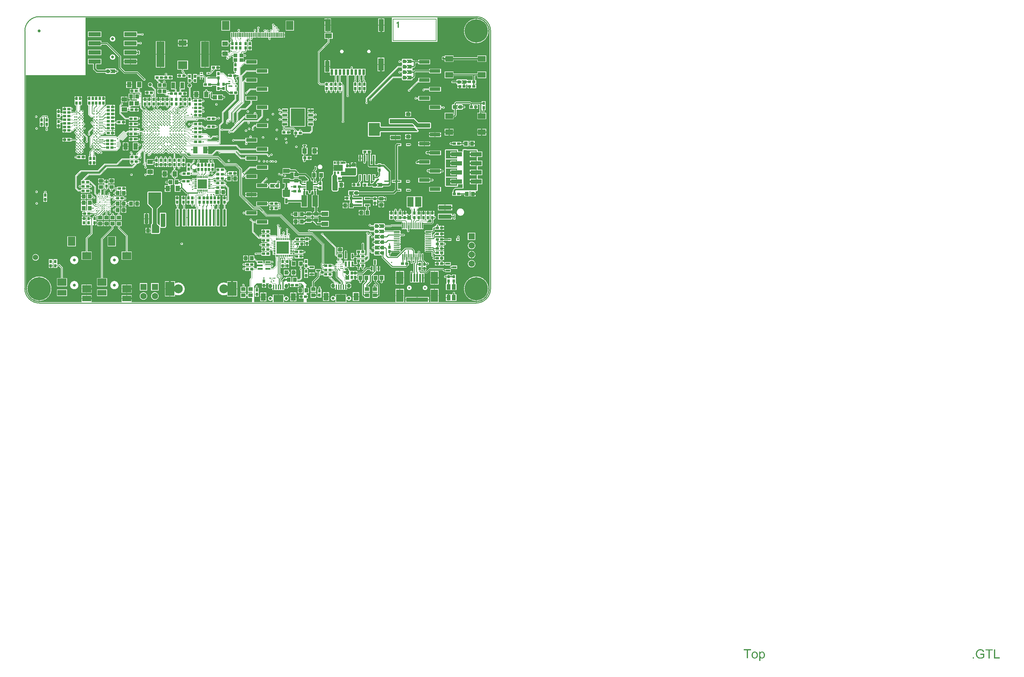
<source format=gtl>
G04*
G04 #@! TF.GenerationSoftware,Altium Limited,Altium Designer,19.0.13 (425)*
G04*
G04 Layer_Physical_Order=1*
G04 Layer_Color=255*
%FSLAX43Y43*%
%MOMM*%
G71*
G01*
G75*
%ADD10C,0.120*%
%ADD11C,0.200*%
%ADD12C,0.250*%
%ADD107C,0.800*%
%ADD110R,0.300X0.600*%
%ADD111C,0.250*%
%ADD112R,1.800X2.800*%
%ADD113R,1.000X1.800*%
%ADD114R,4.000X5.000*%
%ADD115R,1.350X0.800*%
%ADD116R,6.200X1.200*%
%ADD117R,2.000X3.500*%
%ADD118R,0.500X2.300*%
%ADD119R,2.800X2.000*%
%ADD120R,0.400X1.350*%
%ADD121R,3.150X1.270*%
%ADD122R,3.680X1.270*%
%ADD123R,1.270X1.524*%
%ADD124R,3.400X1.200*%
%ADD125R,0.600X0.420*%
%ADD126R,1.450X0.550*%
%ADD127R,1.200X0.600*%
%ADD128R,2.700X1.000*%
%ADD129R,2.700X3.300*%
%ADD130R,0.600X0.450*%
%ADD131R,0.610X1.524*%
%ADD132C,0.991*%
%ADD133R,2.500X3.900*%
%ADD134R,0.800X4.600*%
%ADD135R,0.600X4.600*%
%ADD136R,2.200X7.100*%
%ADD137R,2.600X2.200*%
%ADD138O,1.803X0.257*%
%ADD139O,1.803X0.254*%
%ADD140O,0.257X1.803*%
%ADD141O,0.254X1.803*%
%ADD142R,1.900X2.640*%
%ADD143R,0.700X0.400*%
%ADD144R,0.600X0.300*%
%ADD145R,3.400X3.400*%
%ADD146O,0.690X0.280*%
%ADD147O,0.280X0.690*%
%ADD148R,2.500X2.500*%
%ADD149R,0.800X1.600*%
%ADD150R,1.200X3.100*%
%ADD151R,1.600X3.500*%
%ADD152R,1.400X3.500*%
%ADD153R,1.500X3.500*%
%ADD154R,1.950X1.400*%
%ADD155R,2.500X1.500*%
%ADD156R,2.500X2.000*%
%ADD157R,2.000X2.500*%
%ADD158R,1.000X1.000*%
%ADD159C,0.254*%
%ADD160R,1.100X1.500*%
%ADD161R,0.300X1.250*%
%ADD162C,0.320*%
%ADD163P,0.379X8X22.5*%
%ADD164R,3.000X1.020*%
%ADD165R,2.030X1.820*%
%ADD166R,0.750X1.380*%
%ADD167R,2.500X1.750*%
%ADD168R,0.500X0.800*%
%ADD169R,2.160X1.520*%
%ADD170C,0.220*%
%ADD171P,0.379X8X292.5*%
%ADD172R,1.600X3.200*%
%ADD173R,1.270X1.829*%
%ADD174R,1.016X1.270*%
%ADD175R,1.270X1.016*%
%ADD176R,1.250X1.200*%
%ADD177R,1.100X1.200*%
%ADD178R,1.200X1.100*%
%ADD179R,0.962X0.762*%
%ADD180R,0.762X0.962*%
%ADD181R,1.829X1.270*%
%ADD182R,0.600X1.200*%
%ADD183R,1.000X1.000*%
%ADD184R,1.524X1.270*%
%ADD185R,0.550X1.450*%
%ADD186R,1.000X2.700*%
%ADD187R,3.300X2.700*%
%ADD188C,0.150*%
%ADD189C,0.300*%
%ADD190C,0.500*%
%ADD191C,0.165*%
%ADD192C,0.210*%
%ADD193C,0.125*%
%ADD194C,0.305*%
%ADD195C,0.500*%
%ADD196O,1.000X1.200*%
%ADD197R,1.400X2.150*%
%ADD198C,1.778*%
%ADD199R,1.778X1.778*%
%ADD200C,1.524*%
%ADD201C,2.500*%
%ADD202R,2.300X1.600*%
%ADD203C,6.500*%
%ADD204C,0.350*%
%ADD205C,0.300*%
G36*
X123172Y66971D02*
X123344Y66959D01*
X123515Y66939D01*
X123685Y66912D01*
X123853Y66876D01*
X124020Y66833D01*
X124184Y66782D01*
X124346Y66723D01*
X124505Y66658D01*
X124660Y66584D01*
X124813Y66504D01*
X124961Y66417D01*
X125105Y66323D01*
X125245Y66223D01*
X125380Y66116D01*
X125510Y66003D01*
X125634Y65884D01*
X125753Y65760D01*
X125866Y65630D01*
X125973Y65495D01*
X126073Y65355D01*
X126167Y65211D01*
X126254Y65063D01*
X126334Y64910D01*
X126408Y64755D01*
X126473Y64596D01*
X126532Y64434D01*
X126583Y64270D01*
X126626Y64103D01*
X126662Y63935D01*
X126689Y63765D01*
X126709Y63594D01*
X126721Y63422D01*
X126722Y63369D01*
X126724Y63250D01*
X126724Y63250D01*
X126724Y63250D01*
Y-8750D01*
X126724Y-8750D01*
X126724Y-8750D01*
X126722Y-8869D01*
X126721Y-8922D01*
X126709Y-9094D01*
X126689Y-9265D01*
X126662Y-9435D01*
X126626Y-9603D01*
X126583Y-9770D01*
X126532Y-9934D01*
X126473Y-10096D01*
X126408Y-10255D01*
X126334Y-10410D01*
X126254Y-10563D01*
X126167Y-10711D01*
X126073Y-10855D01*
X125973Y-10995D01*
X125866Y-11130D01*
X125753Y-11260D01*
X125634Y-11384D01*
X125510Y-11503D01*
X125380Y-11616D01*
X125245Y-11723D01*
X125105Y-11823D01*
X124961Y-11917D01*
X124813Y-12004D01*
X124660Y-12085D01*
X124505Y-12158D01*
X124346Y-12223D01*
X124184Y-12282D01*
X124020Y-12333D01*
X123853Y-12376D01*
X123685Y-12412D01*
X123515Y-12439D01*
X123344Y-12459D01*
X123172Y-12471D01*
X123119Y-12472D01*
X123000Y-12474D01*
X123000Y-12474D01*
X123000Y-12474D01*
X112503D01*
Y-10775D01*
X110203D01*
Y-12474D01*
X109750D01*
Y-11925D01*
X103250D01*
Y-12474D01*
X102803D01*
Y-10775D01*
X100503D01*
Y-12474D01*
X86800D01*
Y-11797D01*
X86920Y-11763D01*
X86934Y-11787D01*
X86972Y-11838D01*
X87015Y-11885D01*
X87062Y-11928D01*
X87113Y-11966D01*
X87168Y-11999D01*
X87226Y-12026D01*
X87286Y-12048D01*
X87348Y-12063D01*
X87411Y-12073D01*
X87475Y-12076D01*
X87539Y-12073D01*
X87602Y-12063D01*
X87664Y-12048D01*
X87724Y-12026D01*
X87782Y-11999D01*
X87837Y-11966D01*
X87888Y-11928D01*
X87935Y-11885D01*
X87978Y-11838D01*
X88016Y-11787D01*
X88049Y-11732D01*
X88076Y-11674D01*
X88098Y-11614D01*
X88113Y-11552D01*
X88123Y-11489D01*
X88126Y-11425D01*
X88123Y-11361D01*
X88113Y-11298D01*
X88098Y-11236D01*
X88076Y-11176D01*
X88049Y-11118D01*
X88016Y-11063D01*
X87978Y-11012D01*
X87935Y-10965D01*
X87888Y-10922D01*
X87837Y-10884D01*
X87782Y-10851D01*
X87724Y-10824D01*
X87664Y-10802D01*
X87602Y-10787D01*
X87539Y-10777D01*
X87475Y-10774D01*
X87411Y-10777D01*
X87348Y-10787D01*
X87286Y-10802D01*
X87226Y-10824D01*
X87168Y-10851D01*
X87113Y-10884D01*
X87062Y-10922D01*
X87015Y-10965D01*
X86972Y-11012D01*
X86934Y-11063D01*
X86920Y-11087D01*
X86800Y-11053D01*
Y-10300D01*
X85325D01*
Y-11450D01*
X85175D01*
Y-10300D01*
X83700D01*
Y-11053D01*
X83580Y-11087D01*
X83566Y-11063D01*
X83528Y-11012D01*
X83485Y-10965D01*
X83438Y-10922D01*
X83387Y-10884D01*
X83332Y-10851D01*
X83274Y-10824D01*
X83214Y-10802D01*
X83152Y-10787D01*
X83089Y-10777D01*
X83025Y-10774D01*
X82961Y-10777D01*
X82898Y-10787D01*
X82836Y-10802D01*
X82776Y-10824D01*
X82718Y-10851D01*
X82663Y-10884D01*
X82612Y-10922D01*
X82565Y-10965D01*
X82522Y-11012D01*
X82484Y-11063D01*
X82451Y-11118D01*
X82424Y-11176D01*
X82402Y-11236D01*
X82387Y-11298D01*
X82377Y-11361D01*
X82374Y-11425D01*
X82377Y-11489D01*
X82387Y-11552D01*
X82402Y-11614D01*
X82424Y-11674D01*
X82451Y-11732D01*
X82484Y-11787D01*
X82522Y-11838D01*
X82565Y-11885D01*
X82612Y-11928D01*
X82663Y-11966D01*
X82718Y-11999D01*
X82776Y-12026D01*
X82836Y-12048D01*
X82898Y-12063D01*
X82961Y-12073D01*
X83025Y-12076D01*
X83089Y-12073D01*
X83152Y-12063D01*
X83214Y-12048D01*
X83274Y-12026D01*
X83332Y-11999D01*
X83387Y-11966D01*
X83438Y-11928D01*
X83485Y-11885D01*
X83528Y-11838D01*
X83566Y-11787D01*
X83580Y-11763D01*
X83700Y-11797D01*
Y-12474D01*
X75700D01*
Y-11531D01*
X75981D01*
Y-11075D01*
X75350D01*
Y-10925D01*
X75981D01*
Y-10469D01*
X75700D01*
Y-10000D01*
X76300D01*
Y-9325D01*
X75600D01*
Y-9175D01*
X76300D01*
Y-8500D01*
X75700D01*
Y-7650D01*
X74900Y-6850D01*
X73050D01*
Y-6461D01*
X73800D01*
X73833Y-6458D01*
X73865Y-6450D01*
X73896Y-6438D01*
X73924Y-6420D01*
X73949Y-6399D01*
X74349Y-5999D01*
X74370Y-5974D01*
X74388Y-5946D01*
X74400Y-5915D01*
X74408Y-5883D01*
X74411Y-5850D01*
Y-3450D01*
X74408Y-3417D01*
X74400Y-3385D01*
X74388Y-3354D01*
X74370Y-3326D01*
X74349Y-3301D01*
X74315Y-3267D01*
X74315Y-3266D01*
X74301Y-3225D01*
X74282Y-3187D01*
X74258Y-3152D01*
X74230Y-3120D01*
X74211Y-3102D01*
Y-2535D01*
X74674D01*
Y-1961D01*
X74900D01*
X74964Y-2056D01*
X74969Y-2073D01*
Y-2981D01*
X75289D01*
Y-3269D01*
X74969D01*
Y-4531D01*
Y-5025D01*
X76031D01*
Y-4531D01*
Y-3269D01*
X75711D01*
Y-2981D01*
X76031D01*
Y-2936D01*
X76142Y-2890D01*
X76201Y-2949D01*
X76226Y-2970D01*
X76254Y-2988D01*
X76285Y-3000D01*
X76317Y-3008D01*
X76350Y-3011D01*
Y-3250D01*
X77850D01*
Y-2350D01*
X76350D01*
Y-2350D01*
X76242Y-2395D01*
X76049Y-2201D01*
X76031Y-2186D01*
Y-1781D01*
Y-519D01*
X74969D01*
Y-1383D01*
X74813Y-1539D01*
X74674D01*
Y-965D01*
X73358D01*
Y-2535D01*
X73789D01*
Y-3102D01*
X73770Y-3120D01*
X73742Y-3152D01*
X73718Y-3187D01*
X73699Y-3225D01*
X73685Y-3266D01*
X73677Y-3307D01*
X73674Y-3350D01*
X73677Y-3393D01*
X73685Y-3434D01*
X73699Y-3475D01*
X73718Y-3513D01*
X73742Y-3548D01*
X73770Y-3580D01*
X73802Y-3608D01*
X73837Y-3632D01*
X73875Y-3651D01*
X73916Y-3665D01*
X73957Y-3673D01*
X73989Y-3675D01*
Y-5763D01*
X73713Y-6039D01*
X73050D01*
Y-5500D01*
X71650D01*
Y-6850D01*
X71350D01*
Y-5500D01*
X69950D01*
Y-5799D01*
X69830Y-5824D01*
X69818Y-5806D01*
X69783Y-5767D01*
X69744Y-5732D01*
X69700Y-5703D01*
X69653Y-5680D01*
X69604Y-5663D01*
X69552Y-5653D01*
X69500Y-5649D01*
X69448Y-5653D01*
X69396Y-5663D01*
X69347Y-5680D01*
X69300Y-5703D01*
X69256Y-5732D01*
X69217Y-5767D01*
X69182Y-5806D01*
X69153Y-5850D01*
X69130Y-5897D01*
X69113Y-5946D01*
X69103Y-5998D01*
X69101Y-6024D01*
X69023Y-6101D01*
X69005Y-6103D01*
X68954Y-6113D01*
X68904Y-6130D01*
X68857Y-6153D01*
X68813Y-6182D01*
X68774Y-6217D01*
X68739Y-6256D01*
X68710Y-6300D01*
X68687Y-6347D01*
X68670Y-6396D01*
X68660Y-6448D01*
X68657Y-6500D01*
X68660Y-6552D01*
X68670Y-6604D01*
X68687Y-6653D01*
X68710Y-6700D01*
X68730Y-6730D01*
X68714Y-6790D01*
X68681Y-6850D01*
X68468D01*
Y-6068D01*
X68495Y-6045D01*
X68523Y-6012D01*
X68545Y-5977D01*
X68830Y-5692D01*
X68853Y-5665D01*
X68871Y-5635D01*
X68885Y-5602D01*
X68893Y-5568D01*
X68896Y-5533D01*
X68896Y-5533D01*
Y-5007D01*
X68893Y-4972D01*
X68885Y-4937D01*
X68871Y-4905D01*
X68853Y-4874D01*
X68830Y-4848D01*
X68597Y-4615D01*
X68571Y-4592D01*
X68540Y-4574D01*
X68508Y-4560D01*
X68473Y-4552D01*
X68438Y-4549D01*
X68296D01*
Y-1291D01*
X68296Y-1290D01*
X68310Y-1258D01*
X68318Y-1223D01*
X68321Y-1188D01*
X68321Y-1188D01*
Y-50D01*
X68499D01*
Y-120D01*
X68502Y-159D01*
X68511Y-198D01*
X68527Y-234D01*
X68547Y-267D01*
X68573Y-297D01*
X68627Y-352D01*
X68627Y-353D01*
X68635Y-394D01*
X68637Y-399D01*
X68592Y-487D01*
X68557Y-519D01*
X68469D01*
Y-1781D01*
Y-2275D01*
X69531D01*
Y-1450D01*
X69651Y-1394D01*
X69719Y-1439D01*
Y-1781D01*
Y-2275D01*
X70781D01*
Y-1781D01*
Y-661D01*
X70963D01*
X71326Y-1024D01*
Y-2535D01*
X72642D01*
Y-965D01*
X71863D01*
X71538Y-640D01*
X71542Y-616D01*
X71593Y-525D01*
X71600Y-526D01*
X71643Y-523D01*
X71684Y-515D01*
X71725Y-501D01*
X71763Y-482D01*
X71798Y-458D01*
X71830Y-430D01*
X71858Y-398D01*
X71882Y-363D01*
X71901Y-325D01*
X71915Y-284D01*
X71923Y-243D01*
X71926Y-200D01*
X71923Y-157D01*
X71915Y-116D01*
X71901Y-75D01*
X71882Y-37D01*
X71858Y-2D01*
X71831Y29D01*
X71832Y34D01*
X71876Y149D01*
X72269D01*
Y-281D01*
X74025D01*
Y250D01*
Y781D01*
X72269D01*
Y751D01*
X71800D01*
Y1199D01*
X72269D01*
Y969D01*
X74731D01*
Y1199D01*
X74875D01*
X74916Y1185D01*
X74957Y1177D01*
X75000Y1174D01*
X75043Y1177D01*
X75084Y1185D01*
X75125Y1199D01*
X75163Y1218D01*
X75198Y1242D01*
X75230Y1270D01*
X75258Y1302D01*
X75282Y1337D01*
X75301Y1375D01*
X75315Y1416D01*
X75323Y1457D01*
X75326Y1500D01*
X75323Y1543D01*
X75315Y1584D01*
X75301Y1625D01*
X75282Y1663D01*
X75258Y1698D01*
X75230Y1730D01*
X75198Y1758D01*
X75163Y1782D01*
X75125Y1801D01*
X75084Y1815D01*
X75043Y1823D01*
X75000Y1826D01*
X74957Y1823D01*
X74916Y1815D01*
X74875Y1801D01*
X74731D01*
Y2031D01*
X72356D01*
X72305Y2143D01*
X72338Y2219D01*
X72369Y2249D01*
X72750D01*
X72789Y2252D01*
X72827Y2261D01*
X72864Y2277D01*
X72897Y2297D01*
X72927Y2323D01*
X73243Y2638D01*
X73275Y2649D01*
X73313Y2668D01*
X73348Y2692D01*
X73380Y2720D01*
X73408Y2752D01*
X73432Y2787D01*
X73451Y2825D01*
X73465Y2866D01*
X73473Y2907D01*
X73476Y2950D01*
X73473Y2993D01*
X73465Y3034D01*
X73451Y3075D01*
X73439Y3099D01*
X73455Y3148D01*
X73502Y3219D01*
X74275D01*
Y3750D01*
Y4281D01*
X72519D01*
Y4094D01*
X72516Y4087D01*
X72489Y4072D01*
X72448Y4076D01*
X72352Y4124D01*
X72349Y4128D01*
X72332Y4163D01*
X72308Y4198D01*
X72280Y4230D01*
X72248Y4258D01*
X72235Y4267D01*
X72210Y4352D01*
X72208Y4401D01*
X72213Y4415D01*
X72408Y4610D01*
X72519Y4564D01*
Y4469D01*
X74981D01*
Y4699D01*
X75219D01*
Y3975D01*
X76281D01*
Y4799D01*
X76475D01*
X76516Y4785D01*
X76557Y4777D01*
X76600Y4774D01*
X76643Y4777D01*
X76684Y4785D01*
X76725Y4799D01*
X76763Y4818D01*
X76798Y4842D01*
X76830Y4870D01*
X76858Y4902D01*
X76882Y4937D01*
X76901Y4975D01*
X76915Y5016D01*
X76923Y5057D01*
X76926Y5100D01*
X76923Y5143D01*
X76915Y5184D01*
X76901Y5225D01*
X76882Y5263D01*
X76858Y5298D01*
X76830Y5330D01*
X76798Y5358D01*
X76763Y5382D01*
X76725Y5401D01*
X76684Y5415D01*
X76643Y5423D01*
X76600Y5426D01*
X76557Y5423D01*
X76516Y5415D01*
X76475Y5401D01*
X76281D01*
Y5731D01*
X75219D01*
Y5301D01*
X74981D01*
Y5531D01*
X72519D01*
Y5211D01*
X72500D01*
X72467Y5208D01*
X72435Y5200D01*
X72404Y5188D01*
X72376Y5170D01*
X72351Y5149D01*
X71920Y4718D01*
X71800Y4728D01*
Y4800D01*
X71050D01*
Y5550D01*
X70961D01*
Y6205D01*
X70982Y6237D01*
X71001Y6275D01*
X71015Y6316D01*
X71023Y6357D01*
X71026Y6400D01*
X71023Y6443D01*
X71015Y6484D01*
X71001Y6525D01*
X70982Y6563D01*
X70958Y6598D01*
X70930Y6630D01*
X70898Y6658D01*
X70863Y6682D01*
X70825Y6701D01*
X70784Y6715D01*
X70743Y6723D01*
X70700Y6726D01*
X70657Y6723D01*
X70616Y6715D01*
X70575Y6701D01*
X70537Y6682D01*
X70531Y6678D01*
X70443Y6710D01*
X70411Y6738D01*
Y7552D01*
X70430Y7570D01*
X70458Y7602D01*
X70482Y7637D01*
X70501Y7675D01*
X70515Y7716D01*
X70523Y7757D01*
X70526Y7800D01*
X70523Y7843D01*
X70515Y7884D01*
X70501Y7925D01*
X70482Y7963D01*
X70458Y7998D01*
X70430Y8030D01*
X70398Y8058D01*
X70363Y8082D01*
X70325Y8101D01*
X70284Y8115D01*
X70243Y8123D01*
X70200Y8126D01*
X70157Y8123D01*
X70116Y8115D01*
X70075Y8101D01*
X70037Y8082D01*
X70002Y8058D01*
X69970Y8030D01*
X69942Y7998D01*
X69918Y7963D01*
X69899Y7925D01*
X69885Y7884D01*
X69877Y7843D01*
X69874Y7800D01*
X69877Y7757D01*
X69885Y7716D01*
X69899Y7675D01*
X69918Y7637D01*
X69942Y7602D01*
X69970Y7570D01*
X69989Y7552D01*
Y6275D01*
X69971Y6253D01*
X69875Y6201D01*
X69834Y6215D01*
X69793Y6223D01*
X69750Y6226D01*
X69707Y6223D01*
X69666Y6215D01*
X69625Y6201D01*
X69587Y6182D01*
X69581Y6178D01*
X69493Y6210D01*
X69461Y6238D01*
Y6652D01*
X69480Y6670D01*
X69508Y6702D01*
X69532Y6737D01*
X69551Y6775D01*
X69565Y6816D01*
X69573Y6857D01*
X69576Y6900D01*
X69573Y6943D01*
X69565Y6984D01*
X69551Y7025D01*
X69532Y7063D01*
X69508Y7098D01*
X69480Y7130D01*
X69448Y7158D01*
X69413Y7182D01*
X69375Y7201D01*
X69334Y7215D01*
X69293Y7223D01*
X69250Y7226D01*
X69207Y7223D01*
X69166Y7215D01*
X69125Y7201D01*
X69087Y7182D01*
X69052Y7158D01*
X69020Y7130D01*
X68992Y7098D01*
X68968Y7063D01*
X68949Y7025D01*
X68935Y6984D01*
X68927Y6943D01*
X68924Y6900D01*
X68927Y6857D01*
X68935Y6816D01*
X68949Y6775D01*
X68968Y6737D01*
X68992Y6702D01*
X69020Y6670D01*
X69039Y6652D01*
Y6438D01*
X69007Y6410D01*
X68919Y6378D01*
X68913Y6382D01*
X68875Y6401D01*
X68834Y6415D01*
X68793Y6423D01*
X68750Y6426D01*
X68707Y6423D01*
X68666Y6415D01*
X68625Y6401D01*
X68587Y6382D01*
X68552Y6358D01*
X68531Y6340D01*
X68488Y6347D01*
X68411Y6388D01*
Y7952D01*
X68430Y7970D01*
X68458Y8002D01*
X68482Y8037D01*
X68501Y8075D01*
X68515Y8116D01*
X68523Y8157D01*
X68526Y8200D01*
X68523Y8243D01*
X68515Y8284D01*
X68501Y8325D01*
X68482Y8363D01*
X68458Y8398D01*
X68430Y8430D01*
X68398Y8458D01*
X68363Y8482D01*
X68325Y8501D01*
X68284Y8515D01*
X68243Y8523D01*
X68200Y8526D01*
X68157Y8523D01*
X68116Y8515D01*
X68075Y8501D01*
X68037Y8482D01*
X68031Y8478D01*
X67943Y8510D01*
X67911Y8538D01*
Y8702D01*
X67930Y8720D01*
X67958Y8752D01*
X67982Y8787D01*
X68001Y8825D01*
X68015Y8866D01*
X68023Y8907D01*
X68026Y8950D01*
X68023Y8993D01*
X68015Y9034D01*
X68001Y9075D01*
X67982Y9113D01*
X67958Y9148D01*
X67930Y9180D01*
X67898Y9208D01*
X67863Y9232D01*
X67825Y9251D01*
X67784Y9265D01*
X67743Y9273D01*
X67700Y9276D01*
X67657Y9273D01*
X67616Y9265D01*
X67575Y9251D01*
X67537Y9232D01*
X67502Y9208D01*
X67470Y9180D01*
X67442Y9148D01*
X67418Y9113D01*
X67399Y9075D01*
X67385Y9034D01*
X67377Y8993D01*
X67374Y8950D01*
X67377Y8907D01*
X67385Y8866D01*
X67399Y8825D01*
X67418Y8787D01*
X67442Y8752D01*
X67470Y8720D01*
X67489Y8702D01*
Y5977D01*
X67476Y5966D01*
X67369Y5929D01*
X67149Y6149D01*
X67124Y6170D01*
X67096Y6188D01*
X67065Y6200D01*
X67033Y6208D01*
X67000Y6211D01*
X65481D01*
Y6531D01*
X65061D01*
Y6719D01*
X65481D01*
Y7781D01*
X63725D01*
Y7250D01*
Y6719D01*
X64639D01*
Y6531D01*
X63019D01*
Y6352D01*
X62948Y6305D01*
X62899Y6289D01*
X62875Y6301D01*
X62834Y6315D01*
X62793Y6323D01*
X62750Y6326D01*
X62707Y6323D01*
X62666Y6315D01*
X62625Y6301D01*
X62587Y6282D01*
X62552Y6258D01*
X62520Y6230D01*
X62492Y6198D01*
X62468Y6163D01*
X62449Y6125D01*
X62435Y6084D01*
X62427Y6043D01*
X62424Y6000D01*
X62427Y5957D01*
X62435Y5916D01*
X62449Y5875D01*
X62468Y5837D01*
X62492Y5802D01*
X62520Y5770D01*
X62536Y5756D01*
X62530Y5695D01*
X62500Y5632D01*
X62424Y5624D01*
X60811Y7237D01*
Y9828D01*
X60931Y9840D01*
X60935Y9816D01*
X60949Y9775D01*
X60968Y9737D01*
X60992Y9702D01*
X61020Y9670D01*
X61052Y9642D01*
X61087Y9618D01*
X61125Y9599D01*
X61166Y9585D01*
X61207Y9577D01*
X61250Y9574D01*
X61293Y9577D01*
X61334Y9585D01*
X61375Y9599D01*
X61413Y9618D01*
X61448Y9642D01*
X61470Y9661D01*
X61521Y9653D01*
X61590Y9623D01*
Y9236D01*
X64890D01*
Y10556D01*
X61590D01*
Y10187D01*
X61510Y10146D01*
X61470Y10139D01*
X61448Y10158D01*
X61413Y10182D01*
X61375Y10201D01*
X61334Y10215D01*
X61293Y10223D01*
X61250Y10226D01*
X61207Y10223D01*
X61166Y10215D01*
X61125Y10201D01*
X61087Y10182D01*
X61052Y10158D01*
X61020Y10130D01*
X60992Y10098D01*
X60968Y10063D01*
X60949Y10025D01*
X60935Y9984D01*
X60931Y9960D01*
X60811Y9972D01*
Y10050D01*
X60808Y10083D01*
X60800Y10115D01*
X60788Y10146D01*
X60770Y10174D01*
X60749Y10199D01*
X60424Y10524D01*
X60423Y10543D01*
X60415Y10584D01*
X60401Y10625D01*
X60382Y10663D01*
X60358Y10698D01*
X60330Y10730D01*
X60298Y10758D01*
X60263Y10782D01*
X60225Y10801D01*
X60184Y10815D01*
X60143Y10823D01*
X60100Y10826D01*
X60057Y10823D01*
X60016Y10815D01*
X59975Y10801D01*
X59937Y10782D01*
X59902Y10758D01*
X59870Y10730D01*
X59842Y10698D01*
X59818Y10663D01*
X59799Y10625D01*
X59785Y10584D01*
X59777Y10543D01*
X59774Y10500D01*
X59777Y10457D01*
X59785Y10416D01*
X59799Y10375D01*
X59818Y10337D01*
X59842Y10302D01*
X59870Y10270D01*
X59902Y10242D01*
X59937Y10218D01*
X59975Y10199D01*
X60016Y10185D01*
X60057Y10177D01*
X60100Y10174D01*
X60143Y10177D01*
X60170Y10182D01*
X60389Y9963D01*
Y7150D01*
X60392Y7117D01*
X60400Y7085D01*
X60412Y7054D01*
X60430Y7026D01*
X60451Y7001D01*
X62201Y5251D01*
X62226Y5230D01*
X62254Y5212D01*
X62285Y5200D01*
X62317Y5192D01*
X62350Y5189D01*
X63019D01*
Y4825D01*
X63650D01*
Y4750D01*
X63725D01*
Y4219D01*
X64639D01*
Y4031D01*
X63019D01*
Y3886D01*
X62972Y3844D01*
X62899Y3810D01*
X62884Y3815D01*
X62843Y3823D01*
X62800Y3826D01*
X62757Y3823D01*
X62716Y3815D01*
X62675Y3801D01*
X62637Y3782D01*
X62602Y3758D01*
X62570Y3730D01*
X62542Y3698D01*
X62518Y3663D01*
X62499Y3625D01*
X62485Y3584D01*
X62477Y3543D01*
X62474Y3500D01*
X62477Y3457D01*
X62485Y3416D01*
X62499Y3375D01*
X62518Y3337D01*
X62542Y3302D01*
X62570Y3270D01*
X62602Y3242D01*
X62637Y3218D01*
X62675Y3199D01*
X62716Y3185D01*
X62757Y3177D01*
X62800Y3174D01*
X62843Y3177D01*
X62884Y3185D01*
X62899Y3190D01*
X62972Y3156D01*
X63019Y3114D01*
Y2969D01*
X65173D01*
X65264Y2865D01*
X65251Y2803D01*
X65217Y2781D01*
X63725D01*
Y2250D01*
Y1719D01*
X64639D01*
Y1531D01*
X63019D01*
Y1251D01*
X61707D01*
X61698Y1258D01*
X61663Y1282D01*
X61625Y1301D01*
X61584Y1315D01*
X61543Y1323D01*
X61500Y1326D01*
X61457Y1323D01*
X61416Y1315D01*
X61375Y1301D01*
X61337Y1282D01*
X61302Y1258D01*
X61270Y1230D01*
X61242Y1198D01*
X61218Y1163D01*
X61199Y1125D01*
X61185Y1084D01*
X61177Y1043D01*
X61174Y1000D01*
X61177Y957D01*
X61185Y916D01*
X61199Y875D01*
X61218Y837D01*
X61242Y802D01*
X61270Y770D01*
X61302Y742D01*
X61337Y718D01*
X61375Y699D01*
X61416Y685D01*
X61457Y677D01*
X61500Y674D01*
X61543Y677D01*
X61584Y685D01*
X61625Y699D01*
X61663Y718D01*
X61698Y742D01*
X61707Y749D01*
X63019D01*
Y469D01*
X65481D01*
Y1531D01*
X65061D01*
Y1719D01*
X65481D01*
Y2039D01*
X65763D01*
X65951Y1851D01*
X65976Y1830D01*
X66004Y1812D01*
X66035Y1800D01*
X66067Y1792D01*
X66100Y1789D01*
X66200D01*
Y700D01*
X66950D01*
Y-50D01*
X67039D01*
Y-2263D01*
X66313Y-2989D01*
X65785D01*
X65737Y-2942D01*
X65700Y-2869D01*
X65700Y-2775D01*
Y-2718D01*
X65732Y-2687D01*
X65820Y-2648D01*
X65825Y-2651D01*
X65866Y-2665D01*
X65907Y-2673D01*
X65950Y-2676D01*
X65993Y-2673D01*
X66034Y-2665D01*
X66075Y-2651D01*
X66113Y-2632D01*
X66148Y-2608D01*
X66180Y-2580D01*
X66208Y-2548D01*
X66232Y-2513D01*
X66251Y-2475D01*
X66265Y-2434D01*
X66273Y-2393D01*
X66276Y-2350D01*
X66273Y-2307D01*
X66265Y-2266D01*
X66251Y-2225D01*
X66232Y-2187D01*
X66208Y-2152D01*
X66180Y-2120D01*
X66148Y-2092D01*
X66113Y-2068D01*
X66075Y-2049D01*
X66034Y-2035D01*
X65993Y-2027D01*
X65950Y-2024D01*
X65907Y-2027D01*
X65866Y-2035D01*
X65825Y-2049D01*
X65787Y-2068D01*
X65752Y-2092D01*
X65720Y-2120D01*
X65702Y-2139D01*
X64277D01*
X63983Y-1845D01*
X64033Y-1725D01*
X65700D01*
Y-1551D01*
X65843D01*
X65852Y-1558D01*
X65887Y-1582D01*
X65925Y-1601D01*
X65966Y-1615D01*
X66007Y-1623D01*
X66050Y-1626D01*
X66093Y-1623D01*
X66134Y-1615D01*
X66175Y-1601D01*
X66213Y-1582D01*
X66248Y-1558D01*
X66280Y-1530D01*
X66308Y-1498D01*
X66332Y-1463D01*
X66351Y-1425D01*
X66365Y-1384D01*
X66373Y-1343D01*
X66376Y-1300D01*
X66373Y-1257D01*
X66365Y-1216D01*
X66351Y-1175D01*
X66332Y-1137D01*
X66308Y-1102D01*
X66280Y-1070D01*
X66248Y-1042D01*
X66213Y-1018D01*
X66175Y-999D01*
X66134Y-985D01*
X66093Y-977D01*
X66050Y-974D01*
X66007Y-977D01*
X65966Y-985D01*
X65925Y-999D01*
X65887Y-1018D01*
X65852Y-1042D01*
X65843Y-1049D01*
X65700D01*
Y-875D01*
X63950D01*
Y-1642D01*
X63830Y-1692D01*
X63550Y-1412D01*
Y-875D01*
X61823D01*
X61050Y-102D01*
Y500D01*
X59650D01*
Y-1000D01*
X61050D01*
Y-855D01*
X61161Y-809D01*
X61800Y-1448D01*
Y-1725D01*
X61800Y-1725D01*
Y-1825D01*
X61800D01*
X61800Y-1845D01*
Y-2655D01*
X61800Y-2675D01*
X61800Y-2905D01*
X61715Y-2989D01*
X61450D01*
X61417Y-2992D01*
X61385Y-3000D01*
X61354Y-3012D01*
X61326Y-3030D01*
X61315Y-3039D01*
X60981D01*
Y-2719D01*
X60561D01*
Y-2531D01*
X60981D01*
Y-1469D01*
X58519D01*
Y-1749D01*
X58307D01*
X58298Y-1742D01*
X58263Y-1718D01*
X58225Y-1699D01*
X58184Y-1685D01*
X58143Y-1677D01*
X58100Y-1674D01*
X58057Y-1677D01*
X58016Y-1685D01*
X57975Y-1699D01*
X57937Y-1718D01*
X57902Y-1742D01*
X57870Y-1770D01*
X57842Y-1802D01*
X57818Y-1837D01*
X57799Y-1875D01*
X57785Y-1916D01*
X57777Y-1957D01*
X57774Y-2000D01*
X57777Y-2043D01*
X57785Y-2084D01*
X57799Y-2125D01*
X57818Y-2163D01*
X57842Y-2198D01*
X57870Y-2230D01*
X57902Y-2258D01*
X57937Y-2282D01*
X57975Y-2301D01*
X58016Y-2315D01*
X58057Y-2323D01*
X58100Y-2326D01*
X58143Y-2323D01*
X58184Y-2315D01*
X58225Y-2301D01*
X58263Y-2282D01*
X58298Y-2258D01*
X58307Y-2251D01*
X58519D01*
Y-2531D01*
X60139D01*
Y-2719D01*
X58519D01*
Y-2880D01*
X58509Y-2904D01*
X58457Y-2967D01*
X58334Y-2970D01*
X58329Y-2969D01*
X58298Y-2942D01*
X58263Y-2918D01*
X58225Y-2899D01*
X58184Y-2885D01*
X58143Y-2877D01*
X58100Y-2874D01*
X58057Y-2877D01*
X58016Y-2885D01*
X57975Y-2899D01*
X57937Y-2918D01*
X57902Y-2942D01*
X57870Y-2970D01*
X57842Y-3002D01*
X57818Y-3037D01*
X57799Y-3075D01*
X57785Y-3116D01*
X57777Y-3157D01*
X57774Y-3200D01*
X57777Y-3243D01*
X57785Y-3284D01*
X57799Y-3325D01*
X57818Y-3363D01*
X57842Y-3398D01*
X57870Y-3430D01*
X57902Y-3458D01*
X57937Y-3482D01*
X57975Y-3501D01*
X58016Y-3515D01*
X58057Y-3523D01*
X58100Y-3526D01*
X58143Y-3523D01*
X58184Y-3515D01*
X58225Y-3501D01*
X58263Y-3482D01*
X58298Y-3458D01*
X58330Y-3430D01*
X58348Y-3411D01*
X58354D01*
X58365Y-3420D01*
X58393Y-3438D01*
X58424Y-3450D01*
X58456Y-3458D01*
X58489Y-3461D01*
X58519D01*
Y-3781D01*
X60189D01*
Y-5663D01*
X59851Y-6001D01*
X59830Y-6026D01*
X59812Y-6054D01*
X59800Y-6085D01*
X59792Y-6117D01*
X59789Y-6150D01*
Y-8200D01*
X59250D01*
Y-9600D01*
X60400D01*
Y-9900D01*
X59250D01*
Y-10389D01*
X58750D01*
Y-9900D01*
X57250D01*
Y-11300D01*
X58750D01*
Y-10811D01*
X59250D01*
Y-11300D01*
X60400D01*
X60400Y-12474D01*
X26939D01*
X26850Y-12400D01*
X26850Y-12354D01*
Y-11575D01*
X24050D01*
Y-12354D01*
X24050Y-12400D01*
X23961Y-12474D01*
X15739D01*
X15650Y-12400D01*
X15650Y-12354D01*
Y-11575D01*
X12850D01*
Y-12354D01*
X12850Y-12400D01*
X12761Y-12474D01*
X1000D01*
X1000Y-12474D01*
X1000Y-12474D01*
X881Y-12472D01*
X828Y-12471D01*
X656Y-12459D01*
X485Y-12439D01*
X315Y-12412D01*
X147Y-12376D01*
X-20Y-12333D01*
X-184Y-12282D01*
X-346Y-12223D01*
X-505Y-12158D01*
X-660Y-12085D01*
X-813Y-12004D01*
X-961Y-11917D01*
X-1105Y-11823D01*
X-1245Y-11723D01*
X-1380Y-11616D01*
X-1510Y-11503D01*
X-1634Y-11384D01*
X-1753Y-11260D01*
X-1866Y-11130D01*
X-1973Y-10995D01*
X-2073Y-10855D01*
X-2167Y-10711D01*
X-2254Y-10563D01*
X-2335Y-10410D01*
X-2408Y-10255D01*
X-2473Y-10096D01*
X-2532Y-9934D01*
X-2583Y-9770D01*
X-2626Y-9603D01*
X-2662Y-9435D01*
X-2689Y-9265D01*
X-2709Y-9094D01*
X-2721Y-8922D01*
X-2722Y-8869D01*
X-2724Y-8750D01*
X-2724Y-8750D01*
X-2724Y-8750D01*
Y50927D01*
X13970Y50927D01*
X13970Y66974D01*
X99450D01*
X99450Y60200D01*
X112150D01*
X112150Y66974D01*
X123000D01*
X123008Y66975D01*
X123172Y66971D01*
D02*
G37*
G36*
X74800Y-7850D02*
Y-10469D01*
X74225D01*
Y-11000D01*
Y-11531D01*
X74800D01*
Y-12474D01*
X69307D01*
Y-11864D01*
X69427Y-11831D01*
X69441Y-11854D01*
X69479Y-11905D01*
X69522Y-11953D01*
X69570Y-11996D01*
X69621Y-12034D01*
X69676Y-12067D01*
X69733Y-12094D01*
X69794Y-12115D01*
X69856Y-12131D01*
X69919Y-12140D01*
X69982Y-12143D01*
X70046Y-12140D01*
X70109Y-12131D01*
X70171Y-12115D01*
X70232Y-12094D01*
X70289Y-12067D01*
X70344Y-12034D01*
X70395Y-11996D01*
X70443Y-11953D01*
X70486Y-11905D01*
X70524Y-11854D01*
X70556Y-11799D01*
X70584Y-11742D01*
X70605Y-11682D01*
X70621Y-11620D01*
X70630Y-11556D01*
X70633Y-11493D01*
X70630Y-11429D01*
X70621Y-11366D01*
X70605Y-11304D01*
X70584Y-11244D01*
X70556Y-11186D01*
X70524Y-11131D01*
X70486Y-11080D01*
X70443Y-11032D01*
X70395Y-10990D01*
X70344Y-10951D01*
X70289Y-10919D01*
X70232Y-10891D01*
X70171Y-10870D01*
X70109Y-10854D01*
X70046Y-10845D01*
X69982Y-10842D01*
X69919Y-10845D01*
X69856Y-10854D01*
X69794Y-10870D01*
X69733Y-10891D01*
X69676Y-10919D01*
X69621Y-10951D01*
X69570Y-10990D01*
X69522Y-11032D01*
X69479Y-11080D01*
X69441Y-11131D01*
X69427Y-11154D01*
X69307Y-11121D01*
Y-10367D01*
X67832D01*
Y-11517D01*
X67682D01*
Y-10367D01*
X66207D01*
Y-11121D01*
X66087Y-11154D01*
X66074Y-11131D01*
X66035Y-11080D01*
X65993Y-11032D01*
X65945Y-10990D01*
X65894Y-10951D01*
X65839Y-10919D01*
X65781Y-10891D01*
X65721Y-10870D01*
X65659Y-10854D01*
X65596Y-10845D01*
X65532Y-10842D01*
X65469Y-10845D01*
X65405Y-10854D01*
X65343Y-10870D01*
X65283Y-10891D01*
X65226Y-10919D01*
X65171Y-10951D01*
X65120Y-10990D01*
X65072Y-11032D01*
X65029Y-11080D01*
X64991Y-11131D01*
X64958Y-11186D01*
X64931Y-11244D01*
X64910Y-11304D01*
X64894Y-11366D01*
X64885Y-11429D01*
X64882Y-11493D01*
X64885Y-11556D01*
X64894Y-11620D01*
X64910Y-11682D01*
X64931Y-11742D01*
X64958Y-11799D01*
X64991Y-11854D01*
X65029Y-11905D01*
X65072Y-11953D01*
X65120Y-11996D01*
X65171Y-12034D01*
X65226Y-12067D01*
X65283Y-12094D01*
X65343Y-12115D01*
X65405Y-12131D01*
X65469Y-12140D01*
X65532Y-12143D01*
X65596Y-12140D01*
X65659Y-12131D01*
X65721Y-12115D01*
X65781Y-12094D01*
X65839Y-12067D01*
X65894Y-12034D01*
X65945Y-11996D01*
X65993Y-11953D01*
X66035Y-11905D01*
X66074Y-11854D01*
X66087Y-11831D01*
X66207Y-11864D01*
Y-12474D01*
X61000D01*
Y-7950D01*
X61700Y-7250D01*
X63219D01*
Y-7775D01*
X64281D01*
Y-7250D01*
X65108D01*
X65127Y-7280D01*
X65146Y-7370D01*
X65120Y-7390D01*
X65072Y-7433D01*
X65029Y-7480D01*
X64991Y-7531D01*
X64958Y-7586D01*
X64931Y-7644D01*
X64910Y-7704D01*
X64894Y-7766D01*
X64885Y-7829D01*
X64882Y-7893D01*
Y-7918D01*
X65532D01*
Y-7993D01*
X65607D01*
Y-8739D01*
X65659Y-8731D01*
X65721Y-8715D01*
X65781Y-8694D01*
X65839Y-8667D01*
X65894Y-8634D01*
X65945Y-8596D01*
X65987Y-8558D01*
X66007Y-8559D01*
X66107Y-8605D01*
Y-9143D01*
X66382D01*
Y-8318D01*
X66532D01*
Y-9143D01*
X69407D01*
Y-8605D01*
X69508Y-8559D01*
X69527Y-8558D01*
X69570Y-8596D01*
X69621Y-8634D01*
X69676Y-8667D01*
X69733Y-8694D01*
X69794Y-8715D01*
X69856Y-8731D01*
X69908Y-8739D01*
Y-7993D01*
X69982D01*
Y-7918D01*
X70633D01*
Y-7893D01*
X70630Y-7829D01*
X70621Y-7766D01*
X70605Y-7704D01*
X70584Y-7644D01*
X70556Y-7586D01*
X70524Y-7531D01*
X70486Y-7480D01*
X70443Y-7433D01*
X70395Y-7390D01*
X70369Y-7370D01*
X70388Y-7280D01*
X70407Y-7250D01*
X71019D01*
Y-7675D01*
X71650D01*
Y-7750D01*
X71725D01*
Y-8281D01*
X73481D01*
Y-8001D01*
X73643D01*
X73652Y-8008D01*
X73687Y-8032D01*
X73725Y-8051D01*
X73766Y-8065D01*
X73807Y-8073D01*
X73850Y-8076D01*
X73893Y-8073D01*
X73934Y-8065D01*
X73975Y-8051D01*
X74013Y-8032D01*
X74048Y-8008D01*
X74080Y-7980D01*
X74108Y-7948D01*
X74132Y-7913D01*
X74151Y-7875D01*
X74165Y-7834D01*
X74173Y-7793D01*
X74176Y-7750D01*
X74173Y-7707D01*
X74165Y-7666D01*
X74151Y-7625D01*
X74132Y-7587D01*
X74108Y-7552D01*
X74080Y-7520D01*
X74048Y-7492D01*
X74013Y-7468D01*
X73975Y-7449D01*
X73934Y-7435D01*
X73893Y-7427D01*
X73850Y-7424D01*
X73807Y-7427D01*
X73766Y-7435D01*
X73725Y-7449D01*
X73687Y-7468D01*
X73652Y-7492D01*
X73643Y-7499D01*
X73481D01*
Y-7250D01*
X74200D01*
X74800Y-7850D01*
D02*
G37*
G36*
X263811Y-109472D02*
X263841D01*
X263911Y-109479D01*
X263989Y-109490D01*
X264070Y-109509D01*
X264159Y-109531D01*
X264244Y-109560D01*
X264248D01*
X264255Y-109564D01*
X264266Y-109568D01*
X264281Y-109575D01*
X264322Y-109598D01*
X264374Y-109623D01*
X264429Y-109660D01*
X264489Y-109705D01*
X264544Y-109753D01*
X264596Y-109812D01*
X264603Y-109820D01*
X264618Y-109842D01*
X264640Y-109875D01*
X264670Y-109923D01*
X264700Y-109983D01*
X264733Y-110057D01*
X264766Y-110138D01*
X264792Y-110231D01*
X264485Y-110312D01*
Y-110309D01*
X264481Y-110305D01*
X264477Y-110294D01*
X264474Y-110279D01*
X264463Y-110246D01*
X264448Y-110201D01*
X264426Y-110149D01*
X264400Y-110101D01*
X264374Y-110049D01*
X264340Y-110005D01*
X264337Y-110001D01*
X264326Y-109986D01*
X264303Y-109968D01*
X264277Y-109942D01*
X264244Y-109912D01*
X264200Y-109883D01*
X264152Y-109853D01*
X264096Y-109827D01*
X264089Y-109823D01*
X264070Y-109816D01*
X264037Y-109805D01*
X263992Y-109790D01*
X263941Y-109779D01*
X263881Y-109768D01*
X263815Y-109760D01*
X263744Y-109757D01*
X263703D01*
X263685Y-109760D01*
X263663D01*
X263607Y-109764D01*
X263544Y-109775D01*
X263474Y-109786D01*
X263407Y-109805D01*
X263341Y-109831D01*
X263333Y-109835D01*
X263311Y-109842D01*
X263281Y-109860D01*
X263244Y-109879D01*
X263200Y-109909D01*
X263152Y-109938D01*
X263107Y-109975D01*
X263067Y-110016D01*
X263063Y-110020D01*
X263048Y-110034D01*
X263029Y-110060D01*
X263007Y-110090D01*
X262981Y-110127D01*
X262955Y-110172D01*
X262930Y-110220D01*
X262904Y-110271D01*
Y-110275D01*
X262900Y-110283D01*
X262896Y-110294D01*
X262889Y-110312D01*
X262881Y-110334D01*
X262874Y-110360D01*
X262863Y-110390D01*
X262855Y-110423D01*
X262837Y-110501D01*
X262822Y-110590D01*
X262811Y-110683D01*
X262807Y-110786D01*
Y-110790D01*
Y-110801D01*
Y-110820D01*
X262811Y-110842D01*
Y-110871D01*
X262815Y-110908D01*
X262818Y-110946D01*
X262822Y-110986D01*
X262837Y-111079D01*
X262855Y-111175D01*
X262885Y-111271D01*
X262922Y-111364D01*
Y-111368D01*
X262930Y-111375D01*
X262933Y-111386D01*
X262944Y-111401D01*
X262970Y-111442D01*
X263011Y-111494D01*
X263059Y-111549D01*
X263118Y-111605D01*
X263189Y-111657D01*
X263267Y-111705D01*
X263270D01*
X263278Y-111708D01*
X263289Y-111716D01*
X263307Y-111723D01*
X263326Y-111731D01*
X263352Y-111738D01*
X263411Y-111760D01*
X263485Y-111779D01*
X263566Y-111797D01*
X263655Y-111812D01*
X263748Y-111816D01*
X263785D01*
X263807Y-111812D01*
X263829D01*
X263885Y-111805D01*
X263952Y-111797D01*
X264022Y-111782D01*
X264100Y-111760D01*
X264178Y-111734D01*
X264181D01*
X264189Y-111731D01*
X264196Y-111727D01*
X264211Y-111719D01*
X264252Y-111701D01*
X264296Y-111679D01*
X264348Y-111653D01*
X264403Y-111623D01*
X264455Y-111590D01*
X264500Y-111553D01*
Y-111071D01*
X263744D01*
Y-110768D01*
X264833D01*
Y-111719D01*
X264829Y-111723D01*
X264822Y-111727D01*
X264807Y-111738D01*
X264789Y-111753D01*
X264766Y-111768D01*
X264740Y-111786D01*
X264707Y-111808D01*
X264674Y-111831D01*
X264596Y-111879D01*
X264507Y-111931D01*
X264415Y-111979D01*
X264315Y-112019D01*
X264311D01*
X264303Y-112023D01*
X264289Y-112027D01*
X264270Y-112034D01*
X264244Y-112042D01*
X264215Y-112053D01*
X264181Y-112060D01*
X264148Y-112068D01*
X264066Y-112086D01*
X263974Y-112105D01*
X263874Y-112116D01*
X263770Y-112119D01*
X263733D01*
X263707Y-112116D01*
X263674D01*
X263633Y-112112D01*
X263589Y-112105D01*
X263541Y-112101D01*
X263433Y-112079D01*
X263318Y-112053D01*
X263200Y-112012D01*
X263141Y-111990D01*
X263081Y-111960D01*
X263078Y-111957D01*
X263067Y-111953D01*
X263052Y-111942D01*
X263029Y-111931D01*
X263004Y-111912D01*
X262978Y-111894D01*
X262907Y-111842D01*
X262833Y-111775D01*
X262755Y-111694D01*
X262681Y-111601D01*
X262615Y-111494D01*
Y-111490D01*
X262607Y-111479D01*
X262600Y-111464D01*
X262589Y-111438D01*
X262578Y-111412D01*
X262567Y-111375D01*
X262552Y-111338D01*
X262537Y-111294D01*
X262522Y-111245D01*
X262507Y-111190D01*
X262496Y-111134D01*
X262485Y-111075D01*
X262467Y-110946D01*
X262459Y-110808D01*
Y-110805D01*
Y-110790D01*
Y-110771D01*
X262463Y-110746D01*
Y-110712D01*
X262467Y-110671D01*
X262474Y-110631D01*
X262478Y-110583D01*
X262489Y-110531D01*
X262496Y-110475D01*
X262526Y-110357D01*
X262563Y-110234D01*
X262615Y-110112D01*
X262618Y-110109D01*
X262622Y-110097D01*
X262630Y-110083D01*
X262644Y-110060D01*
X262659Y-110031D01*
X262678Y-110001D01*
X262730Y-109931D01*
X262792Y-109849D01*
X262870Y-109772D01*
X262959Y-109694D01*
X263011Y-109660D01*
X263063Y-109627D01*
X263067Y-109623D01*
X263078Y-109620D01*
X263092Y-109612D01*
X263115Y-109601D01*
X263144Y-109590D01*
X263178Y-109575D01*
X263215Y-109560D01*
X263259Y-109546D01*
X263307Y-109531D01*
X263359Y-109520D01*
X263415Y-109505D01*
X263474Y-109494D01*
X263603Y-109475D01*
X263670Y-109468D01*
X263789D01*
X263811Y-109472D01*
D02*
G37*
G36*
X267848Y-111771D02*
X269110D01*
Y-112075D01*
X267507D01*
Y-109512D01*
X267848D01*
Y-111771D01*
D02*
G37*
G36*
X267170Y-109816D02*
X266325D01*
Y-112075D01*
X265985D01*
Y-109816D01*
X265140D01*
Y-109512D01*
X267170D01*
Y-109816D01*
D02*
G37*
G36*
X261959Y-112075D02*
X261600D01*
Y-111716D01*
X261959D01*
Y-112075D01*
D02*
G37*
G36*
X202864Y-110136D02*
X202890Y-110139D01*
X202946Y-110147D01*
X203013Y-110162D01*
X203083Y-110184D01*
X203153Y-110217D01*
X203224Y-110258D01*
X203227D01*
X203231Y-110265D01*
X203253Y-110280D01*
X203287Y-110310D01*
X203327Y-110347D01*
X203372Y-110395D01*
X203416Y-110454D01*
X203461Y-110524D01*
X203498Y-110602D01*
Y-110606D01*
X203501Y-110613D01*
X203505Y-110624D01*
X203512Y-110639D01*
X203520Y-110661D01*
X203527Y-110687D01*
X203546Y-110747D01*
X203564Y-110821D01*
X203579Y-110902D01*
X203590Y-110995D01*
X203594Y-111091D01*
Y-111095D01*
Y-111102D01*
Y-111117D01*
Y-111139D01*
X203590Y-111165D01*
Y-111195D01*
X203583Y-111261D01*
X203568Y-111343D01*
X203550Y-111428D01*
X203524Y-111517D01*
X203490Y-111606D01*
Y-111610D01*
X203487Y-111617D01*
X203479Y-111628D01*
X203472Y-111643D01*
X203446Y-111684D01*
X203412Y-111735D01*
X203372Y-111791D01*
X203320Y-111847D01*
X203261Y-111902D01*
X203190Y-111954D01*
X203187D01*
X203183Y-111958D01*
X203172Y-111965D01*
X203157Y-111972D01*
X203120Y-111991D01*
X203068Y-112013D01*
X203005Y-112035D01*
X202938Y-112054D01*
X202861Y-112069D01*
X202783Y-112072D01*
X202757D01*
X202727Y-112069D01*
X202690Y-112065D01*
X202646Y-112058D01*
X202598Y-112047D01*
X202550Y-112032D01*
X202501Y-112009D01*
X202498Y-112006D01*
X202479Y-111998D01*
X202457Y-111984D01*
X202427Y-111961D01*
X202398Y-111939D01*
X202361Y-111909D01*
X202327Y-111876D01*
X202298Y-111839D01*
Y-112743D01*
X201983D01*
Y-110173D01*
X202268D01*
Y-110417D01*
X202272Y-110410D01*
X202287Y-110395D01*
X202305Y-110369D01*
X202335Y-110339D01*
X202368Y-110302D01*
X202405Y-110269D01*
X202450Y-110236D01*
X202494Y-110206D01*
X202501Y-110202D01*
X202516Y-110195D01*
X202546Y-110184D01*
X202583Y-110169D01*
X202627Y-110154D01*
X202679Y-110143D01*
X202738Y-110136D01*
X202805Y-110132D01*
X202846D01*
X202864Y-110136D01*
D02*
G37*
G36*
X199680Y-109773D02*
X198835D01*
Y-112032D01*
X198494D01*
Y-109773D01*
X197650D01*
Y-109469D01*
X199680D01*
Y-109773D01*
D02*
G37*
G36*
X200805Y-110136D02*
X200839Y-110139D01*
X200876Y-110147D01*
X200916Y-110154D01*
X200965Y-110162D01*
X201065Y-110195D01*
X201116Y-110213D01*
X201168Y-110239D01*
X201220Y-110265D01*
X201272Y-110302D01*
X201320Y-110339D01*
X201368Y-110384D01*
X201372Y-110387D01*
X201379Y-110395D01*
X201390Y-110410D01*
X201405Y-110428D01*
X201424Y-110454D01*
X201446Y-110487D01*
X201468Y-110524D01*
X201490Y-110565D01*
X201513Y-110610D01*
X201535Y-110665D01*
X201557Y-110721D01*
X201576Y-110784D01*
X201590Y-110850D01*
X201602Y-110921D01*
X201609Y-110995D01*
X201613Y-111076D01*
Y-111080D01*
Y-111091D01*
Y-111110D01*
Y-111135D01*
X201609Y-111165D01*
X201605Y-111202D01*
Y-111239D01*
X201598Y-111280D01*
X201587Y-111373D01*
X201565Y-111465D01*
X201539Y-111558D01*
X201502Y-111643D01*
Y-111647D01*
X201498Y-111650D01*
X201490Y-111661D01*
X201483Y-111676D01*
X201457Y-111713D01*
X201424Y-111758D01*
X201379Y-111810D01*
X201324Y-111861D01*
X201261Y-111913D01*
X201187Y-111961D01*
X201183D01*
X201179Y-111965D01*
X201168Y-111972D01*
X201150Y-111980D01*
X201131Y-111987D01*
X201109Y-111995D01*
X201053Y-112017D01*
X200991Y-112035D01*
X200913Y-112054D01*
X200831Y-112069D01*
X200742Y-112072D01*
X200705D01*
X200676Y-112069D01*
X200642Y-112065D01*
X200605Y-112058D01*
X200561Y-112050D01*
X200516Y-112043D01*
X200417Y-112013D01*
X200361Y-111991D01*
X200309Y-111969D01*
X200257Y-111939D01*
X200205Y-111906D01*
X200157Y-111869D01*
X200109Y-111824D01*
X200105Y-111821D01*
X200098Y-111813D01*
X200087Y-111798D01*
X200072Y-111776D01*
X200054Y-111750D01*
X200035Y-111721D01*
X200013Y-111684D01*
X199991Y-111639D01*
X199968Y-111591D01*
X199946Y-111535D01*
X199928Y-111476D01*
X199909Y-111413D01*
X199894Y-111343D01*
X199883Y-111269D01*
X199876Y-111187D01*
X199872Y-111102D01*
Y-111095D01*
Y-111080D01*
X199876Y-111054D01*
Y-111017D01*
X199880Y-110976D01*
X199887Y-110924D01*
X199894Y-110873D01*
X199909Y-110813D01*
X199924Y-110754D01*
X199942Y-110691D01*
X199965Y-110624D01*
X199994Y-110561D01*
X200024Y-110502D01*
X200065Y-110443D01*
X200105Y-110387D01*
X200157Y-110339D01*
X200161Y-110336D01*
X200168Y-110332D01*
X200183Y-110321D01*
X200202Y-110306D01*
X200224Y-110291D01*
X200254Y-110273D01*
X200283Y-110254D01*
X200320Y-110236D01*
X200361Y-110217D01*
X200405Y-110199D01*
X200505Y-110165D01*
X200620Y-110139D01*
X200679Y-110136D01*
X200742Y-110132D01*
X200779D01*
X200805Y-110136D01*
D02*
G37*
%LPC*%
G36*
X97375Y66775D02*
X96600D01*
Y64950D01*
X97375D01*
Y66775D01*
D02*
G37*
G36*
X96450D02*
X95675D01*
Y64950D01*
X96450D01*
Y66775D01*
D02*
G37*
G36*
X82475D02*
X81650D01*
Y64950D01*
X82475D01*
Y66775D01*
D02*
G37*
G36*
X81500D02*
X80675D01*
Y64950D01*
X81500D01*
Y66775D01*
D02*
G37*
G36*
X66320Y65296D02*
X66277Y65293D01*
X66236Y65285D01*
X66195Y65271D01*
X66157Y65252D01*
X66122Y65228D01*
X66090Y65200D01*
X66062Y65168D01*
X66038Y65133D01*
X66019Y65095D01*
X66005Y65054D01*
X65997Y65013D01*
X65994Y64970D01*
X65997Y64927D01*
X66005Y64886D01*
X66019Y64845D01*
X66038Y64807D01*
X66062Y64772D01*
X66090Y64740D01*
X66109Y64722D01*
Y63519D01*
X66095Y63513D01*
X65989Y63498D01*
X65982Y63513D01*
X65958Y63548D01*
X65930Y63580D01*
X65898Y63608D01*
X65863Y63632D01*
X65825Y63651D01*
X65784Y63665D01*
X65743Y63673D01*
X65700Y63676D01*
X65657Y63673D01*
X65616Y63665D01*
X65575Y63651D01*
X65537Y63632D01*
X65502Y63608D01*
X65470Y63580D01*
X65442Y63548D01*
X65418Y63513D01*
X65399Y63475D01*
X65385Y63434D01*
X65377Y63393D01*
X65374Y63350D01*
X65377Y63307D01*
X65385Y63266D01*
X65399Y63225D01*
X65418Y63187D01*
X65442Y63152D01*
X65470Y63120D01*
X65489Y63102D01*
Y62950D01*
X64954D01*
X64931Y63068D01*
X64931Y63070D01*
X64958Y63102D01*
X64982Y63137D01*
X65001Y63175D01*
X65015Y63216D01*
X65023Y63257D01*
X65026Y63300D01*
X65023Y63343D01*
X65015Y63384D01*
X65001Y63425D01*
X64982Y63463D01*
X64958Y63498D01*
X64930Y63530D01*
X64898Y63558D01*
X64863Y63582D01*
X64825Y63601D01*
X64784Y63615D01*
X64743Y63623D01*
X64700Y63626D01*
X64657Y63623D01*
X64616Y63615D01*
X64575Y63601D01*
X64537Y63582D01*
X64502Y63558D01*
X64470Y63530D01*
X64442Y63498D01*
X64436Y63490D01*
X64360Y63486D01*
X64306Y63508D01*
X64301Y63525D01*
X64282Y63563D01*
X64258Y63598D01*
X64230Y63630D01*
X64198Y63658D01*
X64163Y63682D01*
X64125Y63701D01*
X64084Y63715D01*
X64043Y63723D01*
X64000Y63726D01*
X63957Y63723D01*
X63916Y63715D01*
X63875Y63701D01*
X63837Y63682D01*
X63802Y63658D01*
X63770Y63630D01*
X63742Y63598D01*
X63718Y63563D01*
X63699Y63525D01*
X63685Y63484D01*
X63677Y63443D01*
X63674Y63400D01*
X63677Y63357D01*
X63685Y63316D01*
X63699Y63275D01*
X63718Y63237D01*
X63742Y63202D01*
X63770Y63170D01*
X63802Y63142D01*
X63837Y63118D01*
X63875Y63099D01*
X63876Y63099D01*
X63924Y63005D01*
X63927Y62972D01*
X63913Y62950D01*
X62825D01*
Y62175D01*
Y61400D01*
X65039D01*
Y61245D01*
X65018Y61213D01*
X64999Y61175D01*
X64985Y61134D01*
X64977Y61093D01*
X64974Y61050D01*
X64977Y61007D01*
X64985Y60966D01*
X64999Y60925D01*
X65018Y60887D01*
X65042Y60852D01*
X65070Y60820D01*
X65102Y60792D01*
X65137Y60768D01*
X65175Y60749D01*
X65216Y60735D01*
X65257Y60727D01*
X65300Y60724D01*
X65343Y60727D01*
X65384Y60735D01*
X65425Y60749D01*
X65463Y60768D01*
X65498Y60792D01*
X65530Y60820D01*
X65558Y60852D01*
X65582Y60887D01*
X65601Y60925D01*
X65615Y60966D01*
X65623Y61007D01*
X65626Y61050D01*
X65623Y61093D01*
X65615Y61134D01*
X65601Y61175D01*
X65582Y61213D01*
X65558Y61248D01*
X65531Y61280D01*
X65531Y61281D01*
X65573Y61400D01*
X69175D01*
Y62175D01*
Y62950D01*
X67911D01*
Y63302D01*
X67930Y63320D01*
X67958Y63352D01*
X67982Y63387D01*
X68001Y63425D01*
X68015Y63466D01*
X68023Y63507D01*
X68026Y63550D01*
X68023Y63593D01*
X68015Y63634D01*
X68001Y63675D01*
X67982Y63713D01*
X67958Y63748D01*
X67930Y63780D01*
X67898Y63808D01*
X67863Y63832D01*
X67825Y63851D01*
X67784Y63865D01*
X67743Y63873D01*
X67700Y63876D01*
X67657Y63873D01*
X67616Y63865D01*
X67575Y63851D01*
X67508Y63952D01*
X67508Y63952D01*
X67532Y63987D01*
X67551Y64025D01*
X67565Y64066D01*
X67573Y64107D01*
X67576Y64150D01*
X67573Y64193D01*
X67565Y64234D01*
X67551Y64275D01*
X67532Y64313D01*
X67508Y64348D01*
X67480Y64380D01*
X67448Y64408D01*
X67413Y64432D01*
X67375Y64451D01*
X67334Y64465D01*
X67293Y64473D01*
X67250Y64476D01*
X67207Y64473D01*
X67190Y64469D01*
X67174Y64473D01*
X67123Y64506D01*
X67078Y64551D01*
X67074Y64559D01*
X67073Y64583D01*
X67065Y64624D01*
X67051Y64665D01*
X67032Y64703D01*
X67008Y64738D01*
X66980Y64770D01*
X66948Y64798D01*
X66913Y64822D01*
X66875Y64841D01*
X66834Y64855D01*
X66793Y64863D01*
X66750Y64866D01*
X66714Y64887D01*
X66667Y64934D01*
X66646Y64970D01*
X66643Y65013D01*
X66635Y65054D01*
X66621Y65095D01*
X66602Y65133D01*
X66578Y65168D01*
X66550Y65200D01*
X66518Y65228D01*
X66483Y65252D01*
X66445Y65271D01*
X66404Y65285D01*
X66363Y65293D01*
X66320Y65296D01*
D02*
G37*
G36*
X72090Y66150D02*
X69790D01*
Y63350D01*
X72090D01*
Y66150D01*
D02*
G37*
G36*
X54210D02*
X51910D01*
Y63350D01*
X54210D01*
Y66150D01*
D02*
G37*
G36*
X123075Y66649D02*
Y63325D01*
X126399D01*
X126397Y63407D01*
X126386Y63564D01*
X126368Y63720D01*
X126343Y63875D01*
X126311Y64029D01*
X126271Y64181D01*
X126225Y64331D01*
X126171Y64479D01*
X126111Y64624D01*
X126044Y64766D01*
X125971Y64905D01*
X125892Y65040D01*
X125806Y65172D01*
X125714Y65299D01*
X125616Y65423D01*
X125513Y65541D01*
X125405Y65655D01*
X125291Y65763D01*
X125173Y65866D01*
X125049Y65964D01*
X124922Y66056D01*
X124790Y66142D01*
X124655Y66221D01*
X124516Y66294D01*
X124374Y66361D01*
X124229Y66421D01*
X124081Y66475D01*
X123931Y66521D01*
X123779Y66561D01*
X123625Y66593D01*
X123470Y66618D01*
X123314Y66636D01*
X123157Y66647D01*
X123075Y66649D01*
D02*
G37*
G36*
X122925D02*
X122843Y66647D01*
X122686Y66636D01*
X122530Y66618D01*
X122375Y66593D01*
X122221Y66561D01*
X122069Y66521D01*
X121919Y66475D01*
X121771Y66421D01*
X121626Y66361D01*
X121484Y66294D01*
X121345Y66221D01*
X121210Y66142D01*
X121078Y66056D01*
X120951Y65964D01*
X120827Y65866D01*
X120709Y65763D01*
X120595Y65655D01*
X120487Y65541D01*
X120384Y65423D01*
X120286Y65299D01*
X120194Y65172D01*
X120108Y65040D01*
X120029Y64905D01*
X119956Y64766D01*
X119889Y64624D01*
X119829Y64479D01*
X119775Y64331D01*
X119729Y64181D01*
X119689Y64029D01*
X119657Y63875D01*
X119632Y63720D01*
X119614Y63564D01*
X119603Y63407D01*
X119601Y63325D01*
X122925D01*
Y66649D01*
D02*
G37*
G36*
X97375Y64800D02*
X96600D01*
Y62975D01*
X97375D01*
Y64800D01*
D02*
G37*
G36*
X96450D02*
X95675D01*
Y62975D01*
X96450D01*
Y64800D01*
D02*
G37*
G36*
X82475Y64800D02*
X81650D01*
Y62975D01*
X82475D01*
Y64800D01*
D02*
G37*
G36*
X81500D02*
X80675D01*
Y62975D01*
X81500D01*
Y64800D01*
D02*
G37*
G36*
X69550Y62950D02*
X69325D01*
Y62250D01*
X69550D01*
Y62950D01*
D02*
G37*
G36*
X61230Y63816D02*
X61187Y63813D01*
X61146Y63805D01*
X61105Y63791D01*
X61067Y63772D01*
X61032Y63748D01*
X61000Y63720D01*
X60972Y63688D01*
X60948Y63653D01*
X60929Y63615D01*
X60915Y63574D01*
X60907Y63533D01*
X60904Y63490D01*
X60907Y63447D01*
X60915Y63406D01*
X60929Y63365D01*
X60948Y63327D01*
X60972Y63292D01*
X61000Y63260D01*
X61032Y63232D01*
X61039Y63227D01*
Y62950D01*
X58325D01*
Y62175D01*
X58175D01*
Y62950D01*
X56921D01*
Y63222D01*
X56940Y63240D01*
X56968Y63272D01*
X56992Y63307D01*
X57011Y63345D01*
X57025Y63386D01*
X57033Y63427D01*
X57036Y63470D01*
X57033Y63513D01*
X57025Y63554D01*
X57011Y63595D01*
X56992Y63633D01*
X56968Y63668D01*
X56940Y63700D01*
X56908Y63728D01*
X56873Y63752D01*
X56835Y63771D01*
X56794Y63785D01*
X56753Y63793D01*
X56710Y63796D01*
X56667Y63793D01*
X56626Y63785D01*
X56585Y63771D01*
X56547Y63752D01*
X56512Y63728D01*
X56480Y63700D01*
X56452Y63668D01*
X56428Y63633D01*
X56409Y63595D01*
X56395Y63554D01*
X56387Y63513D01*
X56384Y63470D01*
X56387Y63427D01*
X56395Y63386D01*
X56409Y63345D01*
X56428Y63307D01*
X56452Y63272D01*
X56480Y63240D01*
X56499Y63222D01*
Y62950D01*
X55325D01*
Y62175D01*
X55175D01*
Y62950D01*
X54450D01*
Y61400D01*
X54524D01*
Y61084D01*
X54520Y61080D01*
X54492Y61048D01*
X54468Y61013D01*
X54449Y60975D01*
X54435Y60934D01*
X54427Y60893D01*
X54424Y60850D01*
X54427Y60807D01*
X54435Y60766D01*
X54449Y60725D01*
X54468Y60687D01*
X54492Y60652D01*
X54520Y60620D01*
X54524Y60616D01*
Y60331D01*
X54369D01*
Y59973D01*
X53812D01*
Y60532D01*
X51988D01*
Y58962D01*
X53812D01*
Y59521D01*
X54369D01*
Y59069D01*
Y58575D01*
X54900D01*
Y58425D01*
X54369D01*
Y57869D01*
X54369Y57869D01*
X54376Y57854D01*
X54411Y57749D01*
X54399Y57725D01*
X54385Y57684D01*
X54377Y57643D01*
X54374Y57600D01*
X54376Y57574D01*
X53923Y57121D01*
X53812Y57167D01*
Y57738D01*
X52975D01*
Y56953D01*
Y56168D01*
X53302D01*
X53335Y56128D01*
X53364Y56048D01*
X53362Y56046D01*
X53350Y56015D01*
X53342Y55983D01*
X53339Y55950D01*
Y55798D01*
X53320Y55780D01*
X53292Y55748D01*
X53268Y55713D01*
X53249Y55675D01*
X53235Y55634D01*
X53227Y55593D01*
X53224Y55550D01*
X53227Y55507D01*
X53235Y55466D01*
X53249Y55425D01*
X53268Y55387D01*
X53292Y55352D01*
X53320Y55320D01*
X53352Y55292D01*
X53387Y55268D01*
X53425Y55249D01*
X53466Y55235D01*
X53507Y55227D01*
X53550Y55224D01*
X53593Y55227D01*
X53634Y55235D01*
X53675Y55249D01*
X53713Y55268D01*
X53748Y55292D01*
X53780Y55320D01*
X53808Y55352D01*
X53832Y55387D01*
X53851Y55425D01*
X53865Y55466D01*
X53873Y55507D01*
X53876Y55550D01*
X53873Y55593D01*
X53865Y55634D01*
X53851Y55675D01*
X53952Y55742D01*
X53952Y55742D01*
X53987Y55718D01*
X54025Y55699D01*
X54066Y55685D01*
X54107Y55677D01*
X54150Y55674D01*
X54193Y55677D01*
X54234Y55685D01*
X54275Y55699D01*
X54313Y55718D01*
X54348Y55742D01*
X54380Y55770D01*
X54408Y55802D01*
X54432Y55837D01*
X54451Y55875D01*
X54465Y55916D01*
X54473Y55957D01*
X54476Y56000D01*
X54473Y56043D01*
X54465Y56084D01*
X54451Y56125D01*
X54432Y56163D01*
X54414Y56190D01*
X54414Y56223D01*
X54439Y56325D01*
X54444Y56328D01*
X54454Y56329D01*
X54502Y56318D01*
X54585Y56279D01*
X54593Y56262D01*
X54617Y56227D01*
X54645Y56195D01*
X54677Y56167D01*
X54712Y56143D01*
X54750Y56124D01*
X54791Y56110D01*
X54833Y56102D01*
X54875Y56099D01*
X54918Y56102D01*
X54959Y56110D01*
X55000Y56124D01*
X55005Y56127D01*
X55093Y56088D01*
X55125Y56057D01*
Y54525D01*
X55524D01*
Y54381D01*
X55269D01*
Y53119D01*
Y51919D01*
X55448D01*
X55495Y51848D01*
X55511Y51799D01*
X55499Y51775D01*
X55485Y51734D01*
X55477Y51693D01*
X55474Y51650D01*
X55477Y51607D01*
X55485Y51566D01*
X55499Y51525D01*
X55518Y51487D01*
X55542Y51452D01*
X55570Y51420D01*
X55591Y51401D01*
X55588Y51362D01*
X55551Y51281D01*
X54475D01*
Y50750D01*
X54400D01*
Y50675D01*
X53769D01*
Y50436D01*
X53658Y50390D01*
X52549Y51499D01*
X52524Y51520D01*
X52496Y51538D01*
X52465Y51550D01*
X52433Y51558D01*
X52400Y51561D01*
X51531D01*
Y51981D01*
X50469D01*
Y50401D01*
X48650D01*
Y50460D01*
X47750D01*
Y50313D01*
X47639Y50277D01*
X47623Y50314D01*
X47603Y50347D01*
X47577Y50377D01*
X47027Y50927D01*
X46997Y50953D01*
X46964Y50973D01*
X46928Y50988D01*
X46889Y50998D01*
X46850Y51001D01*
X46750D01*
Y51760D01*
X45850D01*
Y51001D01*
X45031D01*
Y51231D01*
X43969D01*
Y49651D01*
X43531D01*
Y51231D01*
X42469D01*
Y51001D01*
X41981D01*
Y51281D01*
X41601D01*
Y51600D01*
X41598Y51639D01*
X41589Y51677D01*
X41573Y51714D01*
X41553Y51747D01*
X41527Y51777D01*
X41251Y52054D01*
Y52425D01*
X42525D01*
Y54925D01*
X39625D01*
Y52425D01*
X40749D01*
Y51950D01*
X40752Y51911D01*
X40762Y51873D01*
X40777Y51836D01*
X40797Y51803D01*
X40823Y51773D01*
X41099Y51496D01*
Y51281D01*
X40225D01*
Y50750D01*
Y50219D01*
X41981D01*
Y50499D01*
X42469D01*
Y49969D01*
Y48769D01*
X43531D01*
Y49149D01*
X43969D01*
Y48769D01*
X45031D01*
Y49969D01*
Y50499D01*
X45850D01*
Y50175D01*
X46750D01*
Y50326D01*
X46870Y50375D01*
X47149Y50096D01*
Y48781D01*
X46769D01*
Y47719D01*
X49231D01*
Y47949D01*
X50469D01*
Y46519D01*
X51531D01*
Y46849D01*
X51969D01*
Y46519D01*
X53031D01*
X53123Y46451D01*
X53787Y45787D01*
X53823Y45757D01*
X53863Y45732D01*
X53907Y45714D01*
X53953Y45703D01*
X54000Y45699D01*
X54019D01*
Y45469D01*
X55639D01*
Y44187D01*
X52101Y40649D01*
X52080Y40624D01*
X52062Y40596D01*
X52050Y40565D01*
X52042Y40533D01*
X52039Y40500D01*
Y37887D01*
X51251Y37099D01*
X51230Y37074D01*
X51212Y37046D01*
X51200Y37015D01*
X51192Y36983D01*
X51189Y36950D01*
Y32725D01*
X51171Y32703D01*
X51075Y32651D01*
X51034Y32665D01*
X50993Y32673D01*
X50950Y32676D01*
X50907Y32673D01*
X50866Y32665D01*
X50825Y32651D01*
X50787Y32632D01*
X50752Y32608D01*
X50720Y32580D01*
X50702Y32561D01*
X48187D01*
X47919Y32828D01*
X47965Y32939D01*
X48850D01*
X48883Y32942D01*
X48915Y32950D01*
X48946Y32962D01*
X48974Y32980D01*
X48999Y33001D01*
X49537Y33539D01*
X50402D01*
X50420Y33520D01*
X50452Y33492D01*
X50487Y33468D01*
X50525Y33449D01*
X50566Y33435D01*
X50607Y33427D01*
X50650Y33424D01*
X50693Y33427D01*
X50734Y33435D01*
X50775Y33449D01*
X50813Y33468D01*
X50848Y33492D01*
X50880Y33520D01*
X50908Y33552D01*
X50932Y33587D01*
X50951Y33625D01*
X50965Y33666D01*
X50973Y33707D01*
X50976Y33750D01*
X50973Y33793D01*
X50965Y33834D01*
X50951Y33875D01*
X50932Y33913D01*
X50908Y33948D01*
X50880Y33980D01*
X50848Y34008D01*
X50813Y34032D01*
X50775Y34051D01*
X50734Y34065D01*
X50693Y34073D01*
X50650Y34076D01*
X50607Y34073D01*
X50566Y34065D01*
X50525Y34051D01*
X50487Y34032D01*
X50452Y34008D01*
X50420Y33980D01*
X50402Y33961D01*
X49450D01*
X49417Y33958D01*
X49385Y33950D01*
X49354Y33938D01*
X49326Y33920D01*
X49301Y33899D01*
X48796Y33394D01*
X48730Y33401D01*
X48699Y33444D01*
X48676Y33528D01*
X48682Y33537D01*
X48701Y33575D01*
X48715Y33616D01*
X48723Y33657D01*
X48726Y33700D01*
X48723Y33743D01*
X48715Y33784D01*
X48701Y33825D01*
X48682Y33863D01*
X48658Y33898D01*
X48630Y33930D01*
X48598Y33958D01*
X48563Y33982D01*
X48525Y34001D01*
X48484Y34015D01*
X48443Y34023D01*
X48400Y34026D01*
X48374Y34024D01*
X47849Y34549D01*
X47824Y34570D01*
X47796Y34588D01*
X47765Y34600D01*
X47733Y34608D01*
X47700Y34611D01*
X46481D01*
Y34925D01*
X45850D01*
Y35075D01*
X46481D01*
Y35469D01*
Y35925D01*
X45850D01*
Y36075D01*
X46481D01*
Y36439D01*
X46613D01*
X46982Y36070D01*
X46977Y36043D01*
X46974Y36000D01*
X46977Y35957D01*
X46985Y35916D01*
X46999Y35875D01*
X47018Y35837D01*
X47042Y35802D01*
X47070Y35770D01*
X47102Y35742D01*
X47137Y35718D01*
X47175Y35699D01*
X47216Y35685D01*
X47257Y35677D01*
X47300Y35674D01*
X47343Y35677D01*
X47384Y35685D01*
X47425Y35699D01*
X47463Y35718D01*
X47498Y35742D01*
X47530Y35770D01*
X47558Y35802D01*
X47582Y35837D01*
X47601Y35875D01*
X47615Y35916D01*
X47621Y35946D01*
X47632Y35963D01*
X47649Y35975D01*
X47769Y35969D01*
X47769Y35969D01*
X50231D01*
Y36148D01*
X50302Y36195D01*
X50351Y36211D01*
X50375Y36199D01*
X50416Y36185D01*
X50457Y36177D01*
X50500Y36174D01*
X50543Y36177D01*
X50584Y36185D01*
X50625Y36199D01*
X50663Y36218D01*
X50698Y36242D01*
X50730Y36270D01*
X50758Y36302D01*
X50782Y36337D01*
X50801Y36375D01*
X50815Y36416D01*
X50823Y36457D01*
X50826Y36500D01*
X50823Y36543D01*
X50815Y36584D01*
X50801Y36625D01*
X50782Y36663D01*
X50758Y36698D01*
X50730Y36730D01*
X50698Y36758D01*
X50663Y36782D01*
X50625Y36801D01*
X50584Y36815D01*
X50543Y36823D01*
X50500Y36826D01*
X50457Y36823D01*
X50416Y36815D01*
X50375Y36801D01*
X50351Y36789D01*
X50302Y36805D01*
X50231Y36852D01*
Y37031D01*
X47769D01*
Y36708D01*
X47767Y36708D01*
X47735Y36700D01*
X47704Y36688D01*
X47676Y36670D01*
X47651Y36649D01*
X47409Y36407D01*
X47241Y36407D01*
X46849Y36799D01*
X46824Y36820D01*
X46796Y36838D01*
X46765Y36850D01*
X46733Y36858D01*
X46700Y36861D01*
X46481D01*
Y37175D01*
X45850D01*
Y37250D01*
X45775D01*
Y37781D01*
X44019D01*
Y37636D01*
X43972Y37594D01*
X43899Y37560D01*
X43884Y37565D01*
X43843Y37573D01*
X43800Y37576D01*
X43757Y37573D01*
X43716Y37565D01*
X43675Y37551D01*
X43637Y37532D01*
X43602Y37508D01*
X43570Y37480D01*
X43542Y37448D01*
X43518Y37413D01*
X43499Y37375D01*
X43485Y37334D01*
X43477Y37293D01*
X43474Y37250D01*
X43477Y37207D01*
X43485Y37166D01*
X43499Y37125D01*
X43518Y37087D01*
X43542Y37052D01*
X43570Y37020D01*
X43602Y36992D01*
X43621Y36979D01*
X43621Y36915D01*
X43598Y36853D01*
X43585Y36850D01*
X43554Y36838D01*
X43526Y36820D01*
X43501Y36799D01*
X42913Y36211D01*
X42375D01*
X42353Y36229D01*
X42301Y36325D01*
X42315Y36366D01*
X42323Y36407D01*
X42326Y36450D01*
X42323Y36493D01*
X42315Y36534D01*
X42301Y36575D01*
X42282Y36613D01*
X42258Y36648D01*
X42230Y36680D01*
X42198Y36708D01*
X42163Y36732D01*
X42125Y36751D01*
X42084Y36765D01*
X42043Y36773D01*
X42000Y36776D01*
X41925Y36873D01*
Y37013D01*
X41763Y37175D01*
X41631D01*
X41610Y37190D01*
Y37214D01*
X41723Y37325D01*
X41763D01*
X41925Y37487D01*
Y37627D01*
X42000Y37724D01*
X42043Y37727D01*
X42084Y37735D01*
X42125Y37749D01*
X42163Y37768D01*
X42198Y37792D01*
X42230Y37820D01*
X42258Y37852D01*
X42282Y37887D01*
X42301Y37925D01*
X42315Y37966D01*
X42323Y38007D01*
X42326Y38050D01*
X42323Y38093D01*
X42318Y38119D01*
X42328Y38152D01*
X42382Y38226D01*
X42403Y38239D01*
X44802D01*
X44820Y38220D01*
X44852Y38192D01*
X44887Y38168D01*
X44925Y38149D01*
X44966Y38135D01*
X45007Y38127D01*
X45050Y38124D01*
X45093Y38127D01*
X45134Y38135D01*
X45175Y38149D01*
X45213Y38168D01*
X45248Y38192D01*
X45280Y38220D01*
X45308Y38252D01*
X45332Y38287D01*
X45351Y38325D01*
X45365Y38366D01*
X45373Y38407D01*
X45376Y38450D01*
X45373Y38493D01*
X45368Y38519D01*
X45378Y38552D01*
X45432Y38626D01*
X45453Y38639D01*
X47025D01*
X47027Y38607D01*
X47035Y38566D01*
X47049Y38525D01*
X47068Y38487D01*
X47092Y38452D01*
X47120Y38420D01*
X47152Y38392D01*
X47187Y38368D01*
X47225Y38349D01*
X47266Y38335D01*
X47307Y38327D01*
X47350Y38324D01*
X47393Y38327D01*
X47434Y38335D01*
X47475Y38349D01*
X47513Y38368D01*
X47548Y38392D01*
X47580Y38420D01*
X47608Y38452D01*
X47632Y38487D01*
X47651Y38525D01*
X47769Y38500D01*
Y38219D01*
X50231D01*
Y38341D01*
X50265Y38378D01*
X50351Y38428D01*
X50357Y38427D01*
X50400Y38424D01*
X50443Y38427D01*
X50484Y38435D01*
X50525Y38449D01*
X50563Y38468D01*
X50598Y38492D01*
X50630Y38520D01*
X50658Y38552D01*
X50682Y38587D01*
X50701Y38625D01*
X50715Y38666D01*
X50723Y38707D01*
X50725Y38740D01*
X50726Y38750D01*
X50729Y38770D01*
X50839Y38792D01*
X50849Y38775D01*
X50853Y38768D01*
X50868Y38737D01*
X50892Y38702D01*
X50920Y38670D01*
X50952Y38642D01*
X50987Y38618D01*
X51025Y38599D01*
X51066Y38585D01*
X51107Y38577D01*
X51150Y38574D01*
X51193Y38577D01*
X51234Y38585D01*
X51275Y38599D01*
X51313Y38618D01*
X51348Y38642D01*
X51380Y38670D01*
X51408Y38702D01*
X51432Y38737D01*
X51451Y38775D01*
X51465Y38816D01*
X51473Y38857D01*
X51476Y38900D01*
X51473Y38943D01*
X51465Y38984D01*
X51451Y39025D01*
X51432Y39063D01*
X51408Y39098D01*
X51380Y39130D01*
X51348Y39158D01*
X51313Y39182D01*
X51275Y39201D01*
X51234Y39215D01*
X51193Y39223D01*
X51150Y39226D01*
X51107Y39223D01*
X51066Y39215D01*
X51025Y39201D01*
X50987Y39182D01*
X50952Y39158D01*
X50920Y39130D01*
X50892Y39098D01*
X50868Y39063D01*
X50849Y39025D01*
X50835Y38984D01*
X50827Y38943D01*
X50825Y38910D01*
X50824Y38900D01*
X50821Y38880D01*
X50711Y38858D01*
X50701Y38875D01*
X50697Y38882D01*
X50682Y38913D01*
X50658Y38948D01*
X50630Y38980D01*
X50598Y39008D01*
X50563Y39032D01*
X50525Y39051D01*
X50484Y39065D01*
X50443Y39073D01*
X50400Y39076D01*
X50357Y39073D01*
X50351Y39072D01*
X50265Y39122D01*
X50231Y39159D01*
Y39281D01*
X47769D01*
Y38961D01*
X47446D01*
X47434Y38965D01*
X47393Y38973D01*
X47350Y38976D01*
X47324Y38974D01*
X47299Y38999D01*
X47274Y39020D01*
X47246Y39038D01*
X47215Y39050D01*
X47183Y39058D01*
X47150Y39061D01*
X44279D01*
X44205Y39181D01*
X44221Y39213D01*
X44230Y39219D01*
X45775D01*
Y39750D01*
X45850D01*
Y39825D01*
X46481D01*
Y40440D01*
X46498Y40455D01*
X46601Y40492D01*
X46602Y40492D01*
X46637Y40468D01*
X46675Y40449D01*
X46716Y40435D01*
X46757Y40427D01*
X46800Y40424D01*
X46843Y40427D01*
X46884Y40435D01*
X46925Y40449D01*
X46963Y40468D01*
X46998Y40492D01*
X47030Y40520D01*
X47058Y40552D01*
X47082Y40587D01*
X47101Y40625D01*
X47115Y40666D01*
X47123Y40707D01*
X47126Y40750D01*
X47123Y40793D01*
X47115Y40834D01*
X47101Y40875D01*
X47082Y40913D01*
X47058Y40948D01*
X47030Y40980D01*
X46998Y41008D01*
X46963Y41032D01*
X46925Y41051D01*
X46884Y41065D01*
X46843Y41073D01*
X46800Y41076D01*
X46757Y41073D01*
X46716Y41065D01*
X46675Y41051D01*
X46637Y41032D01*
X46602Y41008D01*
X46601Y41008D01*
X46498Y41045D01*
X46481Y41060D01*
Y41398D01*
X46552Y41445D01*
X46601Y41461D01*
X46625Y41449D01*
X46666Y41435D01*
X46707Y41427D01*
X46750Y41424D01*
X46793Y41427D01*
X46834Y41435D01*
X46875Y41449D01*
X46913Y41468D01*
X46948Y41492D01*
X46980Y41520D01*
X47008Y41552D01*
X47032Y41587D01*
X47051Y41625D01*
X47065Y41666D01*
X47073Y41707D01*
X47076Y41750D01*
X47073Y41793D01*
X47065Y41834D01*
X47051Y41875D01*
X47032Y41913D01*
X47008Y41948D01*
X46980Y41980D01*
X46948Y42008D01*
X46913Y42032D01*
X46875Y42051D01*
X46834Y42065D01*
X46793Y42073D01*
X46750Y42076D01*
X46707Y42073D01*
X46666Y42065D01*
X46625Y42051D01*
X46601Y42039D01*
X46552Y42055D01*
X46481Y42102D01*
Y42675D01*
X45850D01*
Y42825D01*
X46481D01*
Y43281D01*
X46481Y43281D01*
X46481D01*
X46489Y43397D01*
X46498Y43405D01*
X46601Y43442D01*
X46602Y43442D01*
X46637Y43418D01*
X46675Y43399D01*
X46716Y43385D01*
X46757Y43377D01*
X46800Y43374D01*
X46843Y43377D01*
X46884Y43385D01*
X46925Y43399D01*
X46963Y43418D01*
X46998Y43442D01*
X47030Y43470D01*
X47058Y43502D01*
X47082Y43537D01*
X47101Y43575D01*
X47115Y43616D01*
X47123Y43657D01*
X47126Y43700D01*
X47123Y43743D01*
X47115Y43784D01*
X47101Y43825D01*
X47082Y43863D01*
X47058Y43898D01*
X47030Y43930D01*
X46998Y43958D01*
X46963Y43982D01*
X46925Y44001D01*
X46884Y44015D01*
X46843Y44023D01*
X46800Y44026D01*
X46757Y44023D01*
X46716Y44015D01*
X46675Y44001D01*
X46637Y43982D01*
X46628Y43976D01*
X46481D01*
Y44281D01*
X44019D01*
Y44086D01*
X43972Y44044D01*
X43899Y44010D01*
X43884Y44015D01*
X43843Y44023D01*
X43800Y44026D01*
X43757Y44023D01*
X43716Y44015D01*
X43675Y44001D01*
X43651Y43989D01*
X43602Y44005D01*
X43531Y44052D01*
Y44731D01*
X43211D01*
Y47390D01*
X43247Y47403D01*
X43305Y47430D01*
X43359Y47463D01*
X43410Y47501D01*
X43457Y47543D01*
X43499Y47590D01*
X43537Y47641D01*
X43570Y47695D01*
X43597Y47753D01*
X43618Y47812D01*
X43634Y47874D01*
X43643Y47937D01*
X43646Y48000D01*
X43643Y48063D01*
X43634Y48126D01*
X43618Y48188D01*
X43597Y48247D01*
X43570Y48305D01*
X43537Y48359D01*
X43499Y48410D01*
X43457Y48457D01*
X43410Y48499D01*
X43359Y48537D01*
X43305Y48570D01*
X43247Y48597D01*
X43188Y48618D01*
X43126Y48634D01*
X43063Y48643D01*
X43000Y48646D01*
X42937Y48643D01*
X42874Y48634D01*
X42812Y48618D01*
X42753Y48597D01*
X42695Y48570D01*
X42641Y48537D01*
X42590Y48499D01*
X42543Y48457D01*
X42501Y48410D01*
X42463Y48359D01*
X42430Y48305D01*
X42403Y48247D01*
X42382Y48188D01*
X42366Y48126D01*
X42357Y48063D01*
X42354Y48000D01*
X42357Y47937D01*
X42366Y47874D01*
X42382Y47812D01*
X42403Y47753D01*
X42430Y47695D01*
X42463Y47641D01*
X42501Y47590D01*
X42543Y47543D01*
X42590Y47501D01*
X42641Y47463D01*
X42695Y47430D01*
X42753Y47403D01*
X42789Y47390D01*
Y44731D01*
X42469D01*
Y43469D01*
Y42269D01*
X42469D01*
X42514Y42161D01*
X42242Y41890D01*
X42147Y41900D01*
X42073Y42007D01*
X42076Y42050D01*
X42073Y42093D01*
X42065Y42134D01*
X42060Y42149D01*
X42094Y42222D01*
X42136Y42269D01*
X42281D01*
Y43469D01*
Y44025D01*
X41750D01*
X41219D01*
Y43469D01*
Y42269D01*
X41364D01*
X41406Y42222D01*
X41440Y42149D01*
X41435Y42134D01*
X41427Y42093D01*
X41424Y42050D01*
X41427Y42007D01*
X41432Y41981D01*
X41422Y41948D01*
X41368Y41874D01*
X41347Y41861D01*
X40900D01*
X40867Y41858D01*
X40835Y41850D01*
X40804Y41838D01*
X40776Y41820D01*
X40751Y41799D01*
X40427Y41475D01*
X40371Y41475D01*
X40286Y41504D01*
X40282Y41513D01*
X40258Y41548D01*
X40230Y41580D01*
X40198Y41608D01*
X40163Y41632D01*
X40125Y41651D01*
X40084Y41665D01*
X40043Y41673D01*
X40000Y41676D01*
X39957Y41673D01*
X39916Y41665D01*
X39875Y41651D01*
X39837Y41632D01*
X39802Y41608D01*
X39770Y41580D01*
X39742Y41548D01*
X39718Y41513D01*
X39699Y41475D01*
X39685Y41434D01*
X39677Y41393D01*
X39674Y41350D01*
X39677Y41307D01*
X39685Y41266D01*
X39699Y41225D01*
X39718Y41187D01*
X39742Y41152D01*
X39770Y41120D01*
X39770Y41108D01*
X39675Y41013D01*
Y40688D01*
X39838Y40525D01*
X39896D01*
X39960Y40405D01*
X39940Y40375D01*
X39838D01*
X39675Y40213D01*
Y40081D01*
X39660Y40060D01*
X39636D01*
X39525Y40173D01*
Y40213D01*
X39362Y40375D01*
X39336D01*
X39227Y40488D01*
X39228Y40523D01*
X39230Y40525D01*
X39362D01*
X39525Y40688D01*
Y41013D01*
X39430Y41108D01*
X39430Y41120D01*
X39458Y41152D01*
X39482Y41187D01*
X39501Y41225D01*
X39515Y41266D01*
X39523Y41307D01*
X39526Y41350D01*
X39523Y41393D01*
X39515Y41434D01*
X39501Y41475D01*
X39482Y41513D01*
X39458Y41548D01*
X39440Y41569D01*
X39447Y41612D01*
X39488Y41689D01*
X39600D01*
X39633Y41692D01*
X39665Y41700D01*
X39696Y41712D01*
X39724Y41730D01*
X39749Y41751D01*
X40267Y42269D01*
X41031D01*
Y43469D01*
Y44731D01*
X40711D01*
Y45219D01*
X41525D01*
Y45750D01*
Y46281D01*
X40611D01*
Y46950D01*
X41600D01*
Y49050D01*
X40300D01*
Y47648D01*
X40251Y47599D01*
X40230Y47574D01*
X40212Y47546D01*
X40200Y47515D01*
X40192Y47483D01*
X40189Y47450D01*
Y46281D01*
X39769D01*
Y46281D01*
X39731D01*
Y46281D01*
X39311D01*
Y46900D01*
X39308Y46933D01*
X39300Y46965D01*
X39288Y46996D01*
X39270Y47024D01*
X39249Y47049D01*
X39100Y47198D01*
Y49050D01*
X37800D01*
Y46950D01*
X38752D01*
X38889Y46813D01*
Y46281D01*
X37975D01*
Y45750D01*
X37825D01*
Y46281D01*
X37378D01*
X37373Y46283D01*
X37341Y46306D01*
X37276Y46400D01*
X37273Y46443D01*
X37265Y46484D01*
X37251Y46525D01*
X37232Y46563D01*
X37208Y46598D01*
X37180Y46630D01*
X37148Y46658D01*
X37113Y46682D01*
X37075Y46701D01*
X37034Y46715D01*
X36993Y46723D01*
X36950Y46726D01*
X36907Y46723D01*
X36866Y46715D01*
X36825Y46701D01*
X36787Y46682D01*
X36752Y46658D01*
X36726Y46636D01*
X36575D01*
Y47075D01*
X34750D01*
Y46425D01*
Y45775D01*
X35777D01*
X36351Y45201D01*
X36376Y45180D01*
X36404Y45162D01*
X36435Y45150D01*
X36467Y45142D01*
X36500Y45139D01*
X36963D01*
X37251Y44851D01*
X37201Y44731D01*
X36825D01*
Y44175D01*
X37281D01*
Y44625D01*
X37392Y44674D01*
X37469Y44612D01*
Y43469D01*
Y42269D01*
X37789D01*
Y42137D01*
X36827Y41175D01*
X36638D01*
X36475Y41013D01*
Y40973D01*
X36364Y40860D01*
X36340D01*
X36325Y40881D01*
Y41013D01*
X36162Y41175D01*
X35838D01*
X35675Y41013D01*
Y40881D01*
X35660Y40860D01*
X35636D01*
X35525Y40973D01*
Y41013D01*
X35362Y41175D01*
X35223D01*
X35126Y41250D01*
X35123Y41293D01*
X35115Y41334D01*
X35101Y41375D01*
X35082Y41413D01*
X35058Y41448D01*
X35030Y41480D01*
X34998Y41508D01*
X34963Y41532D01*
X34925Y41551D01*
X34884Y41565D01*
X34843Y41573D01*
X34800Y41576D01*
X34757Y41573D01*
X34716Y41565D01*
X34675Y41551D01*
X34637Y41532D01*
X34602Y41508D01*
X34570Y41480D01*
X34542Y41448D01*
X34518Y41413D01*
X34499Y41375D01*
X34485Y41334D01*
X34482Y41315D01*
X34397Y41269D01*
X34319Y41312D01*
X34315Y41334D01*
X34301Y41375D01*
X34282Y41413D01*
X34258Y41448D01*
X34230Y41480D01*
X34198Y41508D01*
X34163Y41532D01*
X34125Y41551D01*
X34084Y41565D01*
X34043Y41573D01*
X34000Y41576D01*
X33957Y41573D01*
X33916Y41565D01*
X33875Y41551D01*
X33837Y41532D01*
X33802Y41508D01*
X33770Y41480D01*
X33742Y41448D01*
X33718Y41413D01*
X33699Y41375D01*
X33685Y41334D01*
X33682Y41315D01*
X33597Y41269D01*
X33519Y41312D01*
X33515Y41334D01*
X33501Y41375D01*
X33482Y41413D01*
X33458Y41448D01*
X33430Y41480D01*
X33398Y41508D01*
X33363Y41532D01*
X33325Y41551D01*
X33284Y41565D01*
X33243Y41573D01*
X33200Y41576D01*
X33157Y41573D01*
X33116Y41565D01*
X33075Y41551D01*
X33037Y41532D01*
X33002Y41508D01*
X32970Y41480D01*
X32942Y41448D01*
X32918Y41413D01*
X32899Y41375D01*
X32885Y41334D01*
X32877Y41293D01*
X32874Y41250D01*
X32770Y41175D01*
X32638D01*
X32475Y41013D01*
Y40881D01*
X32460Y40860D01*
X32436D01*
X32325Y40973D01*
Y41013D01*
X32162Y41175D01*
X32075D01*
Y40850D01*
X31925D01*
Y41175D01*
X31837D01*
X31675Y41013D01*
Y40881D01*
X31660Y40860D01*
X31636D01*
X31525Y40973D01*
Y41013D01*
X31362Y41175D01*
X31223D01*
X31126Y41250D01*
X31123Y41293D01*
X31115Y41334D01*
X31101Y41375D01*
X31082Y41413D01*
X31058Y41448D01*
X31030Y41480D01*
X30998Y41508D01*
X30963Y41532D01*
X30925Y41551D01*
X30884Y41565D01*
X30843Y41573D01*
X30800Y41576D01*
X30757Y41573D01*
X30716Y41565D01*
X30675Y41551D01*
X30637Y41532D01*
X30602Y41508D01*
X30570Y41480D01*
X30542Y41448D01*
X30518Y41413D01*
X30499Y41375D01*
X30485Y41334D01*
X30477Y41293D01*
X30474Y41250D01*
X30399Y41194D01*
X30360Y41188D01*
X29611Y41937D01*
Y43000D01*
Y45000D01*
Y45950D01*
X29608Y45983D01*
X29600Y46015D01*
X29588Y46046D01*
X29570Y46074D01*
X29549Y46099D01*
X29108Y46540D01*
Y47338D01*
X29682D01*
Y49162D01*
X28112D01*
Y47338D01*
X28686D01*
Y47031D01*
X26975D01*
Y46500D01*
Y45969D01*
X28731D01*
Y46151D01*
X28851Y46201D01*
X29189Y45863D01*
Y45211D01*
X29050D01*
Y45750D01*
X27650D01*
Y44301D01*
X27350D01*
Y45750D01*
X25950D01*
Y44250D01*
X26349D01*
Y44000D01*
X26353Y43953D01*
X26364Y43907D01*
X26382Y43863D01*
X26322Y43757D01*
X26314Y43750D01*
X25950D01*
Y42250D01*
X25950D01*
X25995Y42142D01*
X25801Y41949D01*
X25782Y41927D01*
X25772Y41926D01*
X25662Y41962D01*
Y42138D01*
X23931D01*
X23838Y42138D01*
X23811Y42247D01*
Y42313D01*
X24024Y42526D01*
X24050Y42524D01*
X24093Y42527D01*
X24134Y42535D01*
X24175Y42549D01*
X24213Y42568D01*
X24248Y42592D01*
X24280Y42620D01*
X24308Y42652D01*
X24332Y42687D01*
X24351Y42725D01*
X24365Y42766D01*
X24373Y42807D01*
X24376Y42850D01*
X24373Y42893D01*
X24365Y42934D01*
X24351Y42975D01*
X24332Y43013D01*
X24308Y43048D01*
X24280Y43080D01*
X24248Y43108D01*
X24213Y43132D01*
X24175Y43151D01*
X24134Y43165D01*
X24093Y43173D01*
X24050Y43176D01*
X24007Y43173D01*
X23966Y43165D01*
X23925Y43151D01*
X23887Y43132D01*
X23852Y43108D01*
X23820Y43080D01*
X23792Y43048D01*
X23768Y43013D01*
X23749Y42975D01*
X23735Y42934D01*
X23727Y42893D01*
X23724Y42850D01*
X23726Y42824D01*
X23451Y42549D01*
X23430Y42524D01*
X23412Y42496D01*
X23400Y42465D01*
X23392Y42433D01*
X23389Y42400D01*
Y40250D01*
X23392Y40217D01*
X23400Y40185D01*
X23412Y40154D01*
X23430Y40126D01*
X23451Y40101D01*
X24951Y38601D01*
X24976Y38580D01*
X25004Y38562D01*
X25035Y38550D01*
X25067Y38542D01*
X25100Y38539D01*
X26019D01*
Y38219D01*
X28481D01*
Y38539D01*
X28511D01*
X28544Y38542D01*
X28576Y38550D01*
X28607Y38562D01*
X28627Y38575D01*
X28637Y38568D01*
X28675Y38549D01*
X28716Y38535D01*
X28757Y38527D01*
X28800Y38524D01*
X28843Y38527D01*
X28884Y38535D01*
X28925Y38549D01*
X28963Y38568D01*
X28998Y38592D01*
X29030Y38620D01*
X29058Y38652D01*
X29082Y38687D01*
X29101Y38725D01*
X29115Y38766D01*
X29123Y38807D01*
X29126Y38850D01*
X29123Y38893D01*
X29115Y38934D01*
X29101Y38975D01*
X29082Y39013D01*
X29058Y39048D01*
X29030Y39080D01*
X28998Y39108D01*
X28963Y39132D01*
X28925Y39151D01*
X28884Y39165D01*
X28843Y39173D01*
X28800Y39176D01*
X28757Y39173D01*
X28716Y39165D01*
X28675Y39151D01*
X28637Y39132D01*
X28602Y39108D01*
X28601Y39108D01*
X28498Y39145D01*
X28487Y39154D01*
X28481Y39166D01*
Y39281D01*
X26019D01*
Y38961D01*
X25187D01*
X23811Y40337D01*
Y40459D01*
X23838Y40568D01*
X23931Y40568D01*
X25662D01*
Y41011D01*
X25734Y41050D01*
X25782Y41059D01*
X25802Y41042D01*
X25837Y41018D01*
X25875Y40999D01*
X25916Y40985D01*
X25957Y40977D01*
X26000Y40974D01*
X26043Y40977D01*
X26084Y40985D01*
X26125Y40999D01*
X26149Y41011D01*
X26201Y40994D01*
X26269Y40951D01*
Y40719D01*
X28025D01*
Y41250D01*
Y41781D01*
X26399D01*
X26349Y41901D01*
X26698Y42250D01*
X27380D01*
X27500Y42250D01*
Y42250D01*
X27500D01*
Y42250D01*
X29050D01*
Y42789D01*
X29189D01*
Y41850D01*
X29192Y41817D01*
X29200Y41785D01*
X29212Y41754D01*
X29230Y41726D01*
X29251Y41701D01*
X30062Y40890D01*
X30056Y40851D01*
X30000Y40776D01*
X29957Y40773D01*
X29916Y40765D01*
X29875Y40751D01*
X29837Y40732D01*
X29802Y40708D01*
X29770Y40680D01*
X29742Y40648D01*
X29718Y40613D01*
X29699Y40575D01*
X29685Y40534D01*
X29677Y40493D01*
X29674Y40450D01*
X29677Y40407D01*
X29685Y40366D01*
X29699Y40325D01*
X29718Y40287D01*
X29742Y40252D01*
X29770Y40220D01*
X29802Y40192D01*
X29837Y40168D01*
X29875Y40149D01*
X29916Y40135D01*
X29938Y40131D01*
X29981Y40053D01*
X29935Y39968D01*
X29916Y39965D01*
X29875Y39951D01*
X29837Y39932D01*
X29802Y39908D01*
X29770Y39880D01*
X29742Y39848D01*
X29718Y39813D01*
X29699Y39775D01*
X29685Y39734D01*
X29677Y39693D01*
X29674Y39650D01*
X29677Y39607D01*
X29685Y39566D01*
X29699Y39525D01*
X29718Y39487D01*
X29742Y39452D01*
X29770Y39420D01*
X29802Y39392D01*
X29837Y39368D01*
X29875Y39349D01*
X29916Y39335D01*
X29938Y39331D01*
X29981Y39253D01*
X29935Y39168D01*
X29916Y39165D01*
X29875Y39151D01*
X29837Y39132D01*
X29802Y39108D01*
X29770Y39080D01*
X29742Y39048D01*
X29718Y39013D01*
X29699Y38975D01*
X29685Y38934D01*
X29677Y38893D01*
X29674Y38850D01*
X29677Y38807D01*
X29685Y38766D01*
X29699Y38725D01*
X29718Y38687D01*
X29742Y38652D01*
X29770Y38620D01*
X29802Y38592D01*
X29837Y38568D01*
X29875Y38549D01*
X29916Y38535D01*
X29938Y38531D01*
X29981Y38453D01*
X29935Y38368D01*
X29916Y38365D01*
X29875Y38351D01*
X29837Y38332D01*
X29802Y38308D01*
X29770Y38280D01*
X29742Y38248D01*
X29718Y38213D01*
X29699Y38175D01*
X29685Y38134D01*
X29677Y38093D01*
X29674Y38050D01*
X29677Y38007D01*
X29685Y37966D01*
X29699Y37925D01*
X29718Y37887D01*
X29742Y37852D01*
X29770Y37820D01*
X29802Y37792D01*
X29837Y37768D01*
X29875Y37749D01*
X29916Y37735D01*
X29938Y37731D01*
X29981Y37653D01*
X29935Y37568D01*
X29916Y37565D01*
X29875Y37551D01*
X29837Y37532D01*
X29802Y37508D01*
X29770Y37480D01*
X29742Y37448D01*
X29718Y37413D01*
X29699Y37375D01*
X29685Y37334D01*
X29677Y37293D01*
X29674Y37250D01*
X29677Y37207D01*
X29685Y37166D01*
X29699Y37125D01*
X29718Y37087D01*
X29742Y37052D01*
X29770Y37020D01*
X29802Y36992D01*
X29837Y36968D01*
X29875Y36949D01*
X29916Y36935D01*
X29938Y36931D01*
X29981Y36853D01*
X29935Y36768D01*
X29916Y36765D01*
X29875Y36751D01*
X29837Y36732D01*
X29802Y36708D01*
X29770Y36680D01*
X29742Y36648D01*
X29718Y36613D01*
X29699Y36575D01*
X29685Y36534D01*
X29677Y36493D01*
X29674Y36450D01*
X29677Y36407D01*
X29685Y36366D01*
X29699Y36325D01*
X29718Y36287D01*
X29742Y36252D01*
X29770Y36220D01*
X29802Y36192D01*
X29837Y36168D01*
X29875Y36149D01*
X29916Y36135D01*
X29957Y36127D01*
X30000Y36124D01*
X30075Y36027D01*
Y35888D01*
X30237Y35725D01*
X30369D01*
X30390Y35710D01*
Y35686D01*
X30277Y35575D01*
X30237D01*
X30123Y35461D01*
X30100D01*
X30067Y35458D01*
X30035Y35450D01*
X30004Y35438D01*
X29976Y35420D01*
X29951Y35399D01*
X29863Y35311D01*
X28922D01*
X28910Y35431D01*
X28934Y35435D01*
X28975Y35449D01*
X29013Y35468D01*
X29048Y35492D01*
X29080Y35520D01*
X29108Y35552D01*
X29132Y35587D01*
X29151Y35625D01*
X29165Y35666D01*
X29173Y35707D01*
X29176Y35750D01*
X29173Y35793D01*
X29165Y35834D01*
X29151Y35875D01*
X29132Y35913D01*
X29108Y35948D01*
X29080Y35980D01*
X29048Y36008D01*
X29013Y36032D01*
X28975Y36051D01*
X28934Y36065D01*
X28893Y36073D01*
X28850Y36076D01*
X28807Y36073D01*
X28766Y36065D01*
X28725Y36051D01*
X28481D01*
Y36281D01*
X26725D01*
Y35750D01*
X26650D01*
Y35675D01*
X26019D01*
Y35311D01*
X25650D01*
X25617Y35308D01*
X25585Y35300D01*
X25554Y35288D01*
X25526Y35270D01*
X25501Y35249D01*
X25168Y34916D01*
X24798Y35285D01*
X24773Y35307D01*
X24745Y35324D01*
X24714Y35337D01*
X24682Y35344D01*
X24649Y35347D01*
X24564D01*
X24531Y35344D01*
X24499Y35337D01*
X24469Y35324D01*
X24440Y35307D01*
X24415Y35285D01*
X24330Y35200D01*
X24309Y35175D01*
X24292Y35147D01*
X24279Y35116D01*
X24271Y35084D01*
X24269Y35051D01*
Y35007D01*
X24225D01*
X24192Y35005D01*
X24160Y34997D01*
X24129Y34984D01*
X24101Y34967D01*
X24076Y34946D01*
X23991Y34861D01*
X23970Y34836D01*
X23952Y34808D01*
X23940Y34777D01*
X23932Y34745D01*
X23929Y34712D01*
Y34668D01*
X23885D01*
X23852Y34665D01*
X23820Y34658D01*
X23790Y34645D01*
X23762Y34628D01*
X23736Y34606D01*
X23652Y34521D01*
X23630Y34496D01*
X23613Y34468D01*
X23600Y34438D01*
X23593Y34405D01*
X23590Y34372D01*
Y34329D01*
X23546D01*
X23513Y34326D01*
X23481Y34318D01*
X23450Y34306D01*
X23422Y34288D01*
X23397Y34267D01*
X23312Y34182D01*
X23291Y34157D01*
X23273Y34129D01*
X23261Y34098D01*
X23253Y34066D01*
X23250Y34033D01*
Y33989D01*
X23207D01*
X23174Y33987D01*
X23142Y33979D01*
X23111Y33966D01*
X23083Y33949D01*
X23058Y33927D01*
X22973Y33843D01*
X22951Y33817D01*
X22934Y33789D01*
X22921Y33759D01*
X22914Y33727D01*
X22911Y33694D01*
Y33609D01*
X22911Y33606D01*
X22836Y33559D01*
X22797Y33550D01*
X22549Y33799D01*
X22524Y33820D01*
X22496Y33838D01*
X22465Y33850D01*
X22433Y33858D01*
X22400Y33861D01*
X18177D01*
X18062Y33975D01*
Y34125D01*
X18177Y34239D01*
X18700D01*
X18733Y34242D01*
X18765Y34250D01*
X18796Y34262D01*
X18824Y34280D01*
X18849Y34301D01*
X19145Y34597D01*
X19152Y34592D01*
X19187Y34568D01*
X19225Y34549D01*
X19266Y34535D01*
X19307Y34527D01*
X19350Y34524D01*
X19393Y34527D01*
X19434Y34535D01*
X19475Y34549D01*
X19513Y34568D01*
X19548Y34592D01*
X19549Y34592D01*
X19652Y34555D01*
X19669Y34540D01*
Y34219D01*
X21425D01*
Y34750D01*
Y35281D01*
X19817D01*
X19699Y35399D01*
X19749Y35519D01*
X21425D01*
Y36050D01*
X21500D01*
Y36125D01*
X22131D01*
Y36581D01*
X22131D01*
Y36975D01*
X21500D01*
Y37125D01*
X22131D01*
Y37501D01*
X22178Y37533D01*
X22191Y37537D01*
X22251Y37541D01*
X22270Y37520D01*
X22302Y37492D01*
X22337Y37468D01*
X22375Y37449D01*
X22416Y37435D01*
X22457Y37427D01*
X22500Y37424D01*
X22543Y37427D01*
X22549Y37428D01*
X22635Y37378D01*
X22669Y37341D01*
Y37219D01*
X24425D01*
Y37750D01*
Y38281D01*
X22669D01*
Y38159D01*
X22635Y38122D01*
X22549Y38072D01*
X22543Y38073D01*
X22500Y38076D01*
X22457Y38073D01*
X22416Y38065D01*
X22375Y38051D01*
X22337Y38032D01*
X22302Y38008D01*
X22270Y37980D01*
X22251Y37959D01*
X22212Y37962D01*
X22183Y37975D01*
X21500D01*
Y38125D01*
X22131D01*
Y38519D01*
X22131D01*
Y38975D01*
X21500D01*
Y39125D01*
X22131D01*
Y39519D01*
Y39975D01*
X21500D01*
Y40125D01*
X22131D01*
Y40581D01*
X22131D01*
Y40975D01*
X21500D01*
Y41125D01*
X22131D01*
Y41519D01*
Y41975D01*
X21500D01*
Y42050D01*
X21425D01*
Y42581D01*
X19669D01*
Y42261D01*
X19500D01*
X19467Y42258D01*
X19435Y42250D01*
X19404Y42238D01*
X19376Y42220D01*
X19351Y42199D01*
X18280Y41128D01*
X18246Y41123D01*
X18209Y41155D01*
X18202Y41316D01*
X19093Y42207D01*
X19104Y42220D01*
X19114Y42231D01*
X19114Y42232D01*
X19115Y42233D01*
X19123Y42246D01*
X19131Y42259D01*
X19132Y42260D01*
X19132Y42261D01*
X19138Y42275D01*
X19144Y42290D01*
X19144Y42291D01*
X19145Y42291D01*
X19148Y42307D01*
X19152Y42322D01*
X19152Y42323D01*
X19152Y42323D01*
X19154Y42339D01*
X19155Y42355D01*
X19156Y42519D01*
X19481D01*
Y43719D01*
Y44275D01*
X18950D01*
Y44350D01*
X18875D01*
Y44981D01*
X18025D01*
Y44350D01*
X17875D01*
Y44981D01*
X17481D01*
Y44981D01*
X17025D01*
Y44350D01*
X16875D01*
Y44981D01*
X16025D01*
Y44350D01*
X15875D01*
Y44981D01*
X15419D01*
Y44981D01*
X15025D01*
Y44350D01*
X14950D01*
Y44275D01*
X14419D01*
Y43719D01*
Y42519D01*
X14653D01*
X14738Y42434D01*
X14734Y39906D01*
X14734Y39906D01*
X14734Y39906D01*
X14735Y39890D01*
X14736Y39873D01*
X14736Y39873D01*
X14736Y39873D01*
X14740Y39857D01*
X14744Y39841D01*
X14744Y39841D01*
X14744Y39840D01*
X14750Y39826D01*
X14757Y39810D01*
X14757Y39810D01*
X14757Y39810D01*
X14765Y39796D01*
X14774Y39782D01*
X14774Y39782D01*
X14774Y39782D01*
X14785Y39769D01*
X14795Y39757D01*
X14795Y39757D01*
X14795Y39757D01*
X15451Y39101D01*
X15476Y39080D01*
X15504Y39062D01*
X15535Y39050D01*
X15567Y39042D01*
X15600Y39039D01*
X16023D01*
X16138Y38925D01*
X16138Y38775D01*
X15975Y38612D01*
Y38287D01*
X16138Y38125D01*
X16164D01*
X16273Y38012D01*
X16272Y37977D01*
X16270Y37975D01*
X16138D01*
X16059Y37897D01*
X15930Y37880D01*
X15898Y37908D01*
X15863Y37932D01*
X15825Y37951D01*
X15784Y37965D01*
X15743Y37973D01*
X15700Y37976D01*
X15657Y37973D01*
X15616Y37965D01*
X15575Y37951D01*
X15537Y37932D01*
X15502Y37908D01*
X15470Y37880D01*
X15442Y37848D01*
X15418Y37813D01*
X15399Y37775D01*
X15385Y37734D01*
X15377Y37693D01*
X15374Y37650D01*
X15377Y37607D01*
X15385Y37566D01*
X15399Y37525D01*
X15418Y37487D01*
X15442Y37452D01*
X15470Y37420D01*
X15497Y37396D01*
X15500Y37385D01*
X15512Y37354D01*
X15530Y37326D01*
X15551Y37301D01*
X15975Y36877D01*
Y36688D01*
X16097Y36566D01*
X16138Y36525D01*
Y36375D01*
X16110Y36348D01*
X16023Y36261D01*
X15800D01*
X15767Y36258D01*
X15735Y36250D01*
X15704Y36238D01*
X15676Y36220D01*
X15651Y36199D01*
X14751Y35299D01*
X14730Y35274D01*
X14712Y35246D01*
X14700Y35215D01*
X14692Y35183D01*
X14689Y35150D01*
Y34598D01*
X14670Y34580D01*
X14642Y34548D01*
X14618Y34513D01*
X14599Y34475D01*
X14585Y34434D01*
X14577Y34393D01*
X14574Y34350D01*
X14577Y34307D01*
X14585Y34266D01*
X14599Y34225D01*
X14618Y34187D01*
X14642Y34152D01*
X14670Y34120D01*
X14702Y34092D01*
X14737Y34068D01*
X14775Y34049D01*
X14816Y34035D01*
X14857Y34027D01*
X14900Y34024D01*
X14943Y34027D01*
X14984Y34035D01*
X15025Y34049D01*
X15063Y34068D01*
X15098Y34092D01*
X15130Y34120D01*
X15158Y34152D01*
X15182Y34187D01*
X15201Y34225D01*
X15215Y34266D01*
X15223Y34307D01*
X15226Y34350D01*
X15223Y34393D01*
X15215Y34434D01*
X15201Y34475D01*
X15182Y34513D01*
X15158Y34548D01*
X15130Y34580D01*
X15111Y34598D01*
Y35063D01*
X15887Y35839D01*
X16023D01*
X16128Y35735D01*
X16138Y35725D01*
X16146Y35650D01*
X16138Y35575D01*
X16128Y35565D01*
X15975Y35412D01*
Y35088D01*
X16138Y34925D01*
X16177D01*
X16290Y34814D01*
Y34790D01*
X16270Y34775D01*
X16138D01*
X15975Y34612D01*
Y34423D01*
X15151Y33599D01*
X15130Y33574D01*
X15112Y33546D01*
X15100Y33515D01*
X15092Y33483D01*
X15089Y33450D01*
Y30850D01*
X15092Y30817D01*
X15100Y30785D01*
X15112Y30754D01*
X15130Y30726D01*
X15151Y30701D01*
X15176Y30680D01*
X15204Y30662D01*
X15235Y30650D01*
X15246Y30647D01*
X15270Y30620D01*
X15302Y30592D01*
X15337Y30568D01*
X15375Y30549D01*
X15416Y30535D01*
X15457Y30527D01*
X15500Y30524D01*
X15543Y30527D01*
X15584Y30535D01*
X15625Y30549D01*
X15663Y30568D01*
X15698Y30592D01*
X15730Y30620D01*
X15758Y30652D01*
X15782Y30687D01*
X15801Y30725D01*
X15815Y30766D01*
X15823Y30807D01*
X15826Y30850D01*
X15823Y30893D01*
X15815Y30934D01*
X15801Y30975D01*
X15782Y31013D01*
X15758Y31048D01*
X15730Y31080D01*
X15698Y31108D01*
X15663Y31132D01*
X15625Y31151D01*
X15584Y31165D01*
X15543Y31173D01*
X15511Y31175D01*
Y31412D01*
X15588Y31453D01*
X15631Y31460D01*
X15652Y31442D01*
X15687Y31418D01*
X15725Y31399D01*
X15766Y31385D01*
X15807Y31377D01*
X15850Y31374D01*
X15855Y31375D01*
X15946Y31314D01*
X15971Y31284D01*
X15975Y31272D01*
Y31087D01*
X16138Y30925D01*
X16164D01*
X16273Y30812D01*
X16272Y30777D01*
X16270Y30775D01*
X16138D01*
X15975Y30612D01*
Y30444D01*
X15140Y29610D01*
X15117Y29583D01*
X15099Y29552D01*
X15085Y29520D01*
X15077Y29485D01*
X15074Y29450D01*
Y28884D01*
X15070Y28880D01*
X15042Y28848D01*
X15018Y28813D01*
X14999Y28775D01*
X14985Y28734D01*
X14977Y28693D01*
X14974Y28650D01*
X14977Y28607D01*
X14985Y28566D01*
X14999Y28525D01*
X15018Y28487D01*
X15042Y28452D01*
X15070Y28420D01*
X15074Y28416D01*
Y28281D01*
X14769D01*
Y27019D01*
Y26525D01*
X15300D01*
Y26450D01*
X15375D01*
Y25819D01*
X16225D01*
Y26450D01*
X16300D01*
Y26525D01*
X16831D01*
Y27019D01*
Y28281D01*
X16709D01*
X16672Y28315D01*
X16622Y28401D01*
X16623Y28407D01*
X16626Y28450D01*
X16623Y28493D01*
X16615Y28534D01*
X16601Y28575D01*
X16582Y28613D01*
X16558Y28648D01*
X16530Y28680D01*
X16526Y28684D01*
Y29388D01*
X16625Y29487D01*
X16775D01*
X16938Y29325D01*
X17077D01*
X17174Y29250D01*
X17177Y29207D01*
X17185Y29166D01*
X17199Y29125D01*
X17218Y29087D01*
X17242Y29052D01*
X17270Y29020D01*
X17302Y28992D01*
X17337Y28968D01*
X17375Y28949D01*
X17416Y28935D01*
X17457Y28927D01*
X17500Y28924D01*
X17543Y28927D01*
X17584Y28935D01*
X17625Y28949D01*
X17663Y28968D01*
X17698Y28992D01*
X17730Y29020D01*
X17758Y29052D01*
X17782Y29087D01*
X17801Y29125D01*
X17815Y29166D01*
X17818Y29185D01*
X17903Y29231D01*
X17981Y29188D01*
X17985Y29166D01*
X17999Y29125D01*
X18018Y29087D01*
X18042Y29052D01*
X18070Y29020D01*
X18102Y28992D01*
X18137Y28968D01*
X18175Y28949D01*
X18216Y28935D01*
X18257Y28927D01*
X18300Y28924D01*
X18343Y28927D01*
X18384Y28935D01*
X18425Y28949D01*
X18463Y28968D01*
X18498Y28992D01*
X18530Y29020D01*
X18558Y29052D01*
X18582Y29087D01*
X18601Y29125D01*
X18615Y29166D01*
X18623Y29207D01*
X18626Y29250D01*
X18623Y29293D01*
X18615Y29334D01*
X18601Y29375D01*
X18582Y29413D01*
X18558Y29448D01*
X18530Y29480D01*
X18498Y29508D01*
X18463Y29532D01*
X18425Y29551D01*
X18384Y29565D01*
X18343Y29573D01*
X18300Y29576D01*
X18225Y29673D01*
Y29812D01*
X18062Y29975D01*
X17737D01*
X17575Y29812D01*
Y29681D01*
X17573Y29678D01*
X17538Y29677D01*
X17425Y29786D01*
Y29812D01*
X17263Y29975D01*
X16938D01*
X16775Y29812D01*
Y29760D01*
X16745Y29730D01*
X16625Y29780D01*
Y29812D01*
X16462Y29975D01*
X16411D01*
X16348Y30095D01*
X16369Y30125D01*
X16462D01*
X16625Y30288D01*
Y30420D01*
X16640Y30440D01*
X16664D01*
X16775Y30327D01*
Y30288D01*
X16938Y30125D01*
X17025D01*
Y30450D01*
X17175D01*
Y30125D01*
X17263D01*
X17425Y30288D01*
Y30327D01*
X17536Y30440D01*
X17560D01*
X17575Y30420D01*
Y30288D01*
X17737Y30125D01*
X18062D01*
X18095Y30157D01*
X18451Y29801D01*
X18476Y29780D01*
X18504Y29762D01*
X18535Y29750D01*
X18567Y29742D01*
X18600Y29739D01*
X22600D01*
X22633Y29742D01*
X22665Y29750D01*
X22696Y29762D01*
X22724Y29780D01*
X22749Y29801D01*
X23449Y30501D01*
X23470Y30526D01*
X23488Y30554D01*
X23500Y30585D01*
X23508Y30617D01*
X23511Y30650D01*
Y30900D01*
X23510Y30937D01*
X23537Y30981D01*
X23606Y31012D01*
X23634Y31030D01*
X23659Y31051D01*
X23719Y31111D01*
X23740Y31136D01*
X23758Y31164D01*
X23770Y31195D01*
X23778Y31227D01*
X23781Y31260D01*
Y31380D01*
X23778Y31413D01*
X23770Y31445D01*
X23758Y31476D01*
X23740Y31504D01*
X23719Y31529D01*
X23693Y31555D01*
X23729Y31591D01*
X23750Y31616D01*
X23768Y31644D01*
X23780Y31675D01*
X23788Y31707D01*
X23791Y31740D01*
Y31860D01*
X23788Y31893D01*
X23780Y31925D01*
X23768Y31956D01*
X23750Y31984D01*
X23729Y32009D01*
X23669Y32069D01*
X23644Y32090D01*
X23616Y32108D01*
X23585Y32120D01*
X23547Y32136D01*
X23515Y32178D01*
X23511Y32220D01*
Y32663D01*
X23747Y32899D01*
X23853Y32897D01*
X23886Y32886D01*
X24076Y32696D01*
X24101Y32675D01*
X24129Y32657D01*
X24160Y32645D01*
X24192Y32637D01*
X24225Y32634D01*
X24310D01*
X24343Y32637D01*
X24375Y32645D01*
X24405Y32657D01*
X24433Y32675D01*
X24459Y32696D01*
X24543Y32781D01*
X24565Y32806D01*
X24582Y32834D01*
X24595Y32865D01*
X24603Y32897D01*
X24605Y32930D01*
Y32974D01*
X24649D01*
X24682Y32976D01*
X24714Y32984D01*
X24745Y32997D01*
X24773Y33014D01*
X24798Y33036D01*
X24883Y33120D01*
X24904Y33146D01*
X24922Y33174D01*
X24934Y33204D01*
X24942Y33236D01*
X24945Y33269D01*
Y33313D01*
X24989D01*
X25021Y33316D01*
X25054Y33324D01*
X25084Y33336D01*
X25112Y33354D01*
X25137Y33375D01*
X25222Y33460D01*
X25244Y33485D01*
X25261Y33513D01*
X25274Y33544D01*
X25281Y33576D01*
X25284Y33609D01*
Y33653D01*
X25328D01*
X25361Y33655D01*
X25393Y33663D01*
X25424Y33676D01*
X25452Y33693D01*
X25477Y33714D01*
X25562Y33799D01*
X25583Y33824D01*
X25600Y33853D01*
X25613Y33883D01*
X25621Y33915D01*
X25623Y33948D01*
Y34033D01*
X25621Y34066D01*
X25613Y34098D01*
X25600Y34129D01*
X25583Y34157D01*
X25562Y34182D01*
X25372Y34372D01*
X25361Y34405D01*
X25360Y34447D01*
X25381Y34533D01*
X25737Y34889D01*
X26019D01*
Y34575D01*
X26650D01*
Y34500D01*
X26725D01*
Y33969D01*
X28481D01*
Y34199D01*
X28725D01*
X28766Y34185D01*
X28807Y34177D01*
X28850Y34174D01*
X28893Y34177D01*
X28934Y34185D01*
X28975Y34199D01*
X29013Y34218D01*
X29048Y34242D01*
X29080Y34270D01*
X29108Y34302D01*
X29132Y34337D01*
X29151Y34375D01*
X29165Y34416D01*
X29173Y34457D01*
X29176Y34500D01*
X29173Y34543D01*
X29165Y34584D01*
X29151Y34625D01*
X29132Y34663D01*
X29108Y34698D01*
X29080Y34730D01*
X29048Y34758D01*
X29032Y34769D01*
X29037Y34830D01*
X29066Y34889D01*
X29728D01*
X29740Y34769D01*
X29716Y34765D01*
X29675Y34751D01*
X29637Y34732D01*
X29602Y34708D01*
X29570Y34680D01*
X29542Y34648D01*
X29518Y34613D01*
X29499Y34575D01*
X29485Y34534D01*
X29477Y34493D01*
X29474Y34450D01*
X29477Y34407D01*
X29485Y34366D01*
X29499Y34325D01*
X29518Y34287D01*
X29542Y34252D01*
X29570Y34220D01*
X29602Y34192D01*
X29637Y34168D01*
X29675Y34149D01*
X29716Y34135D01*
X29757Y34127D01*
X29800Y34124D01*
X29843Y34127D01*
X29884Y34135D01*
X29925Y34149D01*
X29963Y34168D01*
X29998Y34192D01*
X30030Y34220D01*
X30154Y34208D01*
X30237Y34125D01*
X30277D01*
X30390Y34014D01*
Y33990D01*
X30369Y33975D01*
X30237D01*
X30154Y33892D01*
X30030Y33880D01*
X29998Y33908D01*
X29963Y33932D01*
X29925Y33951D01*
X29884Y33965D01*
X29843Y33973D01*
X29800Y33976D01*
X29757Y33973D01*
X29716Y33965D01*
X29675Y33951D01*
X29637Y33932D01*
X29602Y33908D01*
X29570Y33880D01*
X29542Y33848D01*
X29518Y33813D01*
X29499Y33775D01*
X29485Y33734D01*
X29477Y33693D01*
X29474Y33650D01*
X29477Y33607D01*
X29485Y33566D01*
X29499Y33525D01*
X29518Y33487D01*
X29542Y33452D01*
X29570Y33420D01*
X29602Y33392D01*
X29637Y33368D01*
X29675Y33349D01*
X29716Y33335D01*
X29757Y33327D01*
X29800Y33324D01*
X29843Y33327D01*
X29884Y33335D01*
X29925Y33349D01*
X29963Y33368D01*
X29998Y33392D01*
X30030Y33420D01*
X30154Y33408D01*
X30237Y33325D01*
X30369D01*
X30390Y33310D01*
Y33286D01*
X30277Y33175D01*
X30237D01*
X30154Y33092D01*
X30030Y33080D01*
X29998Y33108D01*
X29963Y33132D01*
X29925Y33151D01*
X29884Y33165D01*
X29843Y33173D01*
X29800Y33176D01*
X29757Y33173D01*
X29716Y33165D01*
X29675Y33151D01*
X29637Y33132D01*
X29602Y33108D01*
X29570Y33080D01*
X29542Y33048D01*
X29518Y33013D01*
X29499Y32975D01*
X29485Y32934D01*
X29477Y32893D01*
X29474Y32850D01*
X29477Y32807D01*
X29485Y32766D01*
X29499Y32725D01*
X29518Y32687D01*
X29542Y32652D01*
X29570Y32620D01*
X29602Y32592D01*
X29637Y32568D01*
X29675Y32549D01*
X29716Y32535D01*
X29757Y32527D01*
X29800Y32524D01*
X29843Y32527D01*
X29884Y32535D01*
X29925Y32549D01*
X29963Y32568D01*
X29998Y32592D01*
X30030Y32620D01*
X30154Y32608D01*
X30237Y32525D01*
X30277D01*
X30390Y32414D01*
Y32390D01*
X30369Y32375D01*
X30237D01*
X30075Y32213D01*
Y32073D01*
X30000Y31976D01*
X29957Y31973D01*
X29916Y31965D01*
X29875Y31951D01*
X29837Y31932D01*
X29802Y31908D01*
X29770Y31880D01*
X29742Y31848D01*
X29718Y31813D01*
X29699Y31775D01*
X29685Y31734D01*
X29677Y31693D01*
X29674Y31650D01*
X29677Y31607D01*
X29685Y31566D01*
X29699Y31525D01*
X29718Y31487D01*
X29742Y31452D01*
X29770Y31420D01*
X29802Y31392D01*
X29837Y31368D01*
X29875Y31349D01*
X29916Y31335D01*
X29935Y31332D01*
X29981Y31247D01*
X29938Y31169D01*
X29916Y31165D01*
X29875Y31151D01*
X29837Y31132D01*
X29802Y31108D01*
X29770Y31080D01*
X29742Y31048D01*
X29718Y31013D01*
X29699Y30975D01*
X29685Y30934D01*
X29677Y30893D01*
X29674Y30850D01*
X29677Y30807D01*
X29685Y30766D01*
X29699Y30725D01*
X29718Y30687D01*
X29725Y30630D01*
X29701Y30599D01*
X28317Y29215D01*
X28316Y29215D01*
X28275Y29201D01*
X28237Y29182D01*
X28202Y29158D01*
X28170Y29130D01*
X28142Y29098D01*
X28118Y29063D01*
X28099Y29025D01*
X28085Y28984D01*
X28077Y28943D01*
X28074Y28900D01*
X28077Y28857D01*
X28085Y28816D01*
X28099Y28775D01*
X28118Y28737D01*
X28142Y28702D01*
X28170Y28670D01*
X28191Y28651D01*
X28188Y28612D01*
X28151Y28531D01*
X27359D01*
X27322Y28565D01*
X27272Y28651D01*
X27273Y28657D01*
X27276Y28700D01*
X27273Y28743D01*
X27265Y28784D01*
X27251Y28825D01*
X27232Y28863D01*
X27208Y28898D01*
X27180Y28930D01*
X27148Y28958D01*
X27113Y28982D01*
X27075Y29001D01*
X27034Y29015D01*
X27029Y29016D01*
X27015Y29026D01*
X26973Y29091D01*
X26958Y29145D01*
X26965Y29166D01*
X26973Y29207D01*
X26976Y29250D01*
X26973Y29293D01*
X26965Y29334D01*
X26951Y29375D01*
X26932Y29413D01*
X26908Y29448D01*
X26880Y29480D01*
X26848Y29508D01*
X26813Y29532D01*
X26775Y29551D01*
X26734Y29565D01*
X26693Y29573D01*
X26650Y29576D01*
X26607Y29573D01*
X26566Y29565D01*
X26525Y29551D01*
X26487Y29532D01*
X26452Y29508D01*
X26420Y29480D01*
X26392Y29448D01*
X26368Y29413D01*
X26349Y29375D01*
X26335Y29334D01*
X26327Y29293D01*
X26324Y29250D01*
X26327Y29207D01*
X26335Y29166D01*
X26349Y29125D01*
X26368Y29087D01*
X26392Y29052D01*
X26420Y29020D01*
X26452Y28992D01*
X26487Y28968D01*
X26525Y28949D01*
X26566Y28935D01*
X26571Y28934D01*
X26585Y28924D01*
X26627Y28859D01*
X26642Y28805D01*
X26635Y28784D01*
X26627Y28743D01*
X26624Y28700D01*
X26627Y28657D01*
X26628Y28651D01*
X26578Y28565D01*
X26541Y28531D01*
X26269D01*
Y27611D01*
X24100D01*
X24067Y27608D01*
X24035Y27600D01*
X24004Y27588D01*
X23976Y27570D01*
X23951Y27549D01*
X22613Y26211D01*
X19340D01*
X19307Y26208D01*
X19275Y26200D01*
X19244Y26188D01*
X19216Y26170D01*
X19191Y26149D01*
X17353Y24311D01*
X12650D01*
X12617Y24308D01*
X12585Y24300D01*
X12554Y24288D01*
X12526Y24270D01*
X12501Y24249D01*
X11101Y22849D01*
X11080Y22824D01*
X11062Y22796D01*
X11050Y22765D01*
X11042Y22733D01*
X11039Y22700D01*
Y19310D01*
X11042Y19277D01*
X11050Y19245D01*
X11062Y19214D01*
X11080Y19186D01*
X11101Y19161D01*
X11811Y18451D01*
X11836Y18430D01*
X11864Y18412D01*
X11895Y18400D01*
X11927Y18392D01*
X11960Y18389D01*
X12669D01*
Y18069D01*
X15131D01*
Y18248D01*
X15202Y18295D01*
X15251Y18311D01*
X15275Y18299D01*
X15316Y18285D01*
X15357Y18277D01*
X15400Y18274D01*
X15443Y18277D01*
X15484Y18285D01*
X15525Y18299D01*
X15563Y18318D01*
X15598Y18342D01*
X15630Y18370D01*
X15658Y18402D01*
X15682Y18437D01*
X15701Y18475D01*
X15715Y18516D01*
X15723Y18557D01*
X15726Y18600D01*
X15723Y18643D01*
X15715Y18684D01*
X15701Y18725D01*
X15682Y18763D01*
X15658Y18798D01*
X15630Y18830D01*
X15598Y18858D01*
X15563Y18882D01*
X15525Y18901D01*
X15484Y18915D01*
X15443Y18923D01*
X15400Y18926D01*
X15357Y18923D01*
X15316Y18915D01*
X15275Y18901D01*
X15251Y18889D01*
X15202Y18905D01*
X15131Y18952D01*
Y19131D01*
X12669D01*
Y18811D01*
X12047D01*
X11461Y19397D01*
Y22613D01*
X12737Y23889D01*
X17440D01*
X17473Y23892D01*
X17505Y23900D01*
X17536Y23912D01*
X17564Y23930D01*
X17589Y23951D01*
X19427Y25789D01*
X22700D01*
X22733Y25792D01*
X22765Y25800D01*
X22796Y25812D01*
X22824Y25830D01*
X22849Y25851D01*
X24187Y27189D01*
X26269D01*
Y26219D01*
X26475D01*
X26509Y26194D01*
X26574Y26100D01*
X26577Y26057D01*
X26585Y26016D01*
X26599Y25975D01*
X26618Y25937D01*
X26642Y25902D01*
X26670Y25870D01*
X26702Y25842D01*
X26737Y25818D01*
X26775Y25799D01*
X26816Y25785D01*
X26857Y25777D01*
X26900Y25774D01*
X26943Y25777D01*
X26984Y25785D01*
X27025Y25799D01*
X27063Y25818D01*
X27098Y25842D01*
X27130Y25870D01*
X27158Y25902D01*
X27182Y25937D01*
X27201Y25975D01*
X27215Y26016D01*
X27223Y26057D01*
X27226Y26100D01*
X27291Y26194D01*
X27325Y26219D01*
X27664D01*
X27710Y26108D01*
X26913Y25311D01*
X19850D01*
X19817Y25308D01*
X19785Y25300D01*
X19754Y25288D01*
X19726Y25270D01*
X19701Y25249D01*
X17863Y23411D01*
X14800D01*
X14767Y23408D01*
X14735Y23400D01*
X14704Y23388D01*
X14676Y23370D01*
X14651Y23349D01*
X13161Y21859D01*
X13140Y21834D01*
X13122Y21806D01*
X13110Y21775D01*
X13102Y21743D01*
X13099Y21710D01*
Y21581D01*
X12669D01*
Y20519D01*
X15131D01*
Y20839D01*
X15313D01*
X16389Y19763D01*
Y17900D01*
X16392Y17867D01*
X16400Y17835D01*
X16412Y17804D01*
X16430Y17776D01*
X16451Y17751D01*
X16976Y17226D01*
X16978Y17207D01*
X16988Y17165D01*
X17004Y17125D01*
X17027Y17088D01*
X17033Y17080D01*
X17055Y17038D01*
Y16962D01*
X17033Y16920D01*
X17027Y16912D01*
X17004Y16875D01*
X16988Y16835D01*
X16978Y16793D01*
X16974Y16750D01*
X16978Y16707D01*
X16988Y16665D01*
X17004Y16625D01*
X17027Y16588D01*
X17033Y16580D01*
X17055Y16538D01*
Y16462D01*
X17033Y16420D01*
X17027Y16412D01*
X17004Y16375D01*
X16988Y16335D01*
X16978Y16293D01*
X16974Y16250D01*
X16978Y16207D01*
X16988Y16165D01*
X17004Y16125D01*
X17027Y16088D01*
X17033Y16080D01*
X17055Y16038D01*
Y15962D01*
X17033Y15920D01*
X17027Y15912D01*
X17004Y15875D01*
X16988Y15835D01*
X16978Y15793D01*
X16974Y15750D01*
X16978Y15707D01*
X16988Y15665D01*
X17004Y15625D01*
X17027Y15588D01*
X17033Y15580D01*
X17055Y15538D01*
Y15462D01*
X17033Y15420D01*
X17027Y15412D01*
X17004Y15375D01*
X16988Y15335D01*
X16978Y15293D01*
X16974Y15250D01*
X16978Y15207D01*
X16988Y15165D01*
X17004Y15125D01*
X17014Y15109D01*
X16958Y15038D01*
X16933Y15019D01*
X16913Y15032D01*
X16875Y15051D01*
X16834Y15065D01*
X16793Y15073D01*
X16750Y15076D01*
X16707Y15073D01*
X16666Y15065D01*
X16625Y15051D01*
X16587Y15032D01*
X16552Y15008D01*
X16520Y14980D01*
X16492Y14948D01*
X16485Y14939D01*
X16394Y14914D01*
X16345Y14914D01*
X16338Y14916D01*
X15827Y15427D01*
X15800Y15451D01*
Y16000D01*
X14400D01*
Y14620D01*
X14400Y14500D01*
X14400D01*
Y14500D01*
X14400D01*
Y13218D01*
X14280Y13168D01*
X14100Y13348D01*
Y14380D01*
X14100Y14500D01*
X14100Y14620D01*
Y15175D01*
X13400D01*
X12700D01*
Y14620D01*
X12700Y14500D01*
X12700Y14380D01*
Y13000D01*
X13852D01*
X13960Y12892D01*
X13914Y12781D01*
X13725D01*
Y12250D01*
Y11719D01*
X15481D01*
Y11969D01*
X15493Y11975D01*
X15601Y12011D01*
X15625Y11999D01*
X15666Y11985D01*
X15707Y11977D01*
X15750Y11974D01*
X15793Y11977D01*
X15834Y11985D01*
X15875Y11999D01*
X15913Y12018D01*
X15922Y12024D01*
X16516D01*
X16535Y11904D01*
X16525Y11901D01*
X16487Y11882D01*
X16452Y11858D01*
X16420Y11830D01*
X16392Y11798D01*
X16368Y11763D01*
X16349Y11725D01*
X16346Y11715D01*
X16340Y11711D01*
X16317Y11684D01*
X16299Y11653D01*
X16285Y11621D01*
X16277Y11586D01*
X16274Y11551D01*
Y11481D01*
X15969D01*
Y11060D01*
X15952Y11045D01*
X15849Y11008D01*
X15848Y11008D01*
X15813Y11032D01*
X15775Y11051D01*
X15734Y11065D01*
X15693Y11073D01*
X15660Y11075D01*
X15627Y11089D01*
X15589Y11098D01*
X15550Y11101D01*
X15281D01*
Y11481D01*
X14219D01*
Y10219D01*
Y9861D01*
X14031D01*
Y10219D01*
Y10775D01*
X13500D01*
X12969D01*
Y10219D01*
Y9019D01*
X14031D01*
Y9439D01*
X14219D01*
Y9019D01*
X15281D01*
Y9019D01*
X15399Y9015D01*
Y6804D01*
X14073Y5477D01*
X14047Y5447D01*
X14027Y5414D01*
X14012Y5377D01*
X14002Y5339D01*
X13999Y5300D01*
Y1600D01*
X12850D01*
Y-700D01*
X15650D01*
Y1600D01*
X14501D01*
Y5196D01*
X15827Y6523D01*
X15853Y6553D01*
X15873Y6586D01*
X15889Y6623D01*
X15898Y6661D01*
X15901Y6700D01*
Y8927D01*
X15969Y9019D01*
X16425D01*
Y9650D01*
X16500D01*
Y9725D01*
X17031D01*
Y10219D01*
Y11481D01*
X17031Y11481D01*
X16976Y11600D01*
X16975Y11606D01*
X17130Y11761D01*
X17250Y11711D01*
Y10400D01*
X18750D01*
Y11800D01*
X18511D01*
X18466Y11911D01*
X19379Y12825D01*
X19499Y12775D01*
Y11800D01*
X19000D01*
Y10400D01*
X20500D01*
Y11800D01*
X20001D01*
Y12943D01*
X20027Y12969D01*
X20121Y13007D01*
X20125Y13004D01*
X20165Y12988D01*
X20207Y12978D01*
X20250Y12974D01*
X20293Y12978D01*
X20335Y12988D01*
X20375Y13004D01*
X20379Y13007D01*
X20473Y12969D01*
X20499Y12943D01*
Y12707D01*
X20492Y12698D01*
X20468Y12663D01*
X20449Y12625D01*
X20435Y12584D01*
X20427Y12543D01*
X20424Y12500D01*
X20427Y12457D01*
X20435Y12416D01*
X20449Y12375D01*
X20468Y12337D01*
X20492Y12302D01*
X20520Y12270D01*
X20552Y12242D01*
X20587Y12218D01*
X20625Y12199D01*
X20666Y12185D01*
X20707Y12177D01*
X20750Y12174D01*
X20793Y12177D01*
X20834Y12185D01*
X20875Y12199D01*
X20913Y12218D01*
X20948Y12242D01*
X20980Y12270D01*
X21008Y12302D01*
X21032Y12337D01*
X21051Y12375D01*
X21065Y12416D01*
X21073Y12457D01*
X21076Y12500D01*
X21073Y12543D01*
X21065Y12584D01*
X21051Y12625D01*
X21032Y12663D01*
X21008Y12698D01*
X21001Y12707D01*
Y13137D01*
X21012Y13165D01*
X21022Y13207D01*
X21026Y13250D01*
X21022Y13293D01*
X21012Y13335D01*
X20996Y13375D01*
X20973Y13412D01*
X20967Y13420D01*
X20945Y13462D01*
Y13538D01*
X20967Y13580D01*
X20973Y13588D01*
X20996Y13625D01*
X21012Y13665D01*
X21022Y13707D01*
X21026Y13750D01*
X21022Y13793D01*
X21012Y13835D01*
X20996Y13875D01*
X20993Y13879D01*
X21031Y13973D01*
X21057Y13999D01*
X21400D01*
X21439Y14002D01*
X21477Y14012D01*
X21514Y14027D01*
X21547Y14047D01*
X21577Y14073D01*
X21931Y14426D01*
X21943Y14427D01*
X21984Y14435D01*
X22025Y14449D01*
X22063Y14468D01*
X22080Y14479D01*
X22142Y14461D01*
X22200Y14421D01*
Y14250D01*
X23600D01*
Y15750D01*
X22200D01*
Y15251D01*
X22150D01*
X22111Y15248D01*
X22073Y15238D01*
X22036Y15223D01*
X22003Y15203D01*
X21973Y15177D01*
X21869Y15074D01*
X21857Y15073D01*
X21816Y15065D01*
X21775Y15051D01*
X21737Y15032D01*
X21702Y15008D01*
X21670Y14980D01*
X21642Y14948D01*
X21618Y14913D01*
X21599Y14875D01*
X21585Y14834D01*
X21577Y14793D01*
X21576Y14781D01*
X21296Y14501D01*
X21057D01*
X21031Y14527D01*
X20993Y14621D01*
X20996Y14625D01*
X21012Y14665D01*
X21022Y14707D01*
X21026Y14750D01*
X21022Y14793D01*
X21012Y14835D01*
X20996Y14875D01*
X20973Y14912D01*
X20967Y14920D01*
X20945Y14962D01*
Y15038D01*
X20967Y15080D01*
X20973Y15088D01*
X20996Y15125D01*
X21012Y15165D01*
X21015Y15175D01*
X20750D01*
Y15325D01*
X21015D01*
X21012Y15335D01*
X20996Y15375D01*
X20973Y15412D01*
X20967Y15420D01*
X20945Y15462D01*
Y15538D01*
X20967Y15580D01*
X20973Y15588D01*
X20996Y15625D01*
X21012Y15665D01*
X21015Y15675D01*
X20750D01*
Y15825D01*
X21015D01*
X21012Y15835D01*
X20996Y15875D01*
X20973Y15912D01*
X20967Y15920D01*
X20945Y15962D01*
Y16038D01*
X20967Y16080D01*
X20973Y16088D01*
X20996Y16125D01*
X21012Y16165D01*
X21015Y16175D01*
X20750D01*
Y16325D01*
X21015D01*
X21012Y16335D01*
X20996Y16375D01*
X20973Y16412D01*
X20967Y16419D01*
X20994Y16508D01*
X21019Y16539D01*
X21650D01*
X21683Y16542D01*
X21715Y16550D01*
X21746Y16562D01*
X21753Y16567D01*
X21801Y16568D01*
X21828Y16530D01*
X21842Y16446D01*
X21840Y16438D01*
X21776Y16374D01*
X21750Y16376D01*
X21707Y16373D01*
X21666Y16365D01*
X21625Y16351D01*
X21587Y16332D01*
X21552Y16308D01*
X21520Y16280D01*
X21492Y16248D01*
X21468Y16213D01*
X21449Y16175D01*
X21435Y16134D01*
X21427Y16093D01*
X21424Y16050D01*
X21427Y16007D01*
X21435Y15966D01*
X21449Y15925D01*
X21468Y15887D01*
X21492Y15852D01*
X21520Y15820D01*
X21552Y15792D01*
X21587Y15768D01*
X21625Y15749D01*
X21666Y15735D01*
X21707Y15727D01*
X21750Y15724D01*
X21793Y15727D01*
X21834Y15735D01*
X21875Y15749D01*
X21913Y15768D01*
X21948Y15792D01*
X21980Y15820D01*
X22008Y15852D01*
X22032Y15887D01*
X22051Y15925D01*
X22065Y15966D01*
X22073Y16007D01*
X22076Y16050D01*
X22074Y16076D01*
X22158Y16160D01*
X22269Y16114D01*
Y15969D01*
X24731D01*
Y16148D01*
X24802Y16195D01*
X24851Y16211D01*
X24875Y16199D01*
X24916Y16185D01*
X24957Y16177D01*
X25000Y16174D01*
X25042Y16177D01*
X25084Y16185D01*
X25125Y16199D01*
X25163Y16218D01*
X25198Y16242D01*
X25230Y16270D01*
X25258Y16302D01*
X25282Y16337D01*
X25301Y16375D01*
X25315Y16416D01*
X25323Y16457D01*
X25326Y16500D01*
X25323Y16543D01*
X25315Y16584D01*
X25301Y16625D01*
X25282Y16663D01*
X25258Y16698D01*
X25230Y16730D01*
X25198Y16758D01*
X25163Y16782D01*
X25125Y16801D01*
X25084Y16815D01*
X25042Y16823D01*
X25000Y16826D01*
X24957Y16823D01*
X24916Y16815D01*
X24875Y16801D01*
X24851Y16789D01*
X24802Y16805D01*
X24731Y16852D01*
Y17031D01*
X22288D01*
X22275Y17031D01*
X22268Y17031D01*
X22158Y17053D01*
X22151Y17075D01*
X22132Y17113D01*
X22108Y17148D01*
X22080Y17180D01*
X22048Y17208D01*
X22013Y17232D01*
X21975Y17251D01*
X21934Y17265D01*
X21893Y17273D01*
X21850Y17276D01*
X21807Y17273D01*
X21766Y17265D01*
X21725Y17251D01*
X21687Y17232D01*
X21652Y17208D01*
X21620Y17180D01*
X21592Y17148D01*
X21568Y17113D01*
X21549Y17075D01*
X21535Y17034D01*
X21527Y16993D01*
X21525Y16961D01*
X21019D01*
X20994Y16992D01*
X20967Y17081D01*
X20973Y17088D01*
X20996Y17125D01*
X21012Y17165D01*
X21015Y17175D01*
X20750D01*
Y17325D01*
X21015D01*
X21012Y17335D01*
X20996Y17375D01*
X20973Y17412D01*
X20945Y17445D01*
X20912Y17473D01*
X20875Y17496D01*
X20835Y17512D01*
X20821Y17529D01*
X20784Y17621D01*
X20782Y17637D01*
X20801Y17675D01*
X20815Y17716D01*
X20823Y17757D01*
X20826Y17800D01*
X20823Y17843D01*
X20815Y17884D01*
X20801Y17925D01*
X20782Y17963D01*
X20758Y17998D01*
X20730Y18030D01*
X20698Y18058D01*
X20663Y18082D01*
X20625Y18101D01*
X20584Y18115D01*
X20543Y18123D01*
X20500Y18126D01*
X20457Y18123D01*
X20416Y18115D01*
X20375Y18101D01*
X20337Y18082D01*
X20302Y18058D01*
X20270Y18030D01*
X20242Y17998D01*
X20218Y17963D01*
X20199Y17925D01*
X20185Y17884D01*
X20177Y17843D01*
X20174Y17800D01*
X20175Y17794D01*
X20090Y17710D01*
X20090Y17710D01*
X20067Y17683D01*
X20049Y17652D01*
X20035Y17620D01*
X20027Y17585D01*
X20024Y17550D01*
Y17534D01*
X19935Y17485D01*
X19904Y17478D01*
X19875Y17496D01*
X19835Y17512D01*
X19825Y17515D01*
Y17250D01*
X19675D01*
Y17515D01*
X19665Y17512D01*
X19625Y17496D01*
X19596Y17478D01*
X19565Y17485D01*
X19476Y17534D01*
Y18557D01*
X19694Y18775D01*
X19700Y18774D01*
X19743Y18777D01*
X19784Y18785D01*
X19825Y18799D01*
X19863Y18818D01*
X19898Y18842D01*
X19930Y18870D01*
X19958Y18902D01*
X19982Y18937D01*
X20001Y18975D01*
X20015Y19016D01*
X20023Y19057D01*
X20026Y19100D01*
X20023Y19143D01*
X20022Y19149D01*
X20072Y19235D01*
X20109Y19269D01*
X20281D01*
Y20469D01*
Y21025D01*
X19750D01*
X19219D01*
Y20469D01*
Y19269D01*
X19291D01*
X19328Y19235D01*
X19378Y19149D01*
X19377Y19143D01*
X19374Y19100D01*
X19375Y19094D01*
X19090Y18810D01*
X19067Y18783D01*
X19049Y18752D01*
X19035Y18720D01*
X19027Y18685D01*
X19024Y18650D01*
Y17534D01*
X18935Y17485D01*
X18904Y17478D01*
X18875Y17496D01*
X18835Y17512D01*
X18793Y17522D01*
X18750Y17526D01*
X18707Y17522D01*
X18665Y17512D01*
X18625Y17496D01*
X18588Y17473D01*
X18581Y17467D01*
X18492Y17494D01*
X18461Y17519D01*
Y18940D01*
X19010D01*
Y20340D01*
X17510D01*
Y18940D01*
X18039D01*
Y18038D01*
X18007Y18010D01*
X17919Y17978D01*
X17913Y17982D01*
X17875Y18001D01*
X17834Y18015D01*
X17793Y18023D01*
X17750Y18026D01*
X17707Y18023D01*
X17666Y18015D01*
X17625Y18001D01*
X17587Y17982D01*
X17552Y17958D01*
X17520Y17930D01*
X17492Y17898D01*
X17468Y17863D01*
X17449Y17825D01*
X17435Y17784D01*
X17427Y17743D01*
X17424Y17700D01*
X17427Y17657D01*
X17435Y17616D01*
X17442Y17595D01*
X17411Y17549D01*
X17349Y17507D01*
X17335Y17512D01*
X17293Y17522D01*
X17274Y17524D01*
X16811Y17987D01*
Y19850D01*
X16808Y19883D01*
X16800Y19915D01*
X16788Y19946D01*
X16770Y19974D01*
X16749Y19999D01*
X15549Y21199D01*
X15524Y21220D01*
X15496Y21238D01*
X15465Y21250D01*
X15433Y21258D01*
X15400Y21261D01*
X15131D01*
Y21581D01*
X13649D01*
X13599Y21701D01*
X14887Y22989D01*
X17950D01*
X17983Y22992D01*
X18015Y23000D01*
X18046Y23012D01*
X18074Y23030D01*
X18099Y23051D01*
X19937Y24889D01*
X27000D01*
X27033Y24892D01*
X27065Y24900D01*
X27096Y24912D01*
X27124Y24930D01*
X27149Y24951D01*
X28249Y26051D01*
X28270Y26076D01*
X28288Y26104D01*
X28300Y26135D01*
X28308Y26167D01*
X28311Y26200D01*
Y26219D01*
X28731D01*
Y26348D01*
X28802Y26395D01*
X28851Y26411D01*
X28875Y26399D01*
X28916Y26385D01*
X28957Y26377D01*
X29000Y26374D01*
X29043Y26377D01*
X29084Y26385D01*
X29125Y26399D01*
X29163Y26418D01*
X29198Y26442D01*
X29230Y26470D01*
X29258Y26502D01*
X29282Y26537D01*
X29301Y26575D01*
X29315Y26616D01*
X29323Y26657D01*
X29326Y26700D01*
X29323Y26743D01*
X29315Y26784D01*
X29301Y26825D01*
X29282Y26863D01*
X29258Y26898D01*
X29230Y26930D01*
X29198Y26958D01*
X29163Y26982D01*
X29125Y27001D01*
X29084Y27015D01*
X29043Y27023D01*
X29000Y27026D01*
X28957Y27023D01*
X28916Y27015D01*
X28875Y27001D01*
X28851Y26989D01*
X28799Y27006D01*
X28731Y27049D01*
Y27281D01*
X28148D01*
X28102Y27387D01*
X28169Y27469D01*
X28731D01*
Y27789D01*
X28967D01*
X28968Y27787D01*
X28992Y27752D01*
X29020Y27720D01*
X29052Y27692D01*
X29087Y27668D01*
X29125Y27649D01*
X29166Y27635D01*
X29207Y27627D01*
X29250Y27624D01*
X29293Y27627D01*
X29334Y27635D01*
X29375Y27649D01*
X29413Y27668D01*
X29448Y27692D01*
X29480Y27720D01*
X29508Y27752D01*
X29532Y27787D01*
X29551Y27825D01*
X29565Y27866D01*
X29573Y27907D01*
X29576Y27950D01*
X29573Y27993D01*
X29565Y28034D01*
X29551Y28075D01*
X29532Y28113D01*
X29508Y28148D01*
X29480Y28180D01*
X29461Y28198D01*
Y29163D01*
X29964Y29666D01*
X30075Y29620D01*
Y29487D01*
X30189Y29373D01*
Y26650D01*
X30192Y26617D01*
X30200Y26585D01*
X30212Y26554D01*
X30230Y26526D01*
X30251Y26501D01*
X30259Y26493D01*
X30258Y26461D01*
X30217Y26365D01*
X30216Y26365D01*
X30175Y26351D01*
X30137Y26332D01*
X30102Y26308D01*
X30070Y26280D01*
X30042Y26248D01*
X30018Y26213D01*
X29999Y26175D01*
X29985Y26134D01*
X29977Y26093D01*
X29974Y26050D01*
X29977Y26007D01*
X29985Y25966D01*
X29999Y25925D01*
X30018Y25887D01*
X30042Y25852D01*
X30070Y25820D01*
X30102Y25792D01*
X30137Y25768D01*
X30175Y25749D01*
X30216Y25735D01*
X30257Y25727D01*
X30300Y25724D01*
X30343Y25727D01*
X30369Y25732D01*
X30402Y25722D01*
X30476Y25668D01*
X30489Y25647D01*
Y25398D01*
X30470Y25380D01*
X30442Y25348D01*
X30418Y25313D01*
X30399Y25275D01*
X30385Y25234D01*
X30377Y25193D01*
X30374Y25150D01*
X30377Y25107D01*
X30385Y25066D01*
X30399Y25025D01*
X30418Y24987D01*
X30442Y24952D01*
X30470Y24920D01*
X30502Y24892D01*
X30537Y24868D01*
X30575Y24849D01*
X30616Y24835D01*
X30657Y24827D01*
X30700Y24824D01*
X30743Y24827D01*
X30784Y24835D01*
X30825Y24849D01*
X30863Y24868D01*
X30898Y24892D01*
X30930Y24920D01*
X30958Y24952D01*
X30982Y24987D01*
X31001Y25025D01*
X31015Y25066D01*
X31023Y25107D01*
X31026Y25150D01*
X31023Y25193D01*
X31015Y25234D01*
X31001Y25275D01*
X30982Y25313D01*
X30958Y25348D01*
X30930Y25380D01*
X30911Y25398D01*
Y26350D01*
X30908Y26383D01*
X30900Y26415D01*
X30888Y26446D01*
X30870Y26474D01*
X30849Y26499D01*
X30611Y26737D01*
Y28847D01*
X30624Y28868D01*
X30698Y28922D01*
X30731Y28932D01*
X30757Y28927D01*
X30800Y28924D01*
X30843Y28927D01*
X30884Y28935D01*
X30925Y28949D01*
X30963Y28968D01*
X30998Y28992D01*
X31030Y29020D01*
X31058Y29052D01*
X31082Y29087D01*
X31101Y29125D01*
X31115Y29166D01*
X31119Y29188D01*
X31197Y29231D01*
X31282Y29185D01*
X31285Y29166D01*
X31299Y29125D01*
X31318Y29087D01*
X31342Y29052D01*
X31370Y29020D01*
X31402Y28992D01*
X31406Y28979D01*
Y28871D01*
X31402Y28858D01*
X31370Y28830D01*
X31342Y28798D01*
X31318Y28763D01*
X31299Y28725D01*
X31285Y28684D01*
X31277Y28643D01*
X31274Y28600D01*
X31277Y28557D01*
X31285Y28516D01*
X31299Y28475D01*
X31318Y28437D01*
X31342Y28402D01*
X31370Y28370D01*
X31402Y28342D01*
X31437Y28318D01*
X31475Y28299D01*
X31516Y28285D01*
X31557Y28277D01*
X31600Y28274D01*
X31643Y28277D01*
X31684Y28285D01*
X31725Y28299D01*
X31763Y28318D01*
X31798Y28342D01*
X31830Y28370D01*
X31858Y28402D01*
X31881Y28436D01*
X31899Y28451D01*
X32760Y29312D01*
X32799Y29306D01*
X32874Y29250D01*
X32877Y29207D01*
X32885Y29166D01*
X32899Y29125D01*
X32918Y29087D01*
X32942Y29052D01*
X32970Y29020D01*
X33002Y28992D01*
X33037Y28968D01*
X33075Y28949D01*
X33116Y28935D01*
X33157Y28927D01*
X33200Y28924D01*
X33243Y28927D01*
X33284Y28935D01*
X33325Y28949D01*
X33363Y28968D01*
X33398Y28992D01*
X33430Y29020D01*
X33458Y29052D01*
X33482Y29087D01*
X33501Y29125D01*
X33515Y29166D01*
X33519Y29188D01*
X33597Y29231D01*
X33682Y29185D01*
X33685Y29166D01*
X33699Y29125D01*
X33718Y29087D01*
X33742Y29052D01*
X33770Y29020D01*
X33802Y28992D01*
X33837Y28968D01*
X33875Y28949D01*
X33916Y28935D01*
X33957Y28927D01*
X34000Y28924D01*
X34043Y28927D01*
X34084Y28935D01*
X34125Y28949D01*
X34163Y28968D01*
X34198Y28992D01*
X34230Y29020D01*
X34258Y29052D01*
X34282Y29087D01*
X34301Y29125D01*
X34315Y29166D01*
X34319Y29188D01*
X34397Y29231D01*
X34482Y29185D01*
X34485Y29166D01*
X34499Y29125D01*
X34518Y29087D01*
X34542Y29052D01*
X34570Y29020D01*
X34602Y28992D01*
X34637Y28968D01*
X34675Y28949D01*
X34716Y28935D01*
X34757Y28927D01*
X34800Y28924D01*
X34843Y28927D01*
X34884Y28935D01*
X34925Y28949D01*
X34963Y28968D01*
X34998Y28992D01*
X35030Y29020D01*
X35058Y29052D01*
X35082Y29087D01*
X35101Y29125D01*
X35115Y29166D01*
X35119Y29188D01*
X35197Y29231D01*
X35282Y29185D01*
X35285Y29166D01*
X35299Y29125D01*
X35318Y29087D01*
X35342Y29052D01*
X35370Y29020D01*
X35402Y28992D01*
X35437Y28968D01*
X35475Y28949D01*
X35516Y28935D01*
X35557Y28927D01*
X35600Y28924D01*
X35643Y28927D01*
X35684Y28935D01*
X35725Y28949D01*
X35763Y28968D01*
X35798Y28992D01*
X35830Y29020D01*
X35858Y29052D01*
X35882Y29087D01*
X35901Y29125D01*
X35915Y29166D01*
X35923Y29207D01*
X35926Y29250D01*
X36023Y29325D01*
X36162D01*
X36325Y29487D01*
Y29812D01*
X36162Y29975D01*
X36030D01*
X36028Y29977D01*
X36027Y30012D01*
X36136Y30125D01*
X36162D01*
X36325Y30288D01*
Y30420D01*
X36340Y30440D01*
X36364D01*
X36475Y30327D01*
Y30288D01*
X36638Y30125D01*
X36664D01*
X36773Y30012D01*
X36772Y29977D01*
X36770Y29975D01*
X36638D01*
X36475Y29812D01*
X36475Y29675D01*
X36325D01*
X36325Y29487D01*
X36475D01*
X36638Y29325D01*
X36777D01*
X36874Y29250D01*
X36877Y29207D01*
X36885Y29166D01*
X36899Y29125D01*
X36918Y29087D01*
X36942Y29052D01*
X36970Y29020D01*
X37002Y28992D01*
X37037Y28968D01*
X37075Y28949D01*
X37116Y28935D01*
X37157Y28927D01*
X37200Y28924D01*
X37243Y28927D01*
X37284Y28935D01*
X37325Y28949D01*
X37363Y28968D01*
X37398Y28992D01*
X37430Y29020D01*
X37458Y29052D01*
X37482Y29087D01*
X37501Y29125D01*
X37515Y29166D01*
X37518Y29185D01*
X37603Y29231D01*
X37681Y29188D01*
X37685Y29166D01*
X37699Y29125D01*
X37718Y29087D01*
X37742Y29052D01*
X37770Y29020D01*
X37802Y28992D01*
X37837Y28968D01*
X37875Y28949D01*
X37916Y28935D01*
X37957Y28927D01*
X38000Y28924D01*
X38043Y28927D01*
X38084Y28935D01*
X38125Y28949D01*
X38163Y28968D01*
X38198Y28992D01*
X38230Y29020D01*
X38258Y29052D01*
X38282Y29087D01*
X38301Y29125D01*
X38315Y29166D01*
X38318Y29185D01*
X38403Y29231D01*
X38481Y29188D01*
X38485Y29166D01*
X38499Y29125D01*
X38518Y29087D01*
X38542Y29052D01*
X38570Y29020D01*
X38589Y29002D01*
Y27731D01*
X38219D01*
Y26469D01*
Y25269D01*
X38414D01*
X38456Y25222D01*
X38490Y25149D01*
X38485Y25134D01*
X38477Y25093D01*
X38474Y25050D01*
X38477Y25007D01*
X38485Y24966D01*
X38499Y24925D01*
X38518Y24887D01*
X38542Y24852D01*
X38570Y24820D01*
X38602Y24792D01*
X38616Y24782D01*
X38623Y24749D01*
X38623Y24720D01*
X38602Y24651D01*
X38600Y24651D01*
X38562Y24632D01*
X38527Y24608D01*
X38495Y24580D01*
X38467Y24548D01*
X38443Y24513D01*
X38424Y24475D01*
X38410Y24434D01*
X38402Y24393D01*
X38399Y24350D01*
X38401Y24322D01*
X38394Y24298D01*
X38333Y24219D01*
X38305Y24202D01*
X38039D01*
Y23678D01*
X38026Y23657D01*
X37954Y23604D01*
X37919Y23593D01*
X37893Y23598D01*
X37850Y23601D01*
X37807Y23598D01*
X37766Y23590D01*
X37725Y23576D01*
X37687Y23557D01*
X37652Y23533D01*
X37620Y23505D01*
X37592Y23473D01*
X37568Y23438D01*
X37549Y23400D01*
X37535Y23359D01*
X37527Y23318D01*
X37524Y23275D01*
X37527Y23232D01*
X37535Y23191D01*
X37549Y23150D01*
X37568Y23112D01*
X37592Y23077D01*
X37620Y23045D01*
X37652Y23017D01*
X37687Y22993D01*
X37725Y22974D01*
X37766Y22960D01*
X37807Y22952D01*
X37850Y22949D01*
X37893Y22952D01*
X37919Y22957D01*
X37954Y22946D01*
X38026Y22893D01*
X38039Y22872D01*
Y22378D01*
X38392D01*
X38427Y22357D01*
X38498Y22270D01*
X38501Y22227D01*
X38509Y22185D01*
X38523Y22145D01*
X38542Y22107D01*
X38566Y22071D01*
X38594Y22039D01*
X38626Y22011D01*
X38661Y21987D01*
X38699Y21969D01*
X38740Y21955D01*
X38781Y21947D01*
X38824Y21944D01*
X38867Y21947D01*
X38908Y21955D01*
X38949Y21969D01*
X38987Y21987D01*
X39022Y22011D01*
X39054Y22039D01*
X39082Y22071D01*
X39106Y22107D01*
X39125Y22145D01*
X39139Y22185D01*
X39147Y22227D01*
X39150Y22270D01*
X39221Y22357D01*
X39256Y22378D01*
X39609D01*
Y24202D01*
X39145D01*
X39117Y24219D01*
X39056Y24298D01*
X39049Y24322D01*
X39051Y24350D01*
X39048Y24393D01*
X39040Y24434D01*
X39026Y24475D01*
X39007Y24513D01*
X38983Y24548D01*
X38955Y24580D01*
X38923Y24608D01*
X38909Y24618D01*
X38902Y24651D01*
X38902Y24680D01*
X38923Y24749D01*
X38925Y24749D01*
X38963Y24768D01*
X38998Y24792D01*
X39030Y24820D01*
X39058Y24852D01*
X39082Y24887D01*
X39101Y24925D01*
X39115Y24966D01*
X39123Y25007D01*
X39126Y25050D01*
X39123Y25093D01*
X39115Y25134D01*
X39110Y25149D01*
X39144Y25222D01*
X39186Y25269D01*
X39281D01*
Y26469D01*
Y26889D01*
X39469D01*
Y26469D01*
Y25269D01*
X39690D01*
X39705Y25252D01*
X39742Y25149D01*
X39742Y25148D01*
X39718Y25113D01*
X39699Y25075D01*
X39685Y25034D01*
X39677Y24993D01*
X39674Y24950D01*
X39677Y24907D01*
X39685Y24866D01*
X39699Y24825D01*
X39718Y24787D01*
X39742Y24752D01*
X39770Y24720D01*
X39802Y24692D01*
X39837Y24668D01*
X39875Y24649D01*
X39916Y24635D01*
X39957Y24627D01*
X40000Y24624D01*
X40043Y24627D01*
X40084Y24635D01*
X40125Y24649D01*
X40163Y24668D01*
X40198Y24692D01*
X40230Y24720D01*
X40258Y24752D01*
X40282Y24787D01*
X40301Y24825D01*
X40315Y24866D01*
X40323Y24907D01*
X40326Y24950D01*
X40323Y24993D01*
X40315Y25034D01*
X40301Y25075D01*
X40282Y25113D01*
X40258Y25148D01*
X40258Y25149D01*
X40295Y25252D01*
X40310Y25269D01*
X40531D01*
Y26469D01*
Y27731D01*
X39469D01*
Y27311D01*
X39281D01*
Y27731D01*
X39011D01*
Y29002D01*
X39030Y29020D01*
X39058Y29052D01*
X39082Y29087D01*
X39101Y29125D01*
X39115Y29166D01*
X39118Y29185D01*
X39203Y29231D01*
X39281Y29188D01*
X39285Y29166D01*
X39299Y29125D01*
X39318Y29087D01*
X39342Y29052D01*
X39370Y29020D01*
X39402Y28992D01*
X39437Y28968D01*
X39475Y28949D01*
X39516Y28935D01*
X39557Y28927D01*
X39600Y28924D01*
X39643Y28927D01*
X39684Y28935D01*
X39725Y28949D01*
X39763Y28968D01*
X39798Y28992D01*
X39830Y29020D01*
X39858Y29052D01*
X39882Y29087D01*
X39901Y29125D01*
X39904Y29135D01*
X40024Y29116D01*
Y29010D01*
X40027Y28975D01*
X40035Y28940D01*
X40049Y28908D01*
X40067Y28877D01*
X40090Y28850D01*
X40450Y28490D01*
X40450Y28490D01*
X40477Y28467D01*
X40508Y28449D01*
X40540Y28435D01*
X40575Y28427D01*
X40610Y28424D01*
X40610Y28424D01*
X41538D01*
X42332Y27630D01*
X42358Y27607D01*
X42389Y27589D01*
X42421Y27575D01*
X42456Y27567D01*
X42491Y27564D01*
X50736D01*
X52760Y25540D01*
X52760Y25540D01*
X52787Y25517D01*
X52818Y25499D01*
X52850Y25485D01*
X52885Y25477D01*
X52920Y25474D01*
X52920Y25474D01*
X55818D01*
X56874Y24418D01*
Y17330D01*
X56877Y17295D01*
X56885Y17260D01*
X56899Y17228D01*
X56917Y17197D01*
X56940Y17170D01*
X60660Y13450D01*
X60687Y13427D01*
X60718Y13409D01*
X60750Y13395D01*
X60785Y13387D01*
X60820Y13384D01*
X60820Y13384D01*
X62378D01*
X64361Y11400D01*
X64362Y11400D01*
X64388Y11377D01*
X64419Y11359D01*
X64451Y11345D01*
X64486Y11337D01*
X64521Y11334D01*
X64521Y11334D01*
X68198D01*
X73261Y6270D01*
X73288Y6247D01*
X73319Y6229D01*
X73351Y6215D01*
X73386Y6207D01*
X73421Y6204D01*
X73421Y6204D01*
X77117D01*
X79864Y3457D01*
Y-1527D01*
X79680Y-1710D01*
X79657Y-1737D01*
X79639Y-1768D01*
X79625Y-1800D01*
X79617Y-1835D01*
X79614Y-1870D01*
Y-2510D01*
X79617Y-2545D01*
X79625Y-2580D01*
X79639Y-2612D01*
X79657Y-2643D01*
X79680Y-2670D01*
X79680Y-2670D01*
X79984Y-2973D01*
Y-3256D01*
X79980Y-3260D01*
X79952Y-3292D01*
X79928Y-3327D01*
X79909Y-3365D01*
X79895Y-3406D01*
X79887Y-3447D01*
X79884Y-3490D01*
X79887Y-3533D01*
X79895Y-3574D01*
X79909Y-3615D01*
X79928Y-3653D01*
X79952Y-3688D01*
X79980Y-3720D01*
X80012Y-3748D01*
X80047Y-3772D01*
X80085Y-3791D01*
X80126Y-3805D01*
X80167Y-3813D01*
X80210Y-3816D01*
X80249Y-3813D01*
X80253Y-3813D01*
X80344Y-3872D01*
X80369Y-3906D01*
Y-4081D01*
X82831D01*
Y-3948D01*
X82852Y-3921D01*
X82945Y-3865D01*
X82951Y-3866D01*
X82987Y-3873D01*
X83030Y-3876D01*
X83073Y-3873D01*
X83114Y-3865D01*
X83155Y-3851D01*
X83193Y-3832D01*
X83228Y-3808D01*
X83260Y-3780D01*
X83265Y-3776D01*
X83299Y-3762D01*
X83358Y-3757D01*
X83411Y-3764D01*
X83418Y-3767D01*
X83754Y-4103D01*
Y-5489D01*
X83757Y-5524D01*
X83765Y-5559D01*
X83779Y-5591D01*
X83797Y-5622D01*
X83820Y-5648D01*
X85224Y-7052D01*
Y-7425D01*
X84769D01*
X84749Y-7401D01*
X84289Y-6941D01*
X84264Y-6920D01*
X84236Y-6902D01*
X84205Y-6890D01*
X84173Y-6882D01*
X84140Y-6879D01*
X83757D01*
X82535Y-5657D01*
X82536Y-5640D01*
X82533Y-5597D01*
X82525Y-5556D01*
X82511Y-5515D01*
X82492Y-5477D01*
X82468Y-5442D01*
X82440Y-5410D01*
X82430Y-5401D01*
X82453Y-5281D01*
X82831D01*
Y-4219D01*
X80369D01*
Y-4539D01*
X79703D01*
X79702Y-4537D01*
X79678Y-4502D01*
X79650Y-4470D01*
X79618Y-4442D01*
X79583Y-4418D01*
X79545Y-4399D01*
X79504Y-4385D01*
X79463Y-4377D01*
X79420Y-4374D01*
X79377Y-4377D01*
X79336Y-4385D01*
X79321Y-4390D01*
X79248Y-4356D01*
X79208Y-4320D01*
X79211Y-4200D01*
X79650D01*
Y-3300D01*
X78150D01*
Y-4200D01*
X78599D01*
Y-5325D01*
X77287Y-6637D01*
X77257Y-6673D01*
X77232Y-6713D01*
X77214Y-6757D01*
X77203Y-6803D01*
X77199Y-6850D01*
Y-8200D01*
X76750D01*
Y-9600D01*
X78250D01*
Y-8200D01*
X77801D01*
Y-6975D01*
X79113Y-5663D01*
X79143Y-5627D01*
X79168Y-5587D01*
X79186Y-5543D01*
X79197Y-5497D01*
X79201Y-5450D01*
Y-5086D01*
X79248Y-5044D01*
X79321Y-5010D01*
X79336Y-5015D01*
X79377Y-5023D01*
X79420Y-5026D01*
X79463Y-5023D01*
X79504Y-5015D01*
X79545Y-5001D01*
X79583Y-4982D01*
X79615Y-4961D01*
X80369D01*
Y-5281D01*
X81989D01*
Y-5401D01*
X81980Y-5410D01*
X81952Y-5442D01*
X81928Y-5477D01*
X81909Y-5515D01*
X81895Y-5556D01*
X81887Y-5597D01*
X81884Y-5640D01*
X81887Y-5683D01*
X81895Y-5724D01*
X81909Y-5765D01*
X81928Y-5803D01*
X81952Y-5838D01*
X81980Y-5870D01*
X82012Y-5898D01*
X82047Y-5922D01*
X82085Y-5941D01*
X82126Y-5955D01*
X82167Y-5963D01*
X82210Y-5966D01*
X82245Y-5963D01*
X83464Y-7182D01*
X83471Y-7190D01*
X83403Y-7291D01*
X83387Y-7284D01*
X83378Y-7279D01*
X83332Y-7251D01*
X83274Y-7224D01*
X83214Y-7202D01*
X83152Y-7187D01*
X83100Y-7179D01*
Y-7925D01*
Y-8671D01*
X83152Y-8663D01*
X83214Y-8648D01*
X83274Y-8626D01*
X83332Y-8599D01*
X83387Y-8566D01*
X83438Y-8528D01*
X83480Y-8490D01*
X83500Y-8492D01*
X83600Y-8537D01*
Y-9075D01*
X83875D01*
Y-8250D01*
X84025D01*
Y-9075D01*
X86900D01*
Y-8537D01*
X87000Y-8492D01*
X87020Y-8490D01*
X87062Y-8528D01*
X87113Y-8566D01*
X87168Y-8599D01*
X87226Y-8626D01*
X87286Y-8648D01*
X87348Y-8663D01*
X87400Y-8671D01*
Y-7925D01*
Y-7179D01*
X87348Y-7187D01*
X87286Y-7202D01*
X87226Y-7224D01*
X87168Y-7251D01*
X87113Y-7284D01*
X87062Y-7322D01*
X87015Y-7365D01*
X87001Y-7380D01*
X86900Y-7425D01*
X86711D01*
Y-6911D01*
X87860D01*
X87893Y-6908D01*
X87925Y-6900D01*
X87956Y-6888D01*
X87984Y-6870D01*
X88009Y-6849D01*
X88399Y-6459D01*
X88420Y-6434D01*
X88438Y-6406D01*
X88450Y-6375D01*
X88458Y-6343D01*
X88461Y-6310D01*
Y-6231D01*
X89175D01*
Y-5600D01*
X89250D01*
Y-5525D01*
X89781D01*
Y-4701D01*
X91250D01*
X91297Y-4697D01*
X91343Y-4686D01*
X91387Y-4668D01*
X91427Y-4643D01*
X91463Y-4613D01*
X92625Y-3451D01*
X93350D01*
Y-3900D01*
X94068D01*
X94114Y-4011D01*
X93237Y-4887D01*
X93207Y-4923D01*
X93182Y-4963D01*
X93164Y-5007D01*
X93050Y-5000D01*
Y-5000D01*
X91650D01*
Y-6500D01*
X92049D01*
Y-6625D01*
X91287Y-7387D01*
X91257Y-7423D01*
X91232Y-7463D01*
X91214Y-7507D01*
X91203Y-7553D01*
X91199Y-7600D01*
Y-10500D01*
X91203Y-10547D01*
X91214Y-10593D01*
X91232Y-10637D01*
X91257Y-10677D01*
X91287Y-10713D01*
X91387Y-10813D01*
X91423Y-10843D01*
X91463Y-10868D01*
X91507Y-10886D01*
X91553Y-10897D01*
X91600Y-10901D01*
X91750D01*
Y-11300D01*
X93250D01*
Y-9900D01*
X91801D01*
Y-9600D01*
X93250D01*
Y-8200D01*
X92801D01*
Y-7825D01*
X93663Y-6963D01*
X93693Y-6927D01*
X93718Y-6887D01*
X93736Y-6843D01*
X93747Y-6797D01*
X93751Y-6750D01*
Y-5225D01*
X94963Y-4013D01*
X94993Y-3977D01*
X95018Y-3937D01*
X95036Y-3893D01*
X95047Y-3847D01*
X95051Y-3800D01*
Y-2100D01*
X95200D01*
Y-600D01*
X94300D01*
Y-2100D01*
X94449D01*
Y-3675D01*
X94361Y-3764D01*
X94250Y-3718D01*
Y-2400D01*
X93350D01*
Y-2849D01*
X92500D01*
X92453Y-2853D01*
X92407Y-2864D01*
X92363Y-2882D01*
X92323Y-2907D01*
X92287Y-2937D01*
X91125Y-4099D01*
X89781D01*
Y-3769D01*
X87751D01*
Y-3750D01*
X87748Y-3711D01*
X87739Y-3673D01*
X87723Y-3636D01*
X87703Y-3603D01*
X87677Y-3573D01*
X87647Y-3547D01*
X87614Y-3527D01*
X87577Y-3511D01*
X87539Y-3502D01*
X87500Y-3499D01*
X87401D01*
Y-3300D01*
X87397Y-3248D01*
X87387Y-3196D01*
X87370Y-3147D01*
X87347Y-3100D01*
X87318Y-3056D01*
X87283Y-3017D01*
X87244Y-2982D01*
X87200Y-2953D01*
X87153Y-2930D01*
X87104Y-2913D01*
X87052Y-2903D01*
X87000Y-2899D01*
X86838D01*
X86773Y-2796D01*
X86822Y-2700D01*
X86955D01*
X86975Y-2700D01*
X87075D01*
X87095Y-2700D01*
X87425D01*
Y-1825D01*
Y-950D01*
X87095D01*
X87075Y-950D01*
X86975D01*
X86955Y-950D01*
X86125D01*
Y-1614D01*
X85711D01*
Y-1050D01*
X85708Y-1017D01*
X85700Y-985D01*
X85688Y-954D01*
X85670Y-926D01*
X85649Y-901D01*
X85211Y-463D01*
Y-300D01*
X85750D01*
Y1100D01*
X84250D01*
Y611D01*
X84087D01*
X83961Y737D01*
Y2750D01*
X83958Y2783D01*
X83950Y2815D01*
X83938Y2846D01*
X83920Y2874D01*
X83899Y2899D01*
X80324Y6474D01*
X80326Y6500D01*
X80323Y6543D01*
X80315Y6584D01*
X80301Y6625D01*
X80282Y6663D01*
X80258Y6698D01*
X80230Y6730D01*
X80198Y6758D01*
X80163Y6782D01*
X80125Y6801D01*
X80084Y6815D01*
X80043Y6823D01*
X80000Y6826D01*
X79957Y6823D01*
X79916Y6815D01*
X79875Y6801D01*
X79837Y6782D01*
X79802Y6758D01*
X79770Y6730D01*
X79742Y6698D01*
X79718Y6663D01*
X79699Y6625D01*
X79685Y6584D01*
X79677Y6543D01*
X79674Y6500D01*
X79677Y6457D01*
X79685Y6416D01*
X79699Y6375D01*
X79718Y6337D01*
X79742Y6302D01*
X79770Y6270D01*
X79802Y6242D01*
X79837Y6218D01*
X79875Y6199D01*
X79916Y6185D01*
X79957Y6177D01*
X80000Y6174D01*
X80026Y6176D01*
X83539Y2663D01*
Y650D01*
X83542Y617D01*
X83550Y585D01*
X83562Y554D01*
X83580Y526D01*
X83601Y501D01*
X83851Y251D01*
X83876Y230D01*
X83904Y212D01*
X83935Y200D01*
X83967Y192D01*
X84000Y189D01*
X84250D01*
Y-300D01*
X84789D01*
Y-550D01*
X84792Y-583D01*
X84800Y-615D01*
X84801Y-619D01*
X84767Y-697D01*
X84731Y-739D01*
X84598D01*
X84580Y-720D01*
X84548Y-692D01*
X84513Y-668D01*
X84475Y-649D01*
X84434Y-635D01*
X84393Y-627D01*
X84350Y-624D01*
X84307Y-627D01*
X84266Y-635D01*
X84225Y-649D01*
X84187Y-668D01*
X84152Y-692D01*
X84120Y-720D01*
X84092Y-752D01*
X84068Y-787D01*
X84049Y-825D01*
X84035Y-866D01*
X84027Y-907D01*
X84024Y-950D01*
X84027Y-993D01*
X84035Y-1034D01*
X84049Y-1075D01*
X84068Y-1113D01*
X84092Y-1148D01*
X84120Y-1180D01*
X84152Y-1208D01*
X84172Y-1222D01*
X84191Y-1246D01*
X84219Y-1344D01*
X84216Y-1375D01*
X84204Y-1404D01*
X84193Y-1451D01*
X84189Y-1500D01*
X84193Y-1549D01*
X84204Y-1596D01*
X84218Y-1629D01*
X84196Y-1668D01*
X84168Y-1696D01*
X84129Y-1718D01*
X84096Y-1704D01*
X84049Y-1693D01*
X84000Y-1689D01*
X83951Y-1693D01*
X83904Y-1704D01*
X83859Y-1723D01*
X83817Y-1748D01*
X83780Y-1780D01*
X83748Y-1817D01*
X83723Y-1859D01*
X83704Y-1904D01*
X83693Y-1951D01*
X83689Y-2000D01*
X83693Y-2049D01*
X83704Y-2096D01*
X83723Y-2141D01*
X83731Y-2154D01*
X83699Y-2240D01*
X83669Y-2274D01*
X83493D01*
X83410Y-2190D01*
X83383Y-2167D01*
X83352Y-2149D01*
X83320Y-2135D01*
X83285Y-2127D01*
X83250Y-2124D01*
X82831D01*
Y-1819D01*
X80788D01*
X80596Y-1627D01*
Y3659D01*
X80593Y3694D01*
X80585Y3729D01*
X80571Y3761D01*
X80553Y3792D01*
X80530Y3818D01*
X80530Y3819D01*
X77478Y6870D01*
X77452Y6893D01*
X77421Y6911D01*
X77389Y6925D01*
X77354Y6933D01*
X77319Y6936D01*
X73623D01*
X68560Y12000D01*
X68533Y12023D01*
X68502Y12041D01*
X68470Y12055D01*
X68435Y12063D01*
X68400Y12066D01*
X64723D01*
X62740Y14050D01*
X62713Y14073D01*
X62682Y14091D01*
X62650Y14105D01*
X62615Y14113D01*
X62580Y14116D01*
X61022D01*
X57626Y17512D01*
Y22408D01*
X57730Y22447D01*
X57746Y22447D01*
X57770Y22420D01*
X57802Y22392D01*
X57837Y22368D01*
X57875Y22349D01*
X57916Y22335D01*
X57957Y22327D01*
X58000Y22324D01*
X58043Y22327D01*
X58084Y22335D01*
X58125Y22349D01*
X58163Y22368D01*
X58198Y22392D01*
X58230Y22420D01*
X58248Y22439D01*
X58590D01*
Y21936D01*
X61890D01*
Y23256D01*
X58590D01*
Y22861D01*
X58248D01*
X58230Y22880D01*
X58198Y22908D01*
X58163Y22932D01*
X58125Y22951D01*
X58084Y22965D01*
X58093Y23077D01*
X58134Y23085D01*
X58175Y23099D01*
X58213Y23118D01*
X58248Y23142D01*
X58280Y23170D01*
X58308Y23202D01*
X58332Y23237D01*
X58351Y23275D01*
X58365Y23316D01*
X58373Y23357D01*
X58376Y23400D01*
X58374Y23426D01*
X59873Y24925D01*
X61590D01*
Y24476D01*
X64890D01*
Y25796D01*
X61590D01*
Y25347D01*
X59786D01*
X59753Y25344D01*
X59721Y25336D01*
X59690Y25324D01*
X59662Y25306D01*
X59637Y25285D01*
X58076Y23724D01*
X58050Y23726D01*
X58007Y23723D01*
X57966Y23715D01*
X57925Y23701D01*
X57887Y23682D01*
X57852Y23658D01*
X57820Y23630D01*
X57792Y23598D01*
X57768Y23563D01*
X57749Y23525D01*
X57746Y23515D01*
X57626Y23534D01*
Y24600D01*
X57626Y24600D01*
X57623Y24635D01*
X57615Y24670D01*
X57601Y24702D01*
X57583Y24733D01*
X57560Y24760D01*
X57560Y24760D01*
X56160Y26160D01*
X56133Y26183D01*
X56102Y26201D01*
X56070Y26215D01*
X56035Y26223D01*
X56000Y26226D01*
X53102D01*
X51098Y28230D01*
X51072Y28253D01*
X51041Y28271D01*
X51009Y28285D01*
X50974Y28293D01*
X50939Y28296D01*
X42693D01*
X42156Y28833D01*
X42151Y28852D01*
X42157Y28909D01*
X42180Y28979D01*
X42198Y28992D01*
X42230Y29020D01*
X42248Y29039D01*
X42863D01*
X43351Y28551D01*
X43376Y28530D01*
X43404Y28512D01*
X43435Y28500D01*
X43467Y28492D01*
X43500Y28489D01*
X49300D01*
X49333Y28492D01*
X49365Y28500D01*
X49396Y28512D01*
X49424Y28530D01*
X49449Y28551D01*
X50437Y29539D01*
X51062D01*
X51090Y29507D01*
X51122Y29419D01*
X51118Y29413D01*
X51099Y29375D01*
X51085Y29334D01*
X51077Y29293D01*
X51074Y29250D01*
X51077Y29207D01*
X51085Y29166D01*
X51099Y29125D01*
X51118Y29087D01*
X51142Y29052D01*
X51170Y29020D01*
X51202Y28992D01*
X51237Y28968D01*
X51275Y28949D01*
X51316Y28935D01*
X51357Y28927D01*
X51400Y28924D01*
X51443Y28927D01*
X51484Y28935D01*
X51525Y28949D01*
X51563Y28968D01*
X51598Y28992D01*
X51630Y29020D01*
X51648Y29039D01*
X55713D01*
X57225Y27527D01*
X57250Y27506D01*
X57278Y27488D01*
X57309Y27476D01*
X57341Y27468D01*
X57374Y27465D01*
X58590D01*
Y27016D01*
X61890D01*
Y28336D01*
X58590D01*
Y27887D01*
X57461D01*
X55949Y29399D01*
X55925Y29419D01*
X55925Y29424D01*
X55959Y29539D01*
X56223D01*
X57061Y28701D01*
X57086Y28680D01*
X57114Y28662D01*
X57145Y28650D01*
X57177Y28642D01*
X57210Y28639D01*
X64513D01*
X64776Y28376D01*
X64774Y28350D01*
X64777Y28307D01*
X64785Y28266D01*
X64799Y28225D01*
X64818Y28187D01*
X64842Y28152D01*
X64870Y28120D01*
X64902Y28092D01*
X64937Y28068D01*
X64975Y28049D01*
X65016Y28035D01*
X65057Y28027D01*
X65100Y28024D01*
X65143Y28027D01*
X65184Y28035D01*
X65225Y28049D01*
X65263Y28068D01*
X65298Y28092D01*
X65330Y28120D01*
X65358Y28152D01*
X65382Y28187D01*
X65401Y28225D01*
X65415Y28266D01*
X65423Y28307D01*
X65426Y28350D01*
X65423Y28393D01*
X65415Y28434D01*
X65401Y28475D01*
X65382Y28513D01*
X65358Y28548D01*
X65330Y28580D01*
X65298Y28608D01*
X65263Y28632D01*
X65225Y28651D01*
X65184Y28665D01*
X65143Y28673D01*
X65100Y28676D01*
X65074Y28674D01*
X64749Y28999D01*
X64724Y29020D01*
X64696Y29038D01*
X64665Y29050D01*
X64633Y29058D01*
X64600Y29061D01*
X57297D01*
X56459Y29899D01*
X56434Y29920D01*
X56406Y29938D01*
X56375Y29950D01*
X56343Y29958D01*
X56310Y29961D01*
X50350D01*
X50317Y29958D01*
X50285Y29950D01*
X50254Y29938D01*
X50226Y29920D01*
X50201Y29899D01*
X49213Y28911D01*
X48292D01*
X48182Y28936D01*
Y29925D01*
X47397D01*
Y30075D01*
X48182D01*
Y30989D01*
X56063D01*
X56985Y30067D01*
X57010Y30046D01*
X57038Y30028D01*
X57069Y30016D01*
X57101Y30008D01*
X57134Y30005D01*
X61590D01*
Y29556D01*
X64890D01*
Y30876D01*
X61590D01*
Y30427D01*
X57221D01*
X56299Y31349D01*
X56274Y31370D01*
X56246Y31388D01*
X56215Y31400D01*
X56183Y31408D01*
X56150Y31411D01*
X51365D01*
X51319Y31522D01*
X51549Y31751D01*
X51570Y31776D01*
X51588Y31804D01*
X51600Y31835D01*
X51608Y31867D01*
X51611Y31900D01*
Y35578D01*
X51731Y35590D01*
X51735Y35566D01*
X51749Y35525D01*
X51768Y35487D01*
X51792Y35452D01*
X51820Y35420D01*
X51852Y35392D01*
X51887Y35368D01*
X51925Y35349D01*
X51966Y35335D01*
X52007Y35327D01*
X52050Y35324D01*
X52093Y35327D01*
X52134Y35335D01*
X52175Y35349D01*
X52213Y35368D01*
X52248Y35392D01*
X52280Y35420D01*
X52298Y35439D01*
X54028D01*
X54040Y35319D01*
X54016Y35315D01*
X53975Y35301D01*
X53937Y35282D01*
X53902Y35258D01*
X53870Y35230D01*
X53842Y35198D01*
X53818Y35163D01*
X53799Y35125D01*
X53785Y35084D01*
X53777Y35043D01*
X53774Y35000D01*
X53777Y34957D01*
X53785Y34916D01*
X53799Y34875D01*
X53818Y34837D01*
X53842Y34802D01*
X53870Y34770D01*
X53902Y34742D01*
X53937Y34718D01*
X53975Y34699D01*
X54016Y34685D01*
X54057Y34677D01*
X54100Y34674D01*
X54143Y34677D01*
X54184Y34685D01*
X54225Y34699D01*
X54263Y34718D01*
X54298Y34742D01*
X54330Y34770D01*
X54348Y34789D01*
X55050D01*
X55083Y34792D01*
X55115Y34800D01*
X55146Y34812D01*
X55174Y34830D01*
X55199Y34851D01*
X58187Y37839D01*
X59112D01*
X59140Y37807D01*
X59172Y37719D01*
X59168Y37713D01*
X59149Y37675D01*
X59135Y37634D01*
X59127Y37593D01*
X59124Y37550D01*
X59127Y37507D01*
X59135Y37466D01*
X59149Y37425D01*
X59168Y37387D01*
X59192Y37352D01*
X59220Y37320D01*
X59252Y37292D01*
X59287Y37268D01*
X59325Y37249D01*
X59366Y37235D01*
X59407Y37227D01*
X59450Y37224D01*
X59493Y37227D01*
X59534Y37235D01*
X59575Y37249D01*
X59613Y37268D01*
X59648Y37292D01*
X59680Y37320D01*
X59708Y37352D01*
X59732Y37387D01*
X59751Y37425D01*
X59765Y37466D01*
X59773Y37507D01*
X59776Y37550D01*
X59773Y37593D01*
X59765Y37634D01*
X59751Y37675D01*
X59732Y37713D01*
X59728Y37719D01*
X59760Y37807D01*
X59788Y37839D01*
X61900D01*
X61933Y37842D01*
X61965Y37850D01*
X61996Y37862D01*
X62024Y37880D01*
X62049Y37901D01*
X63389Y39241D01*
X63410Y39266D01*
X63428Y39294D01*
X63440Y39325D01*
X63448Y39357D01*
X63451Y39390D01*
Y41240D01*
X64890D01*
Y42560D01*
X61590D01*
Y41240D01*
X63029D01*
Y39477D01*
X61813Y38261D01*
X58100D01*
X58067Y38258D01*
X58035Y38250D01*
X58004Y38238D01*
X57976Y38220D01*
X57951Y38199D01*
X54963Y35211D01*
X54348D01*
X54330Y35230D01*
X54298Y35258D01*
X54263Y35282D01*
X54225Y35301D01*
X54184Y35315D01*
X54160Y35319D01*
X54172Y35439D01*
X54600D01*
X54633Y35442D01*
X54665Y35450D01*
X54696Y35462D01*
X54724Y35480D01*
X54749Y35501D01*
X58397Y39149D01*
X58590D01*
Y38700D01*
X61890D01*
Y40020D01*
X61632D01*
X61617Y40030D01*
X61579Y40085D01*
X61556Y40140D01*
X61565Y40166D01*
X61573Y40207D01*
X61576Y40250D01*
X61573Y40293D01*
X61565Y40334D01*
X61551Y40375D01*
X61532Y40413D01*
X61508Y40448D01*
X61480Y40480D01*
X61448Y40508D01*
X61413Y40532D01*
X61375Y40551D01*
X61334Y40565D01*
X61293Y40573D01*
X61250Y40576D01*
X61207Y40573D01*
X61166Y40565D01*
X61125Y40551D01*
X61087Y40532D01*
X61052Y40508D01*
X61020Y40480D01*
X60992Y40448D01*
X60968Y40413D01*
X60949Y40375D01*
X60935Y40334D01*
X60927Y40293D01*
X60924Y40250D01*
X60927Y40207D01*
X60935Y40166D01*
X60944Y40140D01*
X60921Y40085D01*
X60883Y40030D01*
X60868Y40020D01*
X58590D01*
Y39571D01*
X58310D01*
X58277Y39568D01*
X58245Y39560D01*
X58214Y39548D01*
X58186Y39530D01*
X58161Y39509D01*
X56743Y38091D01*
X56711Y38092D01*
X56615Y38133D01*
X56615Y38134D01*
X56601Y38175D01*
X56582Y38213D01*
X56558Y38248D01*
X56530Y38280D01*
X56511Y38298D01*
Y40413D01*
X57387Y41289D01*
X58750D01*
X58783Y41292D01*
X58815Y41300D01*
X58846Y41312D01*
X58874Y41330D01*
X58899Y41351D01*
X60389Y42841D01*
X60410Y42866D01*
X60428Y42894D01*
X60440Y42925D01*
X60448Y42957D01*
X60451Y42990D01*
Y43780D01*
X61890D01*
Y45100D01*
X58590D01*
Y43780D01*
X60029D01*
Y43077D01*
X58663Y41711D01*
X57300D01*
X57267Y41708D01*
X57235Y41700D01*
X57204Y41688D01*
X57176Y41670D01*
X57151Y41649D01*
X56151Y40649D01*
X56130Y40624D01*
X56112Y40596D01*
X56100Y40565D01*
X56092Y40533D01*
X56089Y40500D01*
Y38298D01*
X56070Y38280D01*
X56042Y38248D01*
X56018Y38213D01*
X55999Y38175D01*
X55985Y38134D01*
X55977Y38093D01*
X55974Y38050D01*
X55977Y38007D01*
X55985Y37966D01*
X55999Y37925D01*
X56018Y37887D01*
X56042Y37852D01*
X56070Y37820D01*
X56102Y37792D01*
X56137Y37768D01*
X56175Y37749D01*
X56226Y37627D01*
X56226Y37624D01*
X56225Y37620D01*
X56213Y37603D01*
X56182Y37578D01*
X56058Y37598D01*
X56030Y37630D01*
X55998Y37658D01*
X55963Y37682D01*
X55925Y37701D01*
X55884Y37715D01*
X55843Y37723D01*
X55800Y37726D01*
X55757Y37723D01*
X55716Y37715D01*
X55675Y37701D01*
X55637Y37682D01*
X55602Y37658D01*
X55570Y37630D01*
X55542Y37598D01*
X55518Y37563D01*
X55499Y37525D01*
X55485Y37484D01*
X55477Y37443D01*
X55474Y37400D01*
X55477Y37357D01*
X55485Y37316D01*
X55499Y37275D01*
X55518Y37237D01*
X55542Y37202D01*
X55570Y37170D01*
X55602Y37142D01*
X55615Y37133D01*
X55640Y37048D01*
X55642Y36999D01*
X55637Y36985D01*
X54513Y35861D01*
X52298D01*
X52280Y35880D01*
X52248Y35908D01*
X52213Y35932D01*
X52175Y35951D01*
X52134Y35965D01*
X52093Y35973D01*
X52050Y35976D01*
X52007Y35973D01*
X51966Y35965D01*
X51925Y35951D01*
X51887Y35932D01*
X51852Y35908D01*
X51820Y35880D01*
X51792Y35848D01*
X51768Y35813D01*
X51749Y35775D01*
X51735Y35734D01*
X51731Y35710D01*
X51611Y35722D01*
Y36863D01*
X52399Y37651D01*
X52420Y37676D01*
X52438Y37704D01*
X52450Y37735D01*
X52458Y37767D01*
X52461Y37800D01*
Y40413D01*
X55999Y43951D01*
X56020Y43976D01*
X56038Y44004D01*
X56050Y44035D01*
X56058Y44067D01*
X56061Y44100D01*
Y45469D01*
X56481D01*
Y46531D01*
X56161D01*
Y47490D01*
X56400D01*
Y48210D01*
X56161D01*
Y48250D01*
X56158Y48283D01*
X56150Y48315D01*
X56138Y48346D01*
X56120Y48374D01*
X56099Y48399D01*
X55849Y48649D01*
X55824Y48670D01*
X55824Y48672D01*
X55858Y48790D01*
X56400D01*
Y49510D01*
X56251D01*
Y49550D01*
X56247Y49597D01*
X56236Y49643D01*
X56218Y49687D01*
X56193Y49727D01*
X56163Y49763D01*
X55901Y50025D01*
Y50219D01*
X56231D01*
Y50449D01*
X56375D01*
X56416Y50435D01*
X56457Y50427D01*
X56500Y50424D01*
X56543Y50427D01*
X56584Y50435D01*
X56625Y50449D01*
X56663Y50468D01*
X56669Y50472D01*
X56757Y50440D01*
X56789Y50412D01*
Y43837D01*
X53851Y40899D01*
X53830Y40874D01*
X53812Y40846D01*
X53800Y40815D01*
X53792Y40783D01*
X53789Y40750D01*
Y38837D01*
X53301Y38349D01*
X53280Y38324D01*
X53262Y38296D01*
X53250Y38265D01*
X53242Y38233D01*
X53239Y38200D01*
Y37798D01*
X53220Y37780D01*
X53192Y37748D01*
X53168Y37713D01*
X53149Y37675D01*
X53135Y37634D01*
X53127Y37593D01*
X53124Y37550D01*
X53127Y37507D01*
X53135Y37466D01*
X53149Y37425D01*
X53168Y37387D01*
X53192Y37352D01*
X53220Y37320D01*
X53252Y37292D01*
X53287Y37268D01*
X53325Y37249D01*
X53366Y37235D01*
X53407Y37227D01*
X53450Y37224D01*
X53493Y37227D01*
X53534Y37235D01*
X53575Y37249D01*
X53613Y37268D01*
X53648Y37292D01*
X53680Y37320D01*
X53708Y37352D01*
X53732Y37387D01*
X53751Y37425D01*
X53765Y37466D01*
X53773Y37507D01*
X53776Y37550D01*
X53773Y37593D01*
X53765Y37634D01*
X53751Y37675D01*
X53732Y37713D01*
X53721Y37730D01*
X53721Y37751D01*
X53772Y37787D01*
X53851Y37792D01*
X53854Y37790D01*
X53887Y37768D01*
X53925Y37749D01*
X53966Y37735D01*
X54007Y37727D01*
X54050Y37724D01*
X54093Y37727D01*
X54134Y37735D01*
X54175Y37749D01*
X54213Y37768D01*
X54248Y37792D01*
X54280Y37820D01*
X54308Y37852D01*
X54332Y37887D01*
X54351Y37925D01*
X54365Y37966D01*
X54373Y38007D01*
X54376Y38050D01*
X54374Y38076D01*
X54649Y38351D01*
X54670Y38376D01*
X54688Y38404D01*
X54700Y38435D01*
X54708Y38467D01*
X54711Y38500D01*
Y40413D01*
X57649Y43351D01*
X57653Y43356D01*
X57769Y43323D01*
X57780Y43228D01*
X54951Y40399D01*
X54930Y40374D01*
X54912Y40346D01*
X54900Y40315D01*
X54892Y40283D01*
X54889Y40250D01*
Y38298D01*
X54870Y38280D01*
X54842Y38248D01*
X54818Y38213D01*
X54799Y38175D01*
X54785Y38134D01*
X54777Y38093D01*
X54774Y38050D01*
X54777Y38007D01*
X54785Y37966D01*
X54799Y37925D01*
X54818Y37887D01*
X54842Y37852D01*
X54870Y37820D01*
X54902Y37792D01*
X54937Y37768D01*
X54975Y37749D01*
X55016Y37735D01*
X55057Y37727D01*
X55100Y37724D01*
X55143Y37727D01*
X55184Y37735D01*
X55225Y37749D01*
X55263Y37768D01*
X55298Y37792D01*
X55330Y37820D01*
X55358Y37852D01*
X55382Y37887D01*
X55401Y37925D01*
X55415Y37966D01*
X55423Y38007D01*
X55426Y38050D01*
X55423Y38093D01*
X55415Y38134D01*
X55401Y38175D01*
X55382Y38213D01*
X55358Y38248D01*
X55330Y38280D01*
X55311Y38298D01*
Y40163D01*
X58149Y43001D01*
X58170Y43026D01*
X58188Y43054D01*
X58200Y43085D01*
X58208Y43117D01*
X58211Y43150D01*
Y48933D01*
X58470Y49192D01*
X58590Y49142D01*
Y48860D01*
X61890D01*
Y50180D01*
X58590D01*
Y49731D01*
X58500D01*
X58467Y49728D01*
X58435Y49720D01*
X58404Y49708D01*
X58376Y49690D01*
X58351Y49669D01*
X57851Y49169D01*
X57831Y49145D01*
X57826Y49145D01*
X57711Y49179D01*
Y50663D01*
X58897Y51849D01*
X61590D01*
Y51400D01*
X64890D01*
Y52720D01*
X61590D01*
Y52271D01*
X58810D01*
X58777Y52268D01*
X58745Y52260D01*
X58714Y52248D01*
X58686Y52230D01*
X58661Y52209D01*
X57351Y50899D01*
X57331Y50875D01*
X57326Y50875D01*
X57211Y50909D01*
Y53013D01*
X58470Y54272D01*
X58590Y54222D01*
Y53940D01*
X61890D01*
Y55260D01*
X58590D01*
Y54811D01*
X58500D01*
X58467Y54808D01*
X58435Y54800D01*
X58404Y54788D01*
X58376Y54770D01*
X58351Y54749D01*
X58195Y54593D01*
X58075Y54643D01*
Y55100D01*
X57425D01*
Y55250D01*
X58075D01*
Y55775D01*
Y56174D01*
X58216D01*
X58220Y56170D01*
X58252Y56142D01*
X58287Y56118D01*
X58325Y56099D01*
X58366Y56085D01*
X58407Y56077D01*
X58450Y56074D01*
X58493Y56077D01*
X58534Y56085D01*
X58575Y56099D01*
X58613Y56118D01*
X58648Y56142D01*
X58680Y56170D01*
X58708Y56202D01*
X58732Y56237D01*
X58751Y56275D01*
X58765Y56316D01*
X58773Y56357D01*
X58776Y56400D01*
X58773Y56443D01*
X58765Y56484D01*
X58751Y56525D01*
X58732Y56563D01*
X58708Y56598D01*
X58680Y56630D01*
X58648Y56658D01*
X58613Y56682D01*
X58575Y56701D01*
X58534Y56715D01*
X58493Y56723D01*
X58450Y56726D01*
X58407Y56723D01*
X58366Y56715D01*
X58325Y56701D01*
X58287Y56682D01*
X58278Y56676D01*
X58075D01*
Y57075D01*
X57939D01*
X57875Y57195D01*
X57878Y57199D01*
X58400D01*
X58439Y57202D01*
X58477Y57211D01*
X58514Y57227D01*
X58547Y57247D01*
X58577Y57273D01*
X58827Y57523D01*
X58853Y57553D01*
X58873Y57586D01*
X58889Y57623D01*
X58898Y57661D01*
X58901Y57700D01*
Y57869D01*
X59181D01*
Y59069D01*
Y60331D01*
X58861D01*
Y60663D01*
X59399Y61201D01*
X59404Y61207D01*
X59473Y61196D01*
X59524Y61166D01*
Y60834D01*
X59520Y60830D01*
X59492Y60798D01*
X59468Y60763D01*
X59449Y60725D01*
X59435Y60684D01*
X59427Y60643D01*
X59424Y60600D01*
X59427Y60557D01*
X59435Y60516D01*
X59449Y60475D01*
X59461Y60451D01*
X59445Y60402D01*
X59398Y60331D01*
X59319D01*
Y59069D01*
Y58575D01*
X59850D01*
X60381D01*
Y59069D01*
Y60331D01*
X60076D01*
Y60600D01*
X60076Y60600D01*
X60073Y60643D01*
X60065Y60684D01*
X60051Y60725D01*
X60032Y60763D01*
X60116Y60854D01*
X60125Y60849D01*
X60166Y60835D01*
X60207Y60827D01*
X60250Y60824D01*
X60293Y60827D01*
X60334Y60835D01*
X60375Y60849D01*
X60413Y60868D01*
X60448Y60892D01*
X60480Y60920D01*
X60508Y60952D01*
X60532Y60987D01*
X60551Y61025D01*
X60565Y61066D01*
X60573Y61107D01*
X60576Y61150D01*
X60573Y61193D01*
X60565Y61234D01*
X60551Y61275D01*
X60548Y61280D01*
X60587Y61368D01*
X60618Y61400D01*
X61675D01*
Y62175D01*
Y62950D01*
X61461D01*
Y63260D01*
X61488Y63292D01*
X61512Y63327D01*
X61531Y63365D01*
X61545Y63406D01*
X61553Y63447D01*
X61556Y63490D01*
X61553Y63533D01*
X61545Y63574D01*
X61531Y63615D01*
X61512Y63653D01*
X61488Y63688D01*
X61460Y63720D01*
X61428Y63748D01*
X61393Y63772D01*
X61355Y63791D01*
X61314Y63805D01*
X61273Y63813D01*
X61230Y63816D01*
D02*
G37*
G36*
X28350Y63060D02*
X24650D01*
Y61560D01*
X28350D01*
Y62089D01*
X29552D01*
X29570Y62070D01*
X29602Y62042D01*
X29637Y62018D01*
X29675Y61999D01*
X29716Y61985D01*
X29757Y61977D01*
X29800Y61974D01*
X29843Y61977D01*
X29884Y61985D01*
X29925Y61999D01*
X29963Y62018D01*
X29998Y62042D01*
X30030Y62070D01*
X30058Y62102D01*
X30082Y62137D01*
X30101Y62175D01*
X30115Y62216D01*
X30123Y62257D01*
X30126Y62300D01*
X30123Y62343D01*
X30115Y62384D01*
X30101Y62425D01*
X30082Y62463D01*
X30058Y62498D01*
X30030Y62530D01*
X29998Y62558D01*
X29963Y62582D01*
X29925Y62601D01*
X29884Y62615D01*
X29843Y62623D01*
X29800Y62626D01*
X29757Y62623D01*
X29716Y62615D01*
X29675Y62601D01*
X29637Y62582D01*
X29602Y62558D01*
X29570Y62530D01*
X29552Y62511D01*
X28350D01*
Y63060D01*
D02*
G37*
G36*
X18350D02*
X14650D01*
Y61560D01*
X18350D01*
Y63060D01*
D02*
G37*
G36*
X69550Y62100D02*
X69325D01*
Y61400D01*
X69550D01*
Y62100D01*
D02*
G37*
G36*
X62200Y64476D02*
X62157Y64473D01*
X62116Y64465D01*
X62075Y64451D01*
X62037Y64432D01*
X62002Y64408D01*
X61970Y64380D01*
X61942Y64348D01*
X61918Y64313D01*
X61899Y64275D01*
X61885Y64234D01*
X61877Y64193D01*
X61874Y64150D01*
X61877Y64107D01*
X61885Y64066D01*
X61899Y64025D01*
X61918Y63987D01*
X61942Y63952D01*
X61970Y63920D01*
X61989Y63902D01*
Y62950D01*
X61825D01*
Y62175D01*
Y61400D01*
X62675D01*
Y62175D01*
Y62950D01*
X62411D01*
Y63902D01*
X62430Y63920D01*
X62458Y63952D01*
X62482Y63987D01*
X62501Y64025D01*
X62515Y64066D01*
X62523Y64107D01*
X62526Y64150D01*
X62523Y64193D01*
X62515Y64234D01*
X62501Y64275D01*
X62482Y64313D01*
X62458Y64348D01*
X62430Y64380D01*
X62398Y64408D01*
X62363Y64432D01*
X62325Y64451D01*
X62284Y64465D01*
X62243Y64473D01*
X62200Y64476D01*
D02*
G37*
G36*
X21500Y61791D02*
X21426Y61787D01*
X21354Y61776D01*
X21282Y61759D01*
X21213Y61734D01*
X21146Y61702D01*
X21083Y61664D01*
X21024Y61620D01*
X20969Y61571D01*
X20920Y61516D01*
X20876Y61457D01*
X20838Y61394D01*
X20806Y61327D01*
X20781Y61258D01*
X20764Y61186D01*
X20753Y61114D01*
X20749Y61040D01*
X20753Y60966D01*
X20764Y60894D01*
X20781Y60822D01*
X20806Y60753D01*
X20838Y60686D01*
X20876Y60623D01*
X20920Y60564D01*
X20969Y60509D01*
X21024Y60460D01*
X21083Y60416D01*
X21146Y60378D01*
X21213Y60346D01*
X21282Y60321D01*
X21354Y60304D01*
X21426Y60293D01*
X21500Y60289D01*
X21574Y60293D01*
X21646Y60304D01*
X21718Y60321D01*
X21787Y60346D01*
X21854Y60378D01*
X21917Y60416D01*
X21976Y60460D01*
X22031Y60509D01*
X22080Y60564D01*
X22124Y60623D01*
X22162Y60686D01*
X22194Y60753D01*
X22219Y60822D01*
X22236Y60894D01*
X22247Y60966D01*
X22251Y61040D01*
X22247Y61114D01*
X22236Y61186D01*
X22219Y61258D01*
X22194Y61327D01*
X22162Y61394D01*
X22124Y61457D01*
X22080Y61516D01*
X22031Y61571D01*
X21976Y61620D01*
X21917Y61664D01*
X21854Y61702D01*
X21787Y61734D01*
X21718Y61759D01*
X21646Y61776D01*
X21574Y61787D01*
X21500Y61791D01*
D02*
G37*
G36*
X42375Y60825D02*
X41150D01*
Y59950D01*
X42375D01*
Y60825D01*
D02*
G37*
G36*
X41000D02*
X39775D01*
Y59950D01*
X41000D01*
Y60825D01*
D02*
G37*
G36*
X126399Y63175D02*
X123075D01*
Y59851D01*
X123157Y59853D01*
X123314Y59864D01*
X123470Y59882D01*
X123625Y59907D01*
X123779Y59939D01*
X123931Y59979D01*
X124081Y60025D01*
X124229Y60079D01*
X124374Y60139D01*
X124516Y60206D01*
X124655Y60279D01*
X124790Y60358D01*
X124922Y60444D01*
X125049Y60536D01*
X125173Y60634D01*
X125291Y60737D01*
X125405Y60845D01*
X125513Y60959D01*
X125616Y61077D01*
X125714Y61201D01*
X125806Y61328D01*
X125892Y61460D01*
X125971Y61595D01*
X126044Y61734D01*
X126111Y61876D01*
X126171Y62021D01*
X126225Y62169D01*
X126271Y62319D01*
X126311Y62471D01*
X126343Y62625D01*
X126368Y62780D01*
X126386Y62936D01*
X126397Y63093D01*
X126399Y63175D01*
D02*
G37*
G36*
X122925D02*
X119601D01*
X119603Y63093D01*
X119614Y62936D01*
X119632Y62780D01*
X119657Y62625D01*
X119689Y62471D01*
X119729Y62319D01*
X119775Y62169D01*
X119829Y62021D01*
X119889Y61876D01*
X119956Y61734D01*
X120029Y61595D01*
X120108Y61460D01*
X120194Y61328D01*
X120286Y61201D01*
X120384Y61077D01*
X120487Y60959D01*
X120595Y60845D01*
X120709Y60737D01*
X120827Y60634D01*
X120951Y60536D01*
X121078Y60444D01*
X121210Y60358D01*
X121345Y60279D01*
X121484Y60206D01*
X121626Y60139D01*
X121771Y60079D01*
X121919Y60025D01*
X122069Y59979D01*
X122221Y59939D01*
X122375Y59907D01*
X122530Y59882D01*
X122686Y59864D01*
X122843Y59853D01*
X122925Y59851D01*
Y63175D01*
D02*
G37*
G36*
X28350Y60520D02*
X24650D01*
Y59020D01*
X28350D01*
Y59639D01*
X29052D01*
X29070Y59620D01*
X29102Y59592D01*
X29137Y59568D01*
X29175Y59549D01*
X29216Y59535D01*
X29257Y59527D01*
X29300Y59524D01*
X29343Y59527D01*
X29384Y59535D01*
X29425Y59549D01*
X29463Y59568D01*
X29498Y59592D01*
X29530Y59620D01*
X29558Y59652D01*
X29582Y59687D01*
X29601Y59725D01*
X29615Y59766D01*
X29623Y59807D01*
X29626Y59850D01*
X29623Y59893D01*
X29615Y59934D01*
X29601Y59975D01*
X29582Y60013D01*
X29558Y60048D01*
X29530Y60080D01*
X29498Y60108D01*
X29463Y60132D01*
X29425Y60151D01*
X29384Y60165D01*
X29343Y60173D01*
X29300Y60176D01*
X29257Y60173D01*
X29216Y60165D01*
X29175Y60151D01*
X29137Y60132D01*
X29102Y60108D01*
X29070Y60080D01*
X29052Y60061D01*
X28350D01*
Y60520D01*
D02*
G37*
G36*
X42375Y59800D02*
X41150D01*
Y58925D01*
X42375D01*
Y59800D01*
D02*
G37*
G36*
X41000D02*
X39775D01*
Y58925D01*
X41000D01*
Y59800D01*
D02*
G37*
G36*
X60381Y58425D02*
X59925D01*
Y57869D01*
X60381D01*
Y58425D01*
D02*
G37*
G36*
X59775D02*
X59319D01*
Y57869D01*
X59775D01*
Y58425D01*
D02*
G37*
G36*
X93025Y58001D02*
X92972Y57998D01*
X92919Y57989D01*
X92868Y57974D01*
X92819Y57954D01*
X92772Y57928D01*
X92728Y57897D01*
X92689Y57861D01*
X92653Y57822D01*
X92622Y57778D01*
X92596Y57731D01*
X92576Y57682D01*
X92561Y57631D01*
X92552Y57578D01*
X92549Y57525D01*
X92552Y57472D01*
X92561Y57419D01*
X92576Y57368D01*
X92596Y57319D01*
X92622Y57272D01*
X92653Y57228D01*
X92689Y57189D01*
X92728Y57153D01*
X92772Y57122D01*
X92819Y57096D01*
X92868Y57076D01*
X92919Y57061D01*
X92972Y57052D01*
X93025Y57049D01*
X93078Y57052D01*
X93131Y57061D01*
X93182Y57076D01*
X93231Y57096D01*
X93278Y57122D01*
X93322Y57153D01*
X93361Y57189D01*
X93397Y57228D01*
X93428Y57272D01*
X93454Y57319D01*
X93474Y57368D01*
X93489Y57419D01*
X93498Y57472D01*
X93501Y57525D01*
X93498Y57578D01*
X93489Y57631D01*
X93474Y57682D01*
X93454Y57731D01*
X93428Y57778D01*
X93397Y57822D01*
X93361Y57861D01*
X93322Y57897D01*
X93278Y57928D01*
X93231Y57954D01*
X93182Y57974D01*
X93131Y57989D01*
X93078Y57998D01*
X93025Y58001D01*
D02*
G37*
G36*
X52825Y57738D02*
X51988D01*
Y57028D01*
X52825D01*
Y57738D01*
D02*
G37*
G36*
X85475Y58026D02*
X85419Y58023D01*
X85364Y58013D01*
X85310Y57998D01*
X85258Y57976D01*
X85209Y57949D01*
X85163Y57917D01*
X85121Y57879D01*
X85083Y57837D01*
X85051Y57791D01*
X85024Y57742D01*
X85002Y57690D01*
X84987Y57636D01*
X84977Y57581D01*
X84974Y57525D01*
X84977Y57469D01*
X84987Y57414D01*
X85002Y57360D01*
X85024Y57308D01*
X85051Y57259D01*
X85083Y57213D01*
X85121Y57171D01*
X85163Y57133D01*
X85209Y57101D01*
X85258Y57074D01*
X85310Y57052D01*
X85364Y57037D01*
X85419Y57027D01*
X85475Y57024D01*
X85531Y57027D01*
X85586Y57037D01*
X85640Y57052D01*
X85692Y57074D01*
X85741Y57101D01*
X85787Y57133D01*
X85829Y57171D01*
X85867Y57213D01*
X85899Y57259D01*
X85926Y57308D01*
X85948Y57360D01*
X85963Y57414D01*
X85973Y57469D01*
X85976Y57525D01*
X85973Y57581D01*
X85963Y57636D01*
X85948Y57690D01*
X85926Y57742D01*
X85899Y57791D01*
X85867Y57837D01*
X85829Y57879D01*
X85787Y57917D01*
X85741Y57949D01*
X85692Y57976D01*
X85640Y57998D01*
X85586Y58013D01*
X85531Y58023D01*
X85475Y58026D01*
D02*
G37*
G36*
X48525Y60425D02*
X47350D01*
Y56800D01*
X48525D01*
Y60425D01*
D02*
G37*
G36*
X47200D02*
X46025D01*
Y56800D01*
X47200D01*
Y60425D01*
D02*
G37*
G36*
X36125D02*
X34950D01*
Y56800D01*
X36125D01*
Y60425D01*
D02*
G37*
G36*
X34800D02*
X33625D01*
Y56800D01*
X34800D01*
Y60425D01*
D02*
G37*
G36*
X28350Y57980D02*
X24650D01*
Y56480D01*
X28350D01*
Y56929D01*
X28476D01*
X28477Y56907D01*
X28485Y56866D01*
X28499Y56825D01*
X28518Y56787D01*
X28542Y56752D01*
X28570Y56720D01*
X28602Y56692D01*
X28637Y56668D01*
X28675Y56649D01*
X28716Y56635D01*
X28757Y56627D01*
X28800Y56624D01*
X28843Y56627D01*
X28884Y56635D01*
X28925Y56649D01*
X28963Y56668D01*
X28998Y56692D01*
X29030Y56720D01*
X29058Y56752D01*
X29082Y56787D01*
X29101Y56825D01*
X29115Y56866D01*
X29123Y56907D01*
X29126Y56950D01*
X29123Y56993D01*
X29115Y57034D01*
X29101Y57075D01*
Y57375D01*
X29115Y57416D01*
X29123Y57457D01*
X29126Y57500D01*
X29123Y57543D01*
X29115Y57584D01*
X29101Y57625D01*
X29082Y57663D01*
X29058Y57698D01*
X29030Y57730D01*
X28998Y57758D01*
X28963Y57782D01*
X28925Y57801D01*
X28884Y57815D01*
X28843Y57823D01*
X28800Y57826D01*
X28757Y57823D01*
X28716Y57815D01*
X28675Y57801D01*
X28637Y57782D01*
X28602Y57758D01*
X28570Y57730D01*
X28542Y57698D01*
X28518Y57663D01*
X28499Y57625D01*
X28485Y57584D01*
X28477Y57543D01*
X28476Y57531D01*
X28350D01*
Y57980D01*
D02*
G37*
G36*
X18350Y57980D02*
X14650D01*
Y56480D01*
X18350D01*
Y57980D01*
D02*
G37*
G36*
X52825Y56878D02*
X51988D01*
Y56168D01*
X52825D01*
Y56878D01*
D02*
G37*
G36*
X125780Y56410D02*
X123320D01*
Y55901D01*
X116680D01*
Y56410D01*
X114220D01*
Y56107D01*
X114175Y56080D01*
X114100Y56065D01*
X114083Y56083D01*
X114044Y56118D01*
X114000Y56147D01*
X113953Y56170D01*
X113904Y56187D01*
X113852Y56197D01*
X113800Y56201D01*
X113748Y56197D01*
X113696Y56187D01*
X113647Y56170D01*
X113600Y56147D01*
X113556Y56118D01*
X113517Y56083D01*
X113482Y56044D01*
X113453Y56000D01*
X113430Y55953D01*
X113413Y55904D01*
X113403Y55852D01*
X113399Y55800D01*
Y55500D01*
X113403Y55448D01*
X113413Y55396D01*
X113430Y55347D01*
X113453Y55300D01*
X113482Y55256D01*
X113517Y55217D01*
X113556Y55182D01*
X113600Y55153D01*
X113647Y55130D01*
X113696Y55113D01*
X113748Y55103D01*
X113800Y55099D01*
X114220D01*
Y54590D01*
X116680D01*
Y55099D01*
X123320D01*
Y54590D01*
X125780D01*
Y56410D01*
D02*
G37*
G36*
X105000Y55501D02*
X103500D01*
X103461Y55498D01*
X103423Y55488D01*
X103386Y55473D01*
X103375Y55467D01*
X103364Y55473D01*
X103327Y55488D01*
X103289Y55498D01*
X103250Y55501D01*
X102500D01*
X102461Y55498D01*
X102423Y55488D01*
X102386Y55473D01*
X102353Y55453D01*
X102323Y55427D01*
X102297Y55397D01*
X102277Y55364D01*
X102261Y55327D01*
X102252Y55289D01*
X102249Y55250D01*
Y54911D01*
X101848D01*
X101830Y54930D01*
X101798Y54958D01*
X101763Y54982D01*
X101725Y55001D01*
X101684Y55015D01*
X101643Y55023D01*
X101600Y55026D01*
X101557Y55023D01*
X101516Y55015D01*
X101475Y55001D01*
X101437Y54982D01*
X101402Y54958D01*
X101370Y54930D01*
X101342Y54898D01*
X101318Y54863D01*
X101299Y54825D01*
X101285Y54784D01*
X101277Y54743D01*
X101274Y54700D01*
X101277Y54657D01*
X101285Y54616D01*
X101299Y54575D01*
X101318Y54537D01*
X101342Y54502D01*
X101370Y54470D01*
X101402Y54442D01*
X101437Y54418D01*
X101475Y54399D01*
X101516Y54385D01*
X101557Y54377D01*
X101600Y54374D01*
X101643Y54377D01*
X101684Y54385D01*
X101725Y54399D01*
X101763Y54418D01*
X101798Y54442D01*
X101830Y54470D01*
X101848Y54489D01*
X102249D01*
Y54250D01*
X102252Y54211D01*
X102261Y54173D01*
X102277Y54136D01*
X102297Y54103D01*
X102323Y54073D01*
X102334Y54029D01*
Y53971D01*
X102323Y53927D01*
X102297Y53897D01*
X102277Y53864D01*
X102261Y53827D01*
X102252Y53789D01*
X102249Y53750D01*
Y53461D01*
X101200D01*
X101167Y53458D01*
X101135Y53450D01*
X101104Y53438D01*
X101076Y53420D01*
X101051Y53399D01*
X92251Y44599D01*
X92230Y44574D01*
X92212Y44546D01*
X92200Y44515D01*
X92192Y44483D01*
X92189Y44450D01*
Y43448D01*
X92170Y43430D01*
X92142Y43398D01*
X92118Y43363D01*
X92099Y43325D01*
X92085Y43284D01*
X92077Y43243D01*
X92074Y43200D01*
X92077Y43157D01*
X92085Y43116D01*
X92099Y43075D01*
X92118Y43037D01*
X92142Y43002D01*
X92170Y42970D01*
X92202Y42942D01*
X92237Y42918D01*
X92275Y42899D01*
X92316Y42885D01*
X92357Y42877D01*
X92400Y42874D01*
X92443Y42877D01*
X92484Y42885D01*
X92525Y42899D01*
X92563Y42918D01*
X92598Y42942D01*
X92630Y42970D01*
X92658Y43002D01*
X92682Y43037D01*
X92701Y43075D01*
X92715Y43116D01*
X92723Y43157D01*
X92726Y43200D01*
X92723Y43243D01*
X92715Y43284D01*
X92701Y43325D01*
X92682Y43363D01*
X92658Y43398D01*
X92630Y43430D01*
X92611Y43448D01*
Y44363D01*
X101287Y53039D01*
X102249D01*
Y52750D01*
X102252Y52711D01*
X102261Y52673D01*
X102277Y52636D01*
X102297Y52603D01*
X102323Y52573D01*
X102334Y52529D01*
Y52471D01*
X102323Y52427D01*
X102297Y52397D01*
X102277Y52364D01*
X102261Y52327D01*
X102252Y52289D01*
X102249Y52250D01*
Y51961D01*
X101848D01*
X101830Y51980D01*
X101798Y52008D01*
X101763Y52032D01*
X101725Y52051D01*
X101684Y52065D01*
X101643Y52073D01*
X101600Y52076D01*
X101557Y52073D01*
X101516Y52065D01*
X101475Y52051D01*
X101437Y52032D01*
X101402Y52008D01*
X101370Y51980D01*
X101342Y51948D01*
X101318Y51913D01*
X101299Y51875D01*
X101285Y51834D01*
X101277Y51793D01*
X101274Y51750D01*
X101277Y51707D01*
X101285Y51666D01*
X101299Y51625D01*
X101318Y51587D01*
X101342Y51552D01*
X101370Y51520D01*
X101402Y51492D01*
X101437Y51468D01*
X101475Y51449D01*
X101516Y51435D01*
X101557Y51427D01*
X101600Y51424D01*
X101643Y51427D01*
X101684Y51435D01*
X101725Y51449D01*
X101763Y51468D01*
X101798Y51492D01*
X101830Y51520D01*
X101848Y51539D01*
X102249D01*
Y51250D01*
X102252Y51211D01*
X102261Y51173D01*
X102277Y51136D01*
X102297Y51103D01*
X102323Y51073D01*
X102334Y51029D01*
Y50971D01*
X102323Y50927D01*
X102297Y50897D01*
X102277Y50864D01*
X102261Y50827D01*
X102252Y50789D01*
X102249Y50750D01*
Y50461D01*
X99700D01*
X99667Y50458D01*
X99635Y50450D01*
X99604Y50438D01*
X99576Y50420D01*
X99551Y50399D01*
X93476Y44324D01*
X93450Y44326D01*
X93407Y44323D01*
X93366Y44315D01*
X93325Y44301D01*
X93287Y44282D01*
X93252Y44258D01*
X93220Y44230D01*
X93192Y44198D01*
X93168Y44163D01*
X93149Y44125D01*
X93135Y44084D01*
X93127Y44043D01*
X93124Y44000D01*
X93127Y43957D01*
X93135Y43916D01*
X93149Y43875D01*
X93168Y43837D01*
X93192Y43802D01*
X93220Y43770D01*
X93252Y43742D01*
X93287Y43718D01*
X93325Y43699D01*
X93366Y43685D01*
X93407Y43677D01*
X93450Y43674D01*
X93493Y43677D01*
X93534Y43685D01*
X93575Y43699D01*
X93613Y43718D01*
X93648Y43742D01*
X93680Y43770D01*
X93708Y43802D01*
X93732Y43837D01*
X93751Y43875D01*
X93765Y43916D01*
X93773Y43957D01*
X93776Y44000D01*
X93774Y44026D01*
X99787Y50039D01*
X102249D01*
Y49750D01*
X102252Y49711D01*
X102261Y49673D01*
X102277Y49636D01*
X102297Y49603D01*
X102323Y49573D01*
X102353Y49547D01*
X102386Y49527D01*
X102423Y49512D01*
X102461Y49502D01*
X102500Y49499D01*
X103250D01*
X103289Y49502D01*
X103327Y49512D01*
X103364Y49527D01*
X103375Y49533D01*
X103386Y49527D01*
X103423Y49512D01*
X103461Y49502D01*
X103500Y49499D01*
X105000D01*
X105039Y49502D01*
X105077Y49512D01*
X105114Y49527D01*
X105147Y49547D01*
X105177Y49573D01*
X105203Y49603D01*
X105223Y49636D01*
X105239Y49673D01*
X105248Y49711D01*
X105251Y49750D01*
Y49949D01*
X105300D01*
X105347Y49953D01*
X105393Y49964D01*
X105437Y49982D01*
X105477Y50007D01*
X105513Y50037D01*
X105813Y50337D01*
X105843Y50373D01*
X105868Y50413D01*
X105886Y50457D01*
X105897Y50503D01*
X105901Y50550D01*
Y51675D01*
X105985Y51759D01*
X109850D01*
Y51400D01*
X113150D01*
Y52720D01*
X109850D01*
Y52361D01*
X105860D01*
X105813Y52357D01*
X105767Y52346D01*
X105723Y52328D01*
X105683Y52303D01*
X105647Y52273D01*
X105425Y52051D01*
X105251D01*
Y52250D01*
X105248Y52289D01*
X105239Y52327D01*
X105223Y52364D01*
X105203Y52397D01*
X105177Y52427D01*
X105166Y52471D01*
Y52529D01*
X105177Y52573D01*
X105203Y52603D01*
X105223Y52636D01*
X105239Y52673D01*
X105248Y52711D01*
X105251Y52750D01*
Y52949D01*
X105500D01*
X105547Y52953D01*
X105593Y52964D01*
X105637Y52982D01*
X105677Y53007D01*
X105713Y53037D01*
X105913Y53237D01*
X105943Y53273D01*
X105968Y53313D01*
X105986Y53357D01*
X105997Y53403D01*
X106001Y53450D01*
Y54299D01*
X106850D01*
Y53940D01*
X110150D01*
Y55260D01*
X106850D01*
Y54901D01*
X105825D01*
X105763Y54963D01*
X105727Y54993D01*
X105687Y55018D01*
X105643Y55036D01*
X105597Y55047D01*
X105550Y55051D01*
X105251D01*
Y55250D01*
X105248Y55289D01*
X105239Y55327D01*
X105223Y55364D01*
X105203Y55397D01*
X105177Y55427D01*
X105147Y55453D01*
X105114Y55473D01*
X105077Y55488D01*
X105039Y55498D01*
X105000Y55501D01*
D02*
G37*
G36*
X21500Y56711D02*
X21426Y56707D01*
X21354Y56696D01*
X21282Y56679D01*
X21213Y56654D01*
X21146Y56622D01*
X21083Y56584D01*
X21024Y56540D01*
X20969Y56491D01*
X20920Y56436D01*
X20876Y56377D01*
X20838Y56314D01*
X20806Y56247D01*
X20781Y56178D01*
X20764Y56106D01*
X20753Y56034D01*
X20749Y55960D01*
X20753Y55886D01*
X20764Y55814D01*
X20781Y55742D01*
X20806Y55673D01*
X20838Y55606D01*
X20876Y55543D01*
X20920Y55484D01*
X20969Y55429D01*
X21024Y55380D01*
X21083Y55336D01*
X21146Y55298D01*
X21213Y55266D01*
X21282Y55241D01*
X21354Y55224D01*
X21426Y55213D01*
X21500Y55209D01*
X21574Y55213D01*
X21646Y55224D01*
X21718Y55241D01*
X21787Y55266D01*
X21854Y55298D01*
X21917Y55336D01*
X21976Y55380D01*
X22031Y55429D01*
X22080Y55484D01*
X22124Y55543D01*
X22162Y55606D01*
X22194Y55673D01*
X22219Y55742D01*
X22236Y55814D01*
X22247Y55886D01*
X22251Y55960D01*
X22247Y56034D01*
X22236Y56106D01*
X22219Y56178D01*
X22194Y56247D01*
X22162Y56314D01*
X22124Y56377D01*
X22080Y56436D01*
X22031Y56491D01*
X21976Y56540D01*
X21917Y56584D01*
X21854Y56622D01*
X21787Y56654D01*
X21718Y56679D01*
X21646Y56696D01*
X21574Y56707D01*
X21500Y56711D01*
D02*
G37*
G36*
X28350Y55440D02*
X26575D01*
Y54765D01*
X28350D01*
Y55440D01*
D02*
G37*
G36*
X26425D02*
X24650D01*
Y54765D01*
X26425D01*
Y55440D01*
D02*
G37*
G36*
X97375Y55775D02*
X96500D01*
Y53950D01*
X97375D01*
Y55775D01*
D02*
G37*
G36*
X96350D02*
X95475D01*
Y53950D01*
X96350D01*
Y55775D01*
D02*
G37*
G36*
X28350Y54615D02*
X26575D01*
Y53940D01*
X28350D01*
Y54615D01*
D02*
G37*
G36*
X26425D02*
X24650D01*
Y53940D01*
X26425D01*
Y54615D01*
D02*
G37*
G36*
X82175Y55075D02*
X81500D01*
Y53450D01*
X82175D01*
Y55075D01*
D02*
G37*
G36*
X81350D02*
X80675D01*
Y53450D01*
X81350D01*
Y55075D01*
D02*
G37*
G36*
X51481Y53531D02*
X50925D01*
Y53075D01*
X51481D01*
Y53531D01*
D02*
G37*
G36*
X48525Y56650D02*
X47350D01*
Y53025D01*
X48525D01*
Y56650D01*
D02*
G37*
G36*
X47200D02*
X46025D01*
Y53025D01*
X47200D01*
Y56650D01*
D02*
G37*
G36*
X36125Y56650D02*
X34950D01*
Y53025D01*
X36125D01*
Y56650D01*
D02*
G37*
G36*
X34800D02*
X33625D01*
Y53025D01*
X34800D01*
Y56650D01*
D02*
G37*
G36*
X88225Y53351D02*
X88182Y53348D01*
X88141Y53340D01*
X88100Y53326D01*
X88062Y53307D01*
X88027Y53283D01*
X87995Y53255D01*
X87967Y53223D01*
X87943Y53188D01*
X87924Y53150D01*
X87910Y53109D01*
X87902Y53068D01*
X87899Y53025D01*
X87902Y52982D01*
X87910Y52941D01*
X87924Y52900D01*
X87943Y52862D01*
X87967Y52827D01*
X87974Y52818D01*
Y52760D01*
X87889Y52675D01*
X87700Y52675D01*
X87580Y52675D01*
X86720D01*
X86600Y52675D01*
X86480Y52675D01*
X86125D01*
Y51725D01*
Y50775D01*
X86480D01*
X86600Y50775D01*
X86720Y50775D01*
X86874D01*
Y45272D01*
X86868Y45263D01*
X86849Y45225D01*
X86835Y45184D01*
X86827Y45143D01*
X86824Y45100D01*
X86827Y45057D01*
X86835Y45016D01*
X86849Y44975D01*
X86868Y44937D01*
X86892Y44902D01*
X86920Y44870D01*
X86952Y44842D01*
X86987Y44818D01*
X87025Y44799D01*
X87066Y44785D01*
X87107Y44777D01*
X87150Y44774D01*
X87193Y44777D01*
X87234Y44785D01*
X87275Y44799D01*
X87313Y44818D01*
X87348Y44842D01*
X87380Y44870D01*
X87408Y44902D01*
X87432Y44937D01*
X87451Y44975D01*
X87465Y45016D01*
X87473Y45057D01*
X87476Y45100D01*
X87473Y45143D01*
X87465Y45184D01*
X87451Y45225D01*
X87432Y45263D01*
X87408Y45298D01*
X87380Y45330D01*
X87376Y45334D01*
Y50690D01*
X87461Y50775D01*
X87700Y50775D01*
X87820Y50775D01*
X88680D01*
X88800Y50775D01*
X88920Y50775D01*
X89074D01*
Y49673D01*
X89052Y49658D01*
X89020Y49630D01*
X88992Y49598D01*
X88968Y49563D01*
X88949Y49525D01*
X88935Y49484D01*
X88927Y49443D01*
X88924Y49400D01*
X88927Y49357D01*
X88935Y49316D01*
X88949Y49275D01*
X88968Y49237D01*
X88992Y49202D01*
X88999Y49193D01*
Y48981D01*
X88719D01*
Y47719D01*
Y46519D01*
X88898D01*
X88945Y46448D01*
X88961Y46399D01*
X88949Y46375D01*
X88935Y46334D01*
X88927Y46293D01*
X88924Y46250D01*
X88927Y46208D01*
X88935Y46166D01*
X88949Y46125D01*
X88968Y46087D01*
X88992Y46052D01*
X89020Y46020D01*
X89052Y45992D01*
X89087Y45968D01*
X89125Y45949D01*
X89166Y45935D01*
X89207Y45927D01*
X89250Y45924D01*
X89293Y45927D01*
X89334Y45935D01*
X89375Y45949D01*
X89413Y45968D01*
X89448Y45992D01*
X89480Y46020D01*
X89508Y46052D01*
X89532Y46087D01*
X89551Y46125D01*
X89565Y46166D01*
X89573Y46208D01*
X89576Y46250D01*
X89573Y46293D01*
X89565Y46334D01*
X89551Y46375D01*
X89539Y46399D01*
X89555Y46448D01*
X89602Y46519D01*
X89781D01*
Y47719D01*
Y48981D01*
X89501D01*
Y49193D01*
X89508Y49202D01*
X89532Y49237D01*
X89551Y49275D01*
X89565Y49316D01*
X89573Y49357D01*
X89576Y49400D01*
X89573Y49443D01*
X89568Y49467D01*
X89573Y49486D01*
X89576Y49525D01*
Y50690D01*
X89661Y50775D01*
X89900Y50775D01*
X90020Y50775D01*
X90174D01*
Y49475D01*
X90177Y49440D01*
X90174Y49400D01*
X90177Y49357D01*
X90185Y49316D01*
X90199Y49275D01*
X90218Y49237D01*
X90242Y49202D01*
X90249Y49193D01*
Y48981D01*
X89969D01*
Y47719D01*
Y46519D01*
X90148D01*
X90195Y46448D01*
X90211Y46399D01*
X90199Y46375D01*
X90185Y46334D01*
X90177Y46293D01*
X90174Y46250D01*
X90177Y46208D01*
X90185Y46166D01*
X90199Y46125D01*
X90218Y46087D01*
X90242Y46052D01*
X90270Y46020D01*
X90302Y45992D01*
X90337Y45968D01*
X90375Y45949D01*
X90416Y45935D01*
X90457Y45927D01*
X90500Y45924D01*
X90543Y45927D01*
X90584Y45935D01*
X90625Y45949D01*
X90663Y45968D01*
X90698Y45992D01*
X90730Y46020D01*
X90758Y46052D01*
X90782Y46087D01*
X90801Y46125D01*
X90815Y46166D01*
X90823Y46208D01*
X90826Y46250D01*
X90823Y46293D01*
X90815Y46334D01*
X90801Y46375D01*
X90789Y46399D01*
X90805Y46448D01*
X90852Y46519D01*
X91031D01*
Y47719D01*
Y48981D01*
X90751D01*
Y49193D01*
X90758Y49202D01*
X90782Y49237D01*
X90801Y49275D01*
X90815Y49316D01*
X90823Y49357D01*
X90826Y49400D01*
X90823Y49443D01*
X90815Y49484D01*
X90801Y49525D01*
X90782Y49563D01*
X90758Y49598D01*
X90730Y49630D01*
X90698Y49658D01*
X90676Y49673D01*
Y50775D01*
X91274D01*
Y49475D01*
X91277Y49436D01*
X91286Y49398D01*
X91302Y49361D01*
X91322Y49328D01*
X91348Y49298D01*
X91376Y49269D01*
X91377Y49257D01*
X91385Y49216D01*
X91399Y49175D01*
X91418Y49137D01*
X91442Y49102D01*
X91442Y49101D01*
X91405Y48998D01*
X91390Y48981D01*
X91219D01*
Y47719D01*
Y46519D01*
X91398D01*
X91445Y46448D01*
X91461Y46399D01*
X91449Y46375D01*
X91435Y46334D01*
X91427Y46293D01*
X91424Y46250D01*
X91427Y46208D01*
X91435Y46166D01*
X91449Y46125D01*
X91468Y46087D01*
X91492Y46052D01*
X91520Y46020D01*
X91552Y45992D01*
X91587Y45968D01*
X91625Y45949D01*
X91666Y45935D01*
X91707Y45927D01*
X91750Y45924D01*
X91793Y45927D01*
X91834Y45935D01*
X91875Y45949D01*
X91913Y45968D01*
X91948Y45992D01*
X91980Y46020D01*
X92008Y46052D01*
X92032Y46087D01*
X92051Y46125D01*
X92065Y46166D01*
X92073Y46208D01*
X92076Y46250D01*
X92073Y46293D01*
X92065Y46334D01*
X92051Y46375D01*
X92039Y46399D01*
X92055Y46448D01*
X92102Y46519D01*
X92281D01*
Y47719D01*
Y48981D01*
X92001D01*
Y49175D01*
X92001Y49175D01*
X92015Y49216D01*
X92023Y49257D01*
X92026Y49300D01*
X92023Y49343D01*
X92015Y49384D01*
X92001Y49425D01*
X91982Y49463D01*
X91958Y49498D01*
X91930Y49530D01*
X91898Y49558D01*
X91863Y49582D01*
X91825Y49601D01*
X91784Y49615D01*
X91776Y49616D01*
Y50775D01*
X92100D01*
Y52675D01*
X90020D01*
X89900Y52675D01*
X89780Y52675D01*
X88920D01*
X88800Y52675D01*
X88680Y52675D01*
X88476D01*
Y52818D01*
X88483Y52827D01*
X88507Y52862D01*
X88526Y52900D01*
X88540Y52941D01*
X88548Y52982D01*
X88551Y53025D01*
X88548Y53068D01*
X88540Y53109D01*
X88526Y53150D01*
X88507Y53188D01*
X88483Y53223D01*
X88455Y53255D01*
X88423Y53283D01*
X88388Y53307D01*
X88350Y53326D01*
X88309Y53340D01*
X88268Y53348D01*
X88225Y53351D01*
D02*
G37*
G36*
X84400Y52675D02*
X84280Y52675D01*
X83370D01*
X83300Y52675D01*
X83180Y52675D01*
X82775D01*
Y51725D01*
Y50775D01*
X83180D01*
X83250Y50775D01*
X83370Y50775D01*
X83574D01*
Y49573D01*
X83552Y49558D01*
X83520Y49530D01*
X83492Y49498D01*
X83468Y49463D01*
X83449Y49425D01*
X83435Y49384D01*
X83427Y49343D01*
X83424Y49300D01*
X83427Y49257D01*
X83435Y49216D01*
X83449Y49175D01*
X83468Y49137D01*
X83492Y49102D01*
X83492Y49101D01*
X83476Y48981D01*
X83219D01*
Y47719D01*
Y46519D01*
X83398D01*
X83445Y46448D01*
X83461Y46399D01*
X83449Y46375D01*
X83435Y46334D01*
X83427Y46293D01*
X83424Y46250D01*
X83427Y46208D01*
X83435Y46166D01*
X83449Y46125D01*
X83468Y46087D01*
X83492Y46052D01*
X83520Y46020D01*
X83552Y45992D01*
X83587Y45968D01*
X83625Y45949D01*
X83666Y45935D01*
X83707Y45927D01*
X83750Y45924D01*
X83793Y45927D01*
X83834Y45935D01*
X83875Y45949D01*
X83913Y45968D01*
X83948Y45992D01*
X83980Y46020D01*
X84008Y46052D01*
X84032Y46087D01*
X84051Y46125D01*
X84065Y46166D01*
X84073Y46208D01*
X84076Y46250D01*
X84073Y46293D01*
X84065Y46334D01*
X84051Y46375D01*
X84039Y46399D01*
X84055Y46448D01*
X84102Y46519D01*
X84281D01*
Y47719D01*
Y48981D01*
X84024D01*
X84008Y49101D01*
X84008Y49102D01*
X84018Y49116D01*
X84028Y49128D01*
X84048Y49161D01*
X84063Y49198D01*
X84073Y49236D01*
X84076Y49275D01*
Y50690D01*
X84161Y50775D01*
X84400Y50775D01*
X84520Y50775D01*
X84674D01*
Y48981D01*
X84469D01*
Y47719D01*
Y46519D01*
X84648D01*
X84695Y46448D01*
X84711Y46399D01*
X84699Y46375D01*
X84685Y46334D01*
X84677Y46293D01*
X84674Y46250D01*
X84677Y46208D01*
X84685Y46166D01*
X84699Y46125D01*
X84718Y46087D01*
X84742Y46052D01*
X84770Y46020D01*
X84802Y45992D01*
X84837Y45968D01*
X84875Y45949D01*
X84916Y45935D01*
X84957Y45927D01*
X85000Y45924D01*
X85043Y45927D01*
X85084Y45935D01*
X85125Y45949D01*
X85163Y45968D01*
X85198Y45992D01*
X85230Y46020D01*
X85258Y46052D01*
X85282Y46087D01*
X85301Y46125D01*
X85315Y46166D01*
X85323Y46208D01*
X85326Y46250D01*
X85323Y46293D01*
X85315Y46334D01*
X85301Y46375D01*
X85289Y46399D01*
X85305Y46448D01*
X85352Y46519D01*
X85531D01*
X85549Y46407D01*
Y38107D01*
X85542Y38098D01*
X85518Y38063D01*
X85499Y38025D01*
X85485Y37984D01*
X85477Y37943D01*
X85474Y37900D01*
X85477Y37857D01*
X85485Y37816D01*
X85499Y37775D01*
X85518Y37737D01*
X85542Y37702D01*
X85570Y37670D01*
X85602Y37642D01*
X85637Y37618D01*
X85675Y37599D01*
X85716Y37585D01*
X85757Y37577D01*
X85800Y37574D01*
X85843Y37577D01*
X85884Y37585D01*
X85925Y37599D01*
X85963Y37618D01*
X85998Y37642D01*
X86030Y37670D01*
X86058Y37702D01*
X86082Y37737D01*
X86101Y37775D01*
X86115Y37816D01*
X86123Y37857D01*
X86126Y37900D01*
X86123Y37943D01*
X86115Y37984D01*
X86101Y38025D01*
X86082Y38063D01*
X86058Y38098D01*
X86051Y38107D01*
Y48000D01*
X86048Y48039D01*
X86038Y48077D01*
X86023Y48114D01*
X86003Y48147D01*
X85977Y48177D01*
X85627Y48527D01*
X85597Y48553D01*
X85564Y48573D01*
X85531Y48587D01*
Y48981D01*
X85176D01*
Y50690D01*
X85261Y50775D01*
X85500Y50775D01*
X85620Y50775D01*
X85975D01*
Y51725D01*
Y52675D01*
X85620D01*
X85500Y52675D01*
X85380Y52675D01*
X84520D01*
X84400Y52675D01*
D02*
G37*
G36*
X51481Y52925D02*
X50925D01*
Y52469D01*
X51481D01*
Y52925D01*
D02*
G37*
G36*
X97375Y53800D02*
X96500D01*
Y51975D01*
X97375D01*
Y53800D01*
D02*
G37*
G36*
X96350D02*
X95475D01*
Y51975D01*
X96350D01*
Y53800D01*
D02*
G37*
G36*
X50775Y53531D02*
X49019D01*
Y52479D01*
X48992Y52448D01*
X48968Y52413D01*
X48949Y52375D01*
X48935Y52334D01*
X48927Y52293D01*
X48924Y52250D01*
X48927Y52207D01*
X48935Y52166D01*
X48949Y52125D01*
X48968Y52087D01*
X48992Y52052D01*
X48999Y52043D01*
Y52004D01*
X48724Y51729D01*
X48650Y51760D01*
Y51760D01*
X47750D01*
Y51040D01*
X48650D01*
Y51149D01*
X48750D01*
X48789Y51152D01*
X48827Y51161D01*
X48864Y51177D01*
X48897Y51197D01*
X48927Y51223D01*
X49427Y51723D01*
X49453Y51753D01*
X49473Y51786D01*
X49488Y51822D01*
X49498Y51861D01*
X49501Y51900D01*
Y51999D01*
X49550D01*
X49589Y52002D01*
X49627Y52012D01*
X49664Y52027D01*
X49697Y52047D01*
X49727Y52073D01*
X49827Y52173D01*
X49853Y52203D01*
X49873Y52236D01*
X49889Y52273D01*
X49898Y52311D01*
X49901Y52350D01*
Y52469D01*
X50775D01*
Y53000D01*
Y53531D01*
D02*
G37*
G36*
X81350Y53300D02*
X80675D01*
Y51675D01*
X81350D01*
Y53300D01*
D02*
G37*
G36*
X18350Y55440D02*
X14650D01*
Y53940D01*
X16099D01*
Y52650D01*
X16103Y52598D01*
X16113Y52546D01*
X16130Y52497D01*
X16153Y52450D01*
X16182Y52406D01*
X16217Y52367D01*
X16867Y51717D01*
X16906Y51682D01*
X16950Y51653D01*
X16997Y51630D01*
X17046Y51613D01*
X17098Y51603D01*
X17150Y51599D01*
X19499D01*
Y51500D01*
X19502Y51461D01*
X19511Y51423D01*
X19527Y51386D01*
X19547Y51353D01*
X19573Y51323D01*
X19603Y51297D01*
X19636Y51277D01*
X19673Y51262D01*
X19711Y51252D01*
X19750Y51249D01*
X20500D01*
X20539Y51252D01*
X20577Y51262D01*
X20614Y51277D01*
X20625Y51283D01*
X20636Y51277D01*
X20673Y51262D01*
X20711Y51252D01*
X20750Y51249D01*
X22250D01*
X22289Y51252D01*
X22327Y51262D01*
X22364Y51277D01*
X22397Y51297D01*
X22427Y51323D01*
X22453Y51353D01*
X22473Y51386D01*
X22489Y51423D01*
X22498Y51461D01*
X22501Y51500D01*
Y51699D01*
X22625D01*
X22666Y51685D01*
X22707Y51677D01*
X22750Y51674D01*
X22793Y51677D01*
X22834Y51685D01*
X22875Y51699D01*
X22913Y51718D01*
X22948Y51742D01*
X22980Y51770D01*
X23008Y51802D01*
X23032Y51837D01*
X23051Y51875D01*
X23065Y51916D01*
X23073Y51957D01*
X23076Y52000D01*
X23073Y52043D01*
X23065Y52084D01*
X23051Y52125D01*
X23032Y52163D01*
X23008Y52198D01*
X22980Y52230D01*
X22948Y52258D01*
X22913Y52282D01*
X22875Y52301D01*
X22834Y52315D01*
X22793Y52323D01*
X22750Y52326D01*
X22707Y52323D01*
X22666Y52315D01*
X22625Y52301D01*
X22501D01*
Y52500D01*
X22498Y52539D01*
X22489Y52577D01*
X22473Y52614D01*
X22453Y52647D01*
X22427Y52677D01*
X22397Y52703D01*
X22364Y52723D01*
X22327Y52738D01*
X22289Y52748D01*
X22250Y52751D01*
X20750D01*
X20711Y52748D01*
X20673Y52738D01*
X20636Y52723D01*
X20625Y52717D01*
X20614Y52723D01*
X20577Y52738D01*
X20539Y52748D01*
X20500Y52751D01*
X19750D01*
X19711Y52748D01*
X19673Y52738D01*
X19636Y52723D01*
X19603Y52703D01*
X19573Y52677D01*
X19547Y52647D01*
X19527Y52614D01*
X19511Y52577D01*
X19502Y52539D01*
X19499Y52500D01*
Y52401D01*
X17316D01*
X16901Y52816D01*
Y53940D01*
X18350D01*
Y55440D01*
D02*
G37*
G36*
X125780Y51910D02*
X123320D01*
Y51301D01*
X116680D01*
Y51910D01*
X114220D01*
Y50090D01*
X116680D01*
Y50699D01*
X122049D01*
Y49531D01*
X120519D01*
X120473Y49614D01*
X120453Y49647D01*
X120427Y49677D01*
X120397Y49703D01*
X120364Y49723D01*
X120327Y49738D01*
X120289Y49748D01*
X120250Y49751D01*
X118750D01*
X118711Y49748D01*
X118673Y49738D01*
X118636Y49723D01*
X118625Y49717D01*
X118614Y49723D01*
X118577Y49738D01*
X118539Y49748D01*
X118500Y49751D01*
X117750D01*
X117711Y49748D01*
X117673Y49738D01*
X117636Y49723D01*
X117603Y49703D01*
X117573Y49677D01*
X117547Y49647D01*
X117527Y49614D01*
X117511Y49577D01*
X117502Y49539D01*
X117499Y49500D01*
Y49301D01*
X116525D01*
X116484Y49315D01*
X116443Y49323D01*
X116400Y49326D01*
X116357Y49323D01*
X116316Y49315D01*
X116275Y49301D01*
X116237Y49282D01*
X116202Y49258D01*
X116170Y49230D01*
X116142Y49198D01*
X116118Y49163D01*
X116099Y49125D01*
X116085Y49084D01*
X116077Y49043D01*
X116074Y49000D01*
X116077Y48957D01*
X116085Y48916D01*
X116099Y48875D01*
X116118Y48837D01*
X116142Y48802D01*
X116170Y48770D01*
X116202Y48742D01*
X116237Y48718D01*
X116275Y48699D01*
X116316Y48685D01*
X116357Y48677D01*
X116400Y48674D01*
X116443Y48677D01*
X116484Y48685D01*
X116525Y48699D01*
X117499D01*
Y48500D01*
X117502Y48461D01*
X117511Y48423D01*
X117527Y48386D01*
X117547Y48353D01*
X117573Y48323D01*
X117603Y48297D01*
X117636Y48277D01*
X117673Y48262D01*
X117711Y48252D01*
X117750Y48249D01*
X117769D01*
Y47825D01*
X118400D01*
Y47750D01*
X118475D01*
Y47219D01*
X120231D01*
Y48249D01*
X120250D01*
X120289Y48252D01*
X120327Y48262D01*
X120364Y48277D01*
X120387Y48291D01*
X120397Y48297D01*
X120421Y48297D01*
X120519Y48214D01*
X120519Y48172D01*
Y47825D01*
X121150D01*
Y47750D01*
X121225D01*
Y47219D01*
X122981D01*
Y48281D01*
X122651D01*
Y48469D01*
X122981D01*
Y49531D01*
X122651D01*
Y50699D01*
X123320D01*
Y50090D01*
X125780D01*
Y51910D01*
D02*
G37*
G36*
X54325Y51281D02*
X53769D01*
Y50825D01*
X54325D01*
Y51281D01*
D02*
G37*
G36*
X40075D02*
X39519D01*
Y50825D01*
X40075D01*
Y51281D01*
D02*
G37*
G36*
X36400Y51526D02*
X36357Y51523D01*
X36316Y51515D01*
X36275Y51501D01*
X36237Y51482D01*
X36202Y51458D01*
X36170Y51430D01*
X36142Y51398D01*
X36118Y51363D01*
X36099Y51325D01*
X36085Y51284D01*
X36077Y51243D01*
X36074Y51200D01*
X36077Y51157D01*
X36085Y51116D01*
X36099Y51075D01*
X36118Y51037D01*
X36142Y51002D01*
X36170Y50970D01*
X36174Y50966D01*
Y50781D01*
X35769D01*
Y50781D01*
X35731D01*
Y50781D01*
X33269D01*
Y49719D01*
X33689D01*
Y49600D01*
X33692Y49567D01*
X33700Y49535D01*
X33712Y49504D01*
X33730Y49476D01*
X33751Y49451D01*
X34357Y48845D01*
X34307Y48725D01*
X34025D01*
Y47425D01*
X36575D01*
Y48725D01*
X36151D01*
Y48893D01*
X36158Y48902D01*
X36182Y48937D01*
X36201Y48975D01*
X36215Y49016D01*
X36223Y49057D01*
X36226Y49100D01*
X36223Y49143D01*
X36215Y49184D01*
X36201Y49225D01*
X36182Y49263D01*
X36158Y49298D01*
X36130Y49330D01*
X36098Y49358D01*
X36063Y49382D01*
X36025Y49401D01*
X35984Y49415D01*
X35943Y49423D01*
X35900Y49426D01*
X35857Y49423D01*
X35816Y49415D01*
X35775Y49401D01*
X35737Y49382D01*
X35702Y49358D01*
X35670Y49330D01*
X35642Y49298D01*
X35618Y49263D01*
X35599Y49225D01*
X35585Y49184D01*
X35577Y49143D01*
X35574Y49100D01*
X35577Y49057D01*
X35585Y49016D01*
X35599Y48975D01*
X35618Y48937D01*
X35642Y48902D01*
X35670Y48870D01*
X35699Y48844D01*
Y48725D01*
X34886D01*
Y48825D01*
X34883Y48858D01*
X34875Y48890D01*
X34863Y48921D01*
X34845Y48949D01*
X34824Y48974D01*
X34199Y49599D01*
X34249Y49719D01*
X35731D01*
Y49719D01*
X35769D01*
Y49719D01*
X37525D01*
Y50250D01*
Y50781D01*
X36626D01*
Y50966D01*
X36630Y50970D01*
X36658Y51002D01*
X36682Y51037D01*
X36701Y51075D01*
X36715Y51116D01*
X36723Y51157D01*
X36726Y51200D01*
X36723Y51243D01*
X36715Y51284D01*
X36701Y51325D01*
X36682Y51363D01*
X36658Y51398D01*
X36630Y51430D01*
X36598Y51458D01*
X36563Y51482D01*
X36525Y51501D01*
X36484Y51515D01*
X36443Y51523D01*
X36400Y51526D01*
D02*
G37*
G36*
X82175Y53300D02*
X81500D01*
Y51675D01*
X82150D01*
Y50775D01*
X82625D01*
Y51725D01*
Y52675D01*
X82175D01*
Y53300D01*
D02*
G37*
G36*
X38231Y50781D02*
X37675D01*
Y50325D01*
X38231D01*
Y50781D01*
D02*
G37*
G36*
X40075Y50675D02*
X39519D01*
Y50219D01*
X40075D01*
Y50675D01*
D02*
G37*
G36*
X46750Y50025D02*
X46375D01*
Y49740D01*
X46750D01*
Y50025D01*
D02*
G37*
G36*
X46225D02*
X45850D01*
Y49740D01*
X46225D01*
Y50025D01*
D02*
G37*
G36*
X38231Y50175D02*
X37675D01*
Y49719D01*
X38231D01*
Y50175D01*
D02*
G37*
G36*
X18350Y60520D02*
X14650D01*
Y59020D01*
X18350D01*
Y59469D01*
X19775D01*
X23249Y55995D01*
Y52950D01*
X23253Y52903D01*
X23264Y52857D01*
X23282Y52813D01*
X23307Y52773D01*
X23337Y52737D01*
X24687Y51387D01*
X24723Y51357D01*
X24763Y51332D01*
X24807Y51314D01*
X24853Y51303D01*
X24900Y51299D01*
X28275D01*
X29999Y49575D01*
X30018Y49537D01*
X30042Y49502D01*
X30070Y49470D01*
X30102Y49442D01*
X30137Y49418D01*
X30175Y49399D01*
X30216Y49385D01*
X30257Y49377D01*
X30300Y49374D01*
X30343Y49377D01*
X30384Y49385D01*
X30425Y49399D01*
X30463Y49418D01*
X30498Y49442D01*
X30530Y49470D01*
X30558Y49502D01*
X30582Y49537D01*
X30601Y49575D01*
X30615Y49616D01*
X30623Y49657D01*
X30626Y49700D01*
X30623Y49743D01*
X30615Y49784D01*
X30601Y49825D01*
X30582Y49863D01*
X30558Y49898D01*
X30530Y49930D01*
X30498Y49958D01*
X30463Y49982D01*
X30425Y50001D01*
X28613Y51813D01*
X28577Y51843D01*
X28537Y51868D01*
X28493Y51886D01*
X28447Y51897D01*
X28400Y51901D01*
X25025D01*
X23851Y53075D01*
Y56120D01*
X23847Y56167D01*
X23836Y56213D01*
X23818Y56257D01*
X23793Y56297D01*
X23763Y56333D01*
X20113Y59983D01*
X20077Y60013D01*
X20037Y60038D01*
X19993Y60056D01*
X19947Y60067D01*
X19900Y60071D01*
X18350D01*
Y60520D01*
D02*
G37*
G36*
X110150Y50180D02*
X106850D01*
Y49548D01*
X104276Y46974D01*
X104250Y46976D01*
X104207Y46973D01*
X104166Y46965D01*
X104125Y46951D01*
X104087Y46932D01*
X104052Y46908D01*
X104020Y46880D01*
X103992Y46848D01*
X103968Y46813D01*
X103949Y46775D01*
X103935Y46734D01*
X103927Y46693D01*
X103924Y46650D01*
X103927Y46607D01*
X103935Y46566D01*
X103949Y46525D01*
X103968Y46487D01*
X103992Y46452D01*
X104020Y46420D01*
X104052Y46392D01*
X104087Y46368D01*
X104125Y46349D01*
X104166Y46335D01*
X104207Y46327D01*
X104250Y46324D01*
X104293Y46327D01*
X104334Y46335D01*
X104375Y46349D01*
X104413Y46368D01*
X104448Y46392D01*
X104480Y46420D01*
X104508Y46452D01*
X104532Y46487D01*
X104551Y46525D01*
X104565Y46566D01*
X104573Y46607D01*
X104576Y46650D01*
X104574Y46676D01*
X106785Y48887D01*
X106850Y48860D01*
Y48860D01*
X110150D01*
Y50180D01*
D02*
G37*
G36*
X26888Y49162D02*
X26178D01*
Y48325D01*
X26888D01*
Y49162D01*
D02*
G37*
G36*
X26028D02*
X25318D01*
Y48325D01*
X26028D01*
Y49162D01*
D02*
G37*
G36*
X26888Y48175D02*
X26178D01*
Y47338D01*
X26888D01*
Y48175D01*
D02*
G37*
G36*
X26028D02*
X25318D01*
Y47338D01*
X26028D01*
Y48175D01*
D02*
G37*
G36*
X121075Y47675D02*
X120519D01*
Y47219D01*
X121075D01*
Y47675D01*
D02*
G37*
G36*
X118325D02*
X117769D01*
Y47219D01*
X118325D01*
Y47675D01*
D02*
G37*
G36*
X113150Y47640D02*
X109850D01*
Y47191D01*
X108530D01*
X108497Y47188D01*
X108465Y47180D01*
X108434Y47168D01*
X108406Y47150D01*
X108381Y47129D01*
X108326Y47074D01*
X108300Y47076D01*
X108257Y47073D01*
X108216Y47065D01*
X108175Y47051D01*
X108137Y47032D01*
X108102Y47008D01*
X108070Y46980D01*
X108042Y46948D01*
X108018Y46913D01*
X107999Y46875D01*
X107985Y46834D01*
X107977Y46793D01*
X107974Y46750D01*
X107977Y46707D01*
X107985Y46666D01*
X107999Y46625D01*
X108018Y46587D01*
X108042Y46552D01*
X108070Y46520D01*
X108102Y46492D01*
X108137Y46468D01*
X108175Y46449D01*
X108216Y46435D01*
X108257Y46427D01*
X108300Y46424D01*
X108343Y46427D01*
X108384Y46435D01*
X108425Y46449D01*
X108463Y46468D01*
X108498Y46492D01*
X108530Y46520D01*
X108558Y46552D01*
X108582Y46587D01*
X108601Y46625D01*
X108615Y46666D01*
X108623Y46707D01*
X108626Y46750D01*
X108644Y46769D01*
X109850D01*
Y46320D01*
X113150D01*
Y47640D01*
D02*
G37*
G36*
X26825Y47031D02*
X26269D01*
Y46575D01*
X26825D01*
Y47031D01*
D02*
G37*
G36*
X34600Y47075D02*
X34025D01*
Y46500D01*
X34600D01*
Y47075D01*
D02*
G37*
G36*
X64890Y47640D02*
X61590D01*
Y47191D01*
X59880D01*
X59847Y47188D01*
X59815Y47180D01*
X59784Y47168D01*
X59756Y47150D01*
X59731Y47129D01*
X58826Y46224D01*
X58800Y46226D01*
X58757Y46223D01*
X58716Y46215D01*
X58675Y46201D01*
X58637Y46182D01*
X58602Y46158D01*
X58570Y46130D01*
X58542Y46098D01*
X58518Y46063D01*
X58499Y46025D01*
X58485Y45984D01*
X58477Y45943D01*
X58474Y45900D01*
X58477Y45857D01*
X58485Y45816D01*
X58499Y45775D01*
X58518Y45737D01*
X58542Y45702D01*
X58570Y45670D01*
X58602Y45642D01*
X58637Y45618D01*
X58675Y45599D01*
X58716Y45585D01*
X58757Y45577D01*
X58800Y45574D01*
X58843Y45577D01*
X58884Y45585D01*
X58925Y45599D01*
X58963Y45618D01*
X58998Y45642D01*
X59030Y45670D01*
X59058Y45702D01*
X59082Y45737D01*
X59101Y45775D01*
X59115Y45816D01*
X59123Y45857D01*
X59126Y45900D01*
X59124Y45926D01*
X59967Y46769D01*
X61590D01*
Y46320D01*
X64890D01*
Y47640D01*
D02*
G37*
G36*
X31075Y46531D02*
X30519D01*
Y46075D01*
X31075D01*
Y46531D01*
D02*
G37*
G36*
X26825Y46425D02*
X26269D01*
Y45969D01*
X26825D01*
Y46425D01*
D02*
G37*
G36*
X82925Y62775D02*
X80675D01*
Y61075D01*
X81499D01*
Y60174D01*
X78833Y57507D01*
X78807Y57477D01*
X78787Y57444D01*
X78771Y57407D01*
X78762Y57369D01*
X78759Y57330D01*
Y48840D01*
X78762Y48801D01*
X78771Y48763D01*
X78787Y48726D01*
X78807Y48693D01*
X78833Y48663D01*
X79323Y48173D01*
X79353Y48147D01*
X79386Y48127D01*
X79423Y48111D01*
X79461Y48102D01*
X79500Y48099D01*
X80719D01*
Y47719D01*
Y46519D01*
X80848D01*
X80895Y46448D01*
X80911Y46399D01*
X80899Y46375D01*
X80885Y46334D01*
X80877Y46293D01*
X80874Y46250D01*
X80877Y46207D01*
X80885Y46166D01*
X80899Y46125D01*
X80918Y46087D01*
X80942Y46052D01*
X80970Y46020D01*
X81002Y45992D01*
X81037Y45968D01*
X81075Y45949D01*
X81116Y45935D01*
X81157Y45927D01*
X81200Y45924D01*
X81243Y45927D01*
X81284Y45935D01*
X81325Y45949D01*
X81363Y45968D01*
X81398Y45992D01*
X81430Y46020D01*
X81458Y46052D01*
X81482Y46087D01*
X81501Y46125D01*
X81515Y46166D01*
X81523Y46207D01*
X81526Y46250D01*
X81523Y46293D01*
X81515Y46334D01*
X81501Y46375D01*
X81501Y46375D01*
Y46519D01*
X81781D01*
Y46880D01*
X81859Y46919D01*
X81969Y46850D01*
Y46519D01*
X82148D01*
X82195Y46448D01*
X82211Y46399D01*
X82199Y46375D01*
X82185Y46334D01*
X82177Y46293D01*
X82174Y46250D01*
X82177Y46208D01*
X82185Y46166D01*
X82199Y46125D01*
X82218Y46087D01*
X82242Y46052D01*
X82270Y46020D01*
X82302Y45992D01*
X82337Y45968D01*
X82375Y45949D01*
X82416Y45935D01*
X82457Y45927D01*
X82500Y45924D01*
X82543Y45927D01*
X82584Y45935D01*
X82625Y45949D01*
X82663Y45968D01*
X82698Y45992D01*
X82730Y46020D01*
X82758Y46052D01*
X82782Y46087D01*
X82801Y46125D01*
X82815Y46166D01*
X82823Y46208D01*
X82826Y46250D01*
X82823Y46293D01*
X82815Y46334D01*
X82801Y46375D01*
X82789Y46399D01*
X82805Y46448D01*
X82852Y46519D01*
X83031D01*
Y47719D01*
Y48981D01*
X81969D01*
Y48620D01*
X81891Y48581D01*
X81781Y48650D01*
Y48981D01*
X80719D01*
Y48601D01*
X79604D01*
X79261Y48944D01*
Y57226D01*
X81927Y59893D01*
X81953Y59923D01*
X81973Y59956D01*
X81989Y59993D01*
X81998Y60031D01*
X82001Y60070D01*
Y61075D01*
X82925D01*
Y62775D01*
D02*
G37*
G36*
X42231Y46281D02*
X41675D01*
Y45825D01*
X42231D01*
Y46281D01*
D02*
G37*
G36*
X34600Y46350D02*
X34025D01*
Y45775D01*
X34600D01*
Y46350D01*
D02*
G37*
G36*
X45638Y46412D02*
X44928D01*
Y45575D01*
X45638D01*
Y46412D01*
D02*
G37*
G36*
X44778D02*
X44068D01*
Y45575D01*
X44778D01*
Y46412D01*
D02*
G37*
G36*
X31075Y45925D02*
X30519D01*
Y45469D01*
X31075D01*
Y45925D01*
D02*
G37*
G36*
X42231Y45675D02*
X41675D01*
Y45219D01*
X42231D01*
Y45675D01*
D02*
G37*
G36*
X32000Y48896D02*
X31937Y48893D01*
X31874Y48884D01*
X31812Y48868D01*
X31753Y48847D01*
X31695Y48820D01*
X31641Y48787D01*
X31590Y48749D01*
X31543Y48707D01*
X31501Y48660D01*
X31463Y48609D01*
X31430Y48555D01*
X31403Y48497D01*
X31382Y48438D01*
X31366Y48376D01*
X31357Y48313D01*
X31354Y48250D01*
X31357Y48187D01*
X31366Y48124D01*
X31382Y48062D01*
X31403Y48003D01*
X31430Y47945D01*
X31463Y47891D01*
X31501Y47840D01*
X31543Y47793D01*
X31590Y47751D01*
X31641Y47713D01*
X31695Y47680D01*
X31753Y47653D01*
X31812Y47632D01*
X31874Y47616D01*
X31937Y47607D01*
X32000Y47604D01*
X32063Y47607D01*
X32126Y47616D01*
X32188Y47632D01*
X32247Y47653D01*
X32282Y47670D01*
X33139Y46813D01*
Y44731D01*
X32910D01*
X32895Y44748D01*
X32858Y44851D01*
X32858Y44852D01*
X32882Y44887D01*
X32901Y44925D01*
X32915Y44966D01*
X32923Y45007D01*
X32926Y45050D01*
X32923Y45093D01*
X32915Y45134D01*
X32901Y45175D01*
X32882Y45213D01*
X32858Y45248D01*
X32830Y45280D01*
X32798Y45308D01*
X32763Y45332D01*
X32725Y45351D01*
X32750Y45469D01*
X32981D01*
Y46531D01*
X31225D01*
Y46000D01*
Y45469D01*
X32139D01*
Y45050D01*
X32142Y45017D01*
X32150Y44985D01*
X32162Y44954D01*
X32180Y44926D01*
X32201Y44901D01*
X32226Y44880D01*
X32254Y44862D01*
X32285Y44850D01*
X32317Y44842D01*
X32350Y44839D01*
X32352D01*
X32370Y44820D01*
X32381Y44809D01*
X32469Y44731D01*
Y43469D01*
Y42269D01*
X32614D01*
X32656Y42222D01*
X32690Y42149D01*
X32685Y42134D01*
X32677Y42093D01*
X32674Y42050D01*
X32677Y42007D01*
X32685Y41966D01*
X32699Y41925D01*
X32718Y41887D01*
X32742Y41852D01*
X32770Y41820D01*
X32802Y41792D01*
X32837Y41768D01*
X32875Y41749D01*
X32916Y41735D01*
X32957Y41727D01*
X33000Y41724D01*
X33043Y41727D01*
X33084Y41735D01*
X33125Y41749D01*
X33163Y41768D01*
X33198Y41792D01*
X33230Y41820D01*
X33258Y41852D01*
X33282Y41887D01*
X33301Y41925D01*
X33315Y41966D01*
X33323Y42007D01*
X33326Y42050D01*
X33323Y42093D01*
X33315Y42134D01*
X33310Y42149D01*
X33344Y42222D01*
X33386Y42269D01*
X33531D01*
Y43469D01*
Y44343D01*
X33538Y44354D01*
X33550Y44385D01*
X33558Y44417D01*
X33561Y44450D01*
Y46900D01*
X33558Y46933D01*
X33550Y46965D01*
X33538Y46996D01*
X33520Y47024D01*
X33499Y47049D01*
X32580Y47968D01*
X32597Y48003D01*
X32618Y48062D01*
X32634Y48124D01*
X32643Y48187D01*
X32646Y48250D01*
X32643Y48313D01*
X32634Y48376D01*
X32618Y48438D01*
X32597Y48497D01*
X32570Y48555D01*
X32537Y48609D01*
X32499Y48660D01*
X32457Y48707D01*
X32410Y48749D01*
X32359Y48787D01*
X32305Y48820D01*
X32247Y48847D01*
X32188Y48868D01*
X32126Y48884D01*
X32063Y48893D01*
X32000Y48896D01*
D02*
G37*
G36*
X110150Y45100D02*
X106850D01*
Y44661D01*
X106348D01*
X106330Y44680D01*
X106298Y44708D01*
X106263Y44732D01*
X106225Y44751D01*
X106184Y44765D01*
X106143Y44773D01*
X106100Y44776D01*
X106057Y44773D01*
X106016Y44765D01*
X105975Y44751D01*
X105937Y44732D01*
X105902Y44708D01*
X105870Y44680D01*
X105842Y44648D01*
X105818Y44613D01*
X105799Y44575D01*
X105785Y44534D01*
X105777Y44493D01*
X105774Y44450D01*
X105777Y44407D01*
X105785Y44366D01*
X105799Y44325D01*
X105818Y44287D01*
X105842Y44252D01*
X105870Y44220D01*
X105902Y44192D01*
X105937Y44168D01*
X105975Y44149D01*
X106016Y44135D01*
X106057Y44127D01*
X106100Y44124D01*
X106143Y44127D01*
X106184Y44135D01*
X106225Y44149D01*
X106263Y44168D01*
X106298Y44192D01*
X106330Y44220D01*
X106348Y44239D01*
X106850D01*
Y43780D01*
X110150D01*
Y45100D01*
D02*
G37*
G36*
X45638Y45425D02*
X44928D01*
Y44588D01*
X45638D01*
Y45425D01*
D02*
G37*
G36*
X44778D02*
X44068D01*
Y44588D01*
X44778D01*
Y45425D01*
D02*
G37*
G36*
X14875Y44981D02*
X14419D01*
Y44425D01*
X14875D01*
Y44981D01*
D02*
G37*
G36*
X11325D02*
X10869D01*
Y44425D01*
X11325D01*
Y44981D01*
D02*
G37*
G36*
X19481D02*
X19025D01*
Y44425D01*
X19481D01*
Y44981D01*
D02*
G37*
G36*
X12931D02*
X12475D01*
Y44425D01*
X12931D01*
Y44981D01*
D02*
G37*
G36*
X47650Y46926D02*
X47607Y46923D01*
X47566Y46915D01*
X47525Y46901D01*
X47487Y46882D01*
X47452Y46858D01*
X47420Y46830D01*
X47392Y46798D01*
X47368Y46763D01*
X47349Y46725D01*
X47335Y46684D01*
X47327Y46643D01*
X47324Y46600D01*
X47327Y46557D01*
X47332Y46532D01*
X47317Y46489D01*
X47262Y46412D01*
X46862D01*
Y44588D01*
X48432D01*
Y45566D01*
X48500Y45674D01*
X48543Y45677D01*
X48584Y45685D01*
X48625Y45699D01*
X48629Y45701D01*
X48719Y45661D01*
X48749Y45631D01*
Y44550D01*
X48753Y44503D01*
X48764Y44457D01*
X48782Y44413D01*
X48807Y44373D01*
X48837Y44337D01*
X48873Y44307D01*
X48913Y44282D01*
X48957Y44264D01*
X49003Y44253D01*
X49050Y44249D01*
X49200D01*
Y44000D01*
X50630D01*
X50750Y44000D01*
X50870Y44000D01*
X52300D01*
Y44449D01*
X52475D01*
X52516Y44435D01*
X52557Y44427D01*
X52600Y44424D01*
X52643Y44427D01*
X52684Y44435D01*
X52725Y44449D01*
X52763Y44468D01*
X52798Y44492D01*
X52830Y44520D01*
X52858Y44552D01*
X52882Y44587D01*
X52901Y44625D01*
X52915Y44666D01*
X52923Y44707D01*
X52926Y44750D01*
X52923Y44793D01*
X52915Y44834D01*
X52901Y44875D01*
X52882Y44913D01*
X52858Y44948D01*
X52830Y44980D01*
X52798Y45008D01*
X52763Y45032D01*
X52725Y45051D01*
X52684Y45065D01*
X52643Y45073D01*
X52600Y45076D01*
X52557Y45073D01*
X52516Y45065D01*
X52475Y45051D01*
X52300D01*
Y45500D01*
X50870D01*
X50750Y45500D01*
X50630Y45500D01*
X49351D01*
Y45875D01*
X49365Y45916D01*
X49373Y45957D01*
X49376Y46000D01*
X49373Y46043D01*
X49365Y46084D01*
X49351Y46125D01*
X49332Y46163D01*
X49308Y46198D01*
X49280Y46230D01*
X49248Y46258D01*
X49213Y46282D01*
X49175Y46301D01*
X49134Y46315D01*
X49093Y46323D01*
X49050Y46326D01*
X49007Y46323D01*
X48966Y46315D01*
X48925Y46301D01*
X48887Y46282D01*
X48859Y46263D01*
X48808Y46230D01*
X48742D01*
X48698Y46258D01*
X48663Y46282D01*
X48625Y46301D01*
X48584Y46315D01*
X48543Y46323D01*
X48512Y46325D01*
X48432Y46412D01*
X48432Y46412D01*
X48432Y46412D01*
X48051D01*
X48036Y46422D01*
X47982Y46492D01*
X47968Y46532D01*
X47973Y46557D01*
X47976Y46600D01*
X47973Y46643D01*
X47965Y46684D01*
X47951Y46725D01*
X47932Y46763D01*
X47908Y46798D01*
X47880Y46830D01*
X47848Y46858D01*
X47813Y46882D01*
X47775Y46901D01*
X47734Y46915D01*
X47693Y46923D01*
X47650Y46926D01*
D02*
G37*
G36*
X25662Y44932D02*
X24825D01*
Y44222D01*
X25662D01*
Y44932D01*
D02*
G37*
G36*
X24675D02*
X23838D01*
Y44222D01*
X24675D01*
Y44932D01*
D02*
G37*
G36*
X36031Y44731D02*
X35575D01*
Y44175D01*
X36031D01*
Y44731D01*
D02*
G37*
G36*
X31031D02*
X30575D01*
Y44175D01*
X31031D01*
Y44731D01*
D02*
G37*
G36*
X35425D02*
X34969D01*
Y44175D01*
X35425D01*
Y44731D01*
D02*
G37*
G36*
X30425D02*
X29969D01*
Y44175D01*
X30425D01*
Y44731D01*
D02*
G37*
G36*
X42281D02*
X41825D01*
Y44175D01*
X42281D01*
Y44731D01*
D02*
G37*
G36*
X32281D02*
X31825D01*
Y44175D01*
X32281D01*
Y44731D01*
D02*
G37*
G36*
X41675D02*
X41219D01*
Y44175D01*
X41675D01*
Y44731D01*
D02*
G37*
G36*
X36675D02*
X36219D01*
Y44175D01*
X36675D01*
Y44731D01*
D02*
G37*
G36*
X31675D02*
X31219D01*
Y44175D01*
X31675D01*
Y44731D01*
D02*
G37*
G36*
X34781D02*
X34325D01*
Y44175D01*
X34781D01*
Y44731D01*
D02*
G37*
G36*
X34175D02*
X33719D01*
Y44175D01*
X34175D01*
Y44731D01*
D02*
G37*
G36*
X25662Y44072D02*
X24825D01*
Y43362D01*
X25662D01*
Y44072D01*
D02*
G37*
G36*
X24675D02*
X23838D01*
Y43362D01*
X24675D01*
Y44072D01*
D02*
G37*
G36*
X125602Y43652D02*
X124540D01*
Y43322D01*
X121821D01*
X121774Y43319D01*
X121728Y43308D01*
X121685Y43290D01*
X121655Y43271D01*
X121513Y43413D01*
X121477Y43443D01*
X121437Y43468D01*
X121393Y43486D01*
X121347Y43497D01*
X121300Y43501D01*
X117400D01*
X117353Y43497D01*
X117307Y43486D01*
X117263Y43468D01*
X117223Y43443D01*
X117187Y43413D01*
X116937Y43163D01*
X116907Y43127D01*
X116882Y43087D01*
X116864Y43043D01*
X116853Y42997D01*
X116849Y42950D01*
Y42751D01*
X116500D01*
X116461Y42748D01*
X116423Y42738D01*
X116386Y42723D01*
X116353Y42703D01*
X116323Y42677D01*
X116297Y42647D01*
X116277Y42614D01*
X116261Y42577D01*
X116252Y42539D01*
X116249Y42500D01*
Y41500D01*
X116252Y41461D01*
X116261Y41423D01*
X116277Y41386D01*
X116297Y41353D01*
X116323Y41323D01*
X116353Y41297D01*
X116386Y41277D01*
X116423Y41262D01*
X116461Y41252D01*
X116500Y41249D01*
X116849D01*
Y39825D01*
X116825Y39801D01*
X116680D01*
Y40410D01*
X114220D01*
Y38590D01*
X116680D01*
Y39199D01*
X116950D01*
X116997Y39203D01*
X117043Y39214D01*
X117087Y39232D01*
X117127Y39257D01*
X117163Y39287D01*
X117363Y39487D01*
X117393Y39523D01*
X117418Y39563D01*
X117436Y39607D01*
X117447Y39653D01*
X117451Y39700D01*
Y41249D01*
X118000D01*
X118039Y41252D01*
X118077Y41262D01*
X118114Y41277D01*
X118125Y41283D01*
X118136Y41277D01*
X118173Y41262D01*
X118211Y41252D01*
X118250Y41249D01*
X119000D01*
X119039Y41252D01*
X119077Y41262D01*
X119114Y41277D01*
X119147Y41297D01*
X119177Y41323D01*
X119203Y41353D01*
X119223Y41386D01*
X119239Y41423D01*
X119248Y41461D01*
X119251Y41500D01*
Y41699D01*
X119475D01*
X119516Y41685D01*
X119557Y41677D01*
X119600Y41674D01*
X119643Y41677D01*
X119684Y41685D01*
X119725Y41699D01*
X119763Y41718D01*
X119798Y41742D01*
X119830Y41770D01*
X119858Y41802D01*
X119882Y41837D01*
X119901Y41875D01*
X119915Y41916D01*
X119923Y41957D01*
X119926Y42000D01*
X119923Y42043D01*
X119915Y42084D01*
X119901Y42125D01*
X119882Y42163D01*
X119858Y42198D01*
X119830Y42230D01*
X119798Y42258D01*
X119763Y42282D01*
X119725Y42301D01*
X119684Y42315D01*
X119643Y42323D01*
X119600Y42326D01*
X119557Y42323D01*
X119516Y42315D01*
X119475Y42301D01*
X119251D01*
Y42500D01*
X119248Y42539D01*
X119239Y42577D01*
X119223Y42614D01*
X119203Y42647D01*
X119177Y42677D01*
X119147Y42703D01*
X119114Y42723D01*
X119077Y42738D01*
X119039Y42748D01*
X119000Y42751D01*
X118250D01*
X118211Y42748D01*
X118173Y42738D01*
X118136Y42723D01*
X118125Y42717D01*
X118114Y42723D01*
X118077Y42738D01*
X118039Y42748D01*
X118000Y42751D01*
X117660D01*
X117596Y42871D01*
X117615Y42899D01*
X121175D01*
X121349Y42725D01*
Y42531D01*
X121019D01*
Y41469D01*
X122775D01*
Y42000D01*
Y42531D01*
X121951D01*
Y42720D01*
X123949D01*
Y40410D01*
X123320D01*
Y38590D01*
X125780D01*
Y40410D01*
X124551D01*
Y41190D01*
X124681D01*
X124694Y41179D01*
X124749Y41075D01*
X124735Y41034D01*
X124727Y40993D01*
X124724Y40950D01*
X124727Y40907D01*
X124735Y40866D01*
X124749Y40825D01*
X124768Y40787D01*
X124792Y40752D01*
X124820Y40720D01*
X124852Y40692D01*
X124887Y40668D01*
X124925Y40649D01*
X124966Y40635D01*
X125007Y40627D01*
X125050Y40624D01*
X125093Y40627D01*
X125134Y40635D01*
X125175Y40649D01*
X125213Y40668D01*
X125248Y40692D01*
X125280Y40720D01*
X125308Y40752D01*
X125332Y40787D01*
X125351Y40825D01*
X125365Y40866D01*
X125373Y40907D01*
X125376Y40950D01*
X125373Y40993D01*
X125372Y40995D01*
Y41190D01*
X125602D01*
Y42390D01*
Y43652D01*
D02*
G37*
G36*
X36031Y44025D02*
X35500D01*
X34969D01*
Y43201D01*
X34781D01*
Y44025D01*
X34250D01*
X33719D01*
Y43469D01*
Y42269D01*
X33699Y42225D01*
X33699Y42225D01*
X33685Y42184D01*
X33685Y42184D01*
X33681Y42165D01*
X33677Y42143D01*
X33674Y42100D01*
X33677Y42057D01*
X33685Y42016D01*
X33699Y41975D01*
X33718Y41937D01*
X33742Y41902D01*
X33770Y41870D01*
X33802Y41842D01*
X33837Y41818D01*
X33875Y41799D01*
X33916Y41785D01*
X33957Y41777D01*
X34000Y41774D01*
X34043Y41777D01*
X34084Y41785D01*
X34125Y41799D01*
X34163Y41818D01*
X34198Y41842D01*
X34230Y41870D01*
X34258Y41902D01*
X34282Y41937D01*
X34301Y41975D01*
X34315Y42016D01*
X34323Y42057D01*
X34326Y42100D01*
X34324Y42126D01*
X34399Y42201D01*
X34420Y42226D01*
X34438Y42254D01*
X34444Y42269D01*
X34781D01*
Y42599D01*
X34969D01*
Y42269D01*
X36031D01*
Y43469D01*
Y44025D01*
D02*
G37*
G36*
X50500Y43076D02*
X50457Y43073D01*
X50416Y43065D01*
X50375Y43051D01*
X50337Y43032D01*
X50302Y43008D01*
X50270Y42980D01*
X50242Y42948D01*
X50218Y42913D01*
X50199Y42875D01*
X50185Y42834D01*
X50177Y42793D01*
X50174Y42750D01*
X50177Y42707D01*
X50185Y42666D01*
X50199Y42625D01*
X50218Y42587D01*
X50242Y42552D01*
X50270Y42520D01*
X50302Y42492D01*
X50337Y42468D01*
X50375Y42449D01*
X50416Y42435D01*
X50457Y42427D01*
X50500Y42424D01*
X50543Y42427D01*
X50584Y42435D01*
X50625Y42449D01*
X50663Y42468D01*
X50698Y42492D01*
X50730Y42520D01*
X50758Y42552D01*
X50782Y42587D01*
X50801Y42625D01*
X50815Y42666D01*
X50823Y42707D01*
X50826Y42750D01*
X50823Y42793D01*
X50815Y42834D01*
X50801Y42875D01*
X50782Y42913D01*
X50758Y42948D01*
X50730Y42980D01*
X50698Y43008D01*
X50663Y43032D01*
X50625Y43051D01*
X50584Y43065D01*
X50543Y43073D01*
X50500Y43076D01*
D02*
G37*
G36*
X22131Y42581D02*
X21575D01*
Y42125D01*
X22131D01*
Y42581D01*
D02*
G37*
G36*
X123481Y42531D02*
X122925D01*
Y42075D01*
X123481D01*
Y42531D01*
D02*
G37*
G36*
X37281Y44025D02*
X36750D01*
X36219D01*
Y43469D01*
Y42269D01*
X36364D01*
X36406Y42222D01*
X36440Y42149D01*
X36435Y42134D01*
X36427Y42093D01*
X36424Y42050D01*
X36427Y42007D01*
X36435Y41966D01*
X36449Y41925D01*
X36468Y41887D01*
X36492Y41852D01*
X36520Y41820D01*
X36552Y41792D01*
X36587Y41768D01*
X36625Y41749D01*
X36666Y41735D01*
X36707Y41727D01*
X36750Y41724D01*
X36793Y41727D01*
X36834Y41735D01*
X36875Y41749D01*
X36913Y41768D01*
X36948Y41792D01*
X36980Y41820D01*
X37008Y41852D01*
X37032Y41887D01*
X37051Y41925D01*
X37065Y41966D01*
X37073Y42007D01*
X37076Y42050D01*
X37073Y42093D01*
X37065Y42134D01*
X37060Y42149D01*
X37094Y42222D01*
X37136Y42269D01*
X37281D01*
Y43469D01*
Y44025D01*
D02*
G37*
G36*
X32281D02*
X31750D01*
X31219D01*
Y43469D01*
Y42269D01*
X31219D01*
X31253Y42229D01*
X31290Y42149D01*
X31285Y42134D01*
X31277Y42093D01*
X31274Y42050D01*
X31277Y42007D01*
X31285Y41966D01*
X31299Y41925D01*
X31318Y41887D01*
X31342Y41852D01*
X31370Y41820D01*
X31402Y41792D01*
X31437Y41768D01*
X31475Y41749D01*
X31516Y41735D01*
X31557Y41727D01*
X31600Y41724D01*
X31643Y41727D01*
X31684Y41735D01*
X31725Y41749D01*
X31763Y41768D01*
X31798Y41792D01*
X31830Y41820D01*
X31858Y41852D01*
X31882Y41887D01*
X31901Y41925D01*
X31915Y41966D01*
X31923Y42007D01*
X31926Y42050D01*
X31923Y42093D01*
X31915Y42134D01*
X31910Y42149D01*
X31944Y42222D01*
X31986Y42269D01*
X32281D01*
Y43469D01*
Y44025D01*
D02*
G37*
G36*
X31031Y44025D02*
X30500D01*
X29969D01*
Y43469D01*
Y42269D01*
X30134D01*
X30190Y42149D01*
X30185Y42134D01*
X30177Y42093D01*
X30174Y42050D01*
X30177Y42007D01*
X30185Y41966D01*
X30199Y41925D01*
X30218Y41887D01*
X30242Y41852D01*
X30270Y41820D01*
X30302Y41792D01*
X30337Y41768D01*
X30375Y41749D01*
X30416Y41735D01*
X30457Y41727D01*
X30500Y41724D01*
X30543Y41727D01*
X30584Y41735D01*
X30625Y41749D01*
X30663Y41768D01*
X30698Y41792D01*
X30730Y41820D01*
X30758Y41852D01*
X30782Y41887D01*
X30801Y41925D01*
X30815Y41966D01*
X30823Y42007D01*
X30826Y42050D01*
X30823Y42093D01*
X30815Y42134D01*
X30810Y42149D01*
X30866Y42269D01*
X31031D01*
Y43469D01*
Y44025D01*
D02*
G37*
G36*
X8025Y41981D02*
X7469D01*
Y41525D01*
X8025D01*
Y41981D01*
D02*
G37*
G36*
X113150Y42560D02*
X109850D01*
Y41240D01*
X113150D01*
Y41639D01*
X113602D01*
X113620Y41620D01*
X113652Y41592D01*
X113687Y41568D01*
X113725Y41549D01*
X113766Y41535D01*
X113807Y41527D01*
X113850Y41524D01*
X113893Y41527D01*
X113934Y41535D01*
X113975Y41549D01*
X114013Y41568D01*
X114048Y41592D01*
X114080Y41620D01*
X114108Y41652D01*
X114132Y41687D01*
X114151Y41725D01*
X114165Y41766D01*
X114173Y41807D01*
X114176Y41850D01*
X114173Y41893D01*
X114165Y41934D01*
X114151Y41975D01*
X114132Y42013D01*
X114108Y42048D01*
X114080Y42080D01*
X114048Y42108D01*
X114013Y42132D01*
X113975Y42151D01*
X113934Y42165D01*
X113893Y42173D01*
X113850Y42176D01*
X113807Y42173D01*
X113766Y42165D01*
X113725Y42151D01*
X113687Y42132D01*
X113652Y42108D01*
X113620Y42080D01*
X113602Y42061D01*
X113150D01*
Y42560D01*
D02*
G37*
G36*
X123481Y41925D02*
X122925D01*
Y41469D01*
X123481D01*
Y41925D01*
D02*
G37*
G36*
X28731Y41781D02*
X28175D01*
Y41325D01*
X28731D01*
Y41781D01*
D02*
G37*
G36*
X70425Y41585D02*
X68775D01*
Y41290D01*
X68373D01*
X68373Y41293D01*
X68365Y41334D01*
X68351Y41375D01*
X68332Y41413D01*
X68308Y41448D01*
X68280Y41480D01*
X68248Y41508D01*
X68213Y41532D01*
X68175Y41551D01*
X68134Y41565D01*
X68093Y41573D01*
X68050Y41576D01*
X68007Y41573D01*
X67966Y41565D01*
X67925Y41551D01*
X67887Y41532D01*
X67852Y41508D01*
X67820Y41480D01*
X67792Y41448D01*
X67768Y41413D01*
X67749Y41375D01*
X67735Y41334D01*
X67727Y41293D01*
X67724Y41250D01*
X67727Y41207D01*
X67735Y41166D01*
X67749Y41125D01*
X67768Y41087D01*
X67792Y41052D01*
X67820Y41020D01*
X67852Y40992D01*
X67887Y40968D01*
X67925Y40949D01*
X67966Y40935D01*
X68007Y40927D01*
X68050Y40924D01*
X68077Y40926D01*
X68097Y40909D01*
X68125Y40891D01*
X68156Y40879D01*
X68188Y40871D01*
X68221Y40868D01*
X68775D01*
Y40485D01*
X70425D01*
Y41585D01*
D02*
G37*
G36*
X12325Y44981D02*
X11475D01*
Y44350D01*
X11400D01*
Y44275D01*
X10869D01*
Y43719D01*
Y42519D01*
X11189D01*
Y42459D01*
X11192Y42426D01*
X11200Y42394D01*
X11212Y42363D01*
X11230Y42335D01*
X11251Y42310D01*
X11276Y42289D01*
X11289Y42281D01*
Y41127D01*
X11175Y41013D01*
Y40688D01*
X11170Y40676D01*
X10434D01*
X10430Y40680D01*
X10398Y40708D01*
X10363Y40732D01*
X10325Y40751D01*
X10284Y40765D01*
X10243Y40773D01*
X10200Y40776D01*
X10157Y40773D01*
X10116Y40765D01*
X10075Y40751D01*
X10051Y40739D01*
X10002Y40755D01*
X9931Y40802D01*
Y40919D01*
X9931D01*
Y41041D01*
X9965Y41078D01*
X10051Y41128D01*
X10057Y41127D01*
X10100Y41124D01*
X10143Y41127D01*
X10184Y41135D01*
X10225Y41149D01*
X10263Y41168D01*
X10298Y41192D01*
X10330Y41220D01*
X10358Y41252D01*
X10382Y41287D01*
X10401Y41325D01*
X10415Y41366D01*
X10423Y41407D01*
X10426Y41450D01*
X10423Y41493D01*
X10415Y41534D01*
X10401Y41575D01*
X10382Y41613D01*
X10358Y41648D01*
X10330Y41680D01*
X10298Y41708D01*
X10263Y41732D01*
X10225Y41751D01*
X10184Y41765D01*
X10143Y41773D01*
X10100Y41776D01*
X10057Y41773D01*
X10051Y41772D01*
X9965Y41822D01*
X9931Y41859D01*
Y41981D01*
X8175D01*
Y41450D01*
X8100D01*
Y41375D01*
X7469D01*
Y40981D01*
X7469D01*
Y40525D01*
X8100D01*
Y40375D01*
X7469D01*
Y40286D01*
X7422Y40244D01*
X7349Y40210D01*
X7334Y40215D01*
X7293Y40223D01*
X7250Y40226D01*
X7207Y40223D01*
X7166Y40215D01*
X7125Y40201D01*
X7087Y40182D01*
X7052Y40158D01*
X7051Y40158D01*
X6948Y40195D01*
X6931Y40210D01*
Y40675D01*
X6400D01*
X5869D01*
Y40119D01*
Y38919D01*
X6931D01*
Y39342D01*
X6933Y39342D01*
X6965Y39350D01*
X6996Y39362D01*
X7024Y39380D01*
X7049Y39401D01*
X7224Y39576D01*
X7250Y39574D01*
X7293Y39577D01*
X7334Y39585D01*
X7349Y39590D01*
X7422Y39556D01*
X7457Y39525D01*
X8100D01*
Y39375D01*
X7469D01*
Y38919D01*
Y38525D01*
X8100D01*
Y38375D01*
X7469D01*
Y38199D01*
X7388Y38162D01*
X7349Y38159D01*
X7330Y38180D01*
X7298Y38208D01*
X7263Y38232D01*
X7225Y38251D01*
X7184Y38265D01*
X7143Y38273D01*
X7100Y38276D01*
X7057Y38273D01*
X7051Y38272D01*
X6965Y38322D01*
X6931Y38359D01*
Y38581D01*
X5869D01*
Y37319D01*
Y36825D01*
X6400D01*
X6931D01*
Y37541D01*
X6965Y37578D01*
X7051Y37628D01*
X7057Y37627D01*
X7100Y37624D01*
X7143Y37627D01*
X7184Y37635D01*
X7225Y37649D01*
X7263Y37668D01*
X7298Y37692D01*
X7330Y37720D01*
X7349Y37741D01*
X7388Y37738D01*
X7469Y37701D01*
Y37525D01*
X8100D01*
Y37375D01*
X7469D01*
Y36919D01*
X7469D01*
Y36525D01*
X8100D01*
Y36375D01*
X7469D01*
Y35981D01*
X7469D01*
Y35525D01*
X8100D01*
Y35450D01*
X8175D01*
Y34919D01*
X9931D01*
Y35239D01*
X10300D01*
X10333Y35242D01*
X10365Y35250D01*
X10396Y35262D01*
X10424Y35280D01*
X10449Y35301D01*
X11076Y35928D01*
X11175Y35888D01*
X11337Y35725D01*
X11364D01*
X11473Y35612D01*
X11472Y35577D01*
X11469Y35575D01*
X11337D01*
X11175Y35412D01*
Y35273D01*
X11100Y35176D01*
X11057Y35173D01*
X11016Y35165D01*
X10975Y35151D01*
X10937Y35132D01*
X10902Y35108D01*
X10870Y35080D01*
X10842Y35048D01*
X10818Y35013D01*
X10799Y34975D01*
X10785Y34934D01*
X10777Y34893D01*
X10774Y34850D01*
X10777Y34807D01*
X10785Y34766D01*
X10799Y34725D01*
X10818Y34687D01*
X10842Y34652D01*
X10870Y34620D01*
X10902Y34592D01*
X10937Y34568D01*
X10975Y34549D01*
X11016Y34535D01*
X11057Y34527D01*
X11100Y34524D01*
X11175Y34419D01*
Y34287D01*
X11337Y34125D01*
X11364D01*
X11473Y34012D01*
X11472Y33977D01*
X11469Y33975D01*
X11337D01*
X11175Y33812D01*
Y33487D01*
X11337Y33325D01*
X11364D01*
X11473Y33212D01*
X11472Y33177D01*
X11469Y33175D01*
X11337D01*
X11238Y33076D01*
X10334D01*
X10330Y33080D01*
X10298Y33108D01*
X10263Y33132D01*
X10225Y33151D01*
X10184Y33165D01*
X10143Y33173D01*
X10100Y33176D01*
X10057Y33173D01*
X10051Y33172D01*
X9965Y33222D01*
X9931Y33259D01*
Y33381D01*
X8175D01*
Y32850D01*
Y32319D01*
X9931D01*
Y32441D01*
X9965Y32478D01*
X10051Y32528D01*
X10057Y32527D01*
X10100Y32524D01*
X10143Y32527D01*
X10184Y32535D01*
X10225Y32549D01*
X10263Y32568D01*
X10298Y32592D01*
X10330Y32620D01*
X10334Y32624D01*
X11238D01*
X11337Y32525D01*
X11337Y32525D01*
X11337D01*
X11337Y32525D01*
Y32375D01*
X11175Y32213D01*
Y32125D01*
X11500D01*
Y31975D01*
X11175D01*
Y31888D01*
X11337Y31725D01*
X11337Y31725D01*
X11337D01*
X11337Y31725D01*
Y31575D01*
X11253Y31490D01*
X11175Y31412D01*
Y31325D01*
X11500D01*
Y31175D01*
X11175D01*
Y31087D01*
X11337Y30925D01*
X11337Y30925D01*
X11337D01*
X11337Y30925D01*
Y30775D01*
X11175Y30612D01*
Y30288D01*
X11337Y30125D01*
X11364D01*
X11473Y30012D01*
X11472Y29977D01*
X11469Y29975D01*
X11337D01*
X11175Y29812D01*
Y29487D01*
X11337Y29325D01*
X11477D01*
X11574Y29250D01*
X11577Y29207D01*
X11585Y29166D01*
X11599Y29125D01*
X11618Y29087D01*
X11642Y29052D01*
X11670Y29020D01*
X11702Y28992D01*
X11737Y28968D01*
X11775Y28949D01*
X11816Y28935D01*
X11857Y28927D01*
X11900Y28924D01*
X11943Y28927D01*
X11984Y28935D01*
X12025Y28949D01*
X12063Y28968D01*
X12098Y28992D01*
X12130Y29020D01*
X12158Y29052D01*
X12182Y29087D01*
X12201Y29125D01*
X12215Y29166D01*
X12218Y29185D01*
X12303Y29231D01*
X12381Y29188D01*
X12385Y29166D01*
X12399Y29125D01*
X12418Y29087D01*
X12442Y29052D01*
X12470Y29020D01*
X12502Y28992D01*
X12537Y28968D01*
X12575Y28949D01*
X12616Y28935D01*
X12657Y28927D01*
X12700Y28924D01*
X12743Y28927D01*
X12784Y28935D01*
X12825Y28949D01*
X12863Y28968D01*
X12898Y28992D01*
X12930Y29020D01*
X12958Y29052D01*
X12982Y29087D01*
X13001Y29125D01*
X13015Y29166D01*
X13023Y29207D01*
X13026Y29250D01*
X13130Y29325D01*
X13262D01*
X13425Y29487D01*
Y29575D01*
X13100D01*
Y29725D01*
X13425D01*
Y29812D01*
X13262Y29975D01*
X13130D01*
X13110Y29990D01*
Y30014D01*
X13223Y30125D01*
X13262D01*
X13425Y30288D01*
Y30420D01*
X13500Y30524D01*
X13543Y30527D01*
X13584Y30535D01*
X13625Y30549D01*
X13663Y30568D01*
X13698Y30592D01*
X13730Y30620D01*
X13758Y30652D01*
X13782Y30687D01*
X13801Y30725D01*
X13815Y30766D01*
X13823Y30807D01*
X13826Y30850D01*
X13823Y30893D01*
X13815Y30934D01*
X13801Y30975D01*
X13782Y31013D01*
X13758Y31048D01*
X13730Y31080D01*
X13698Y31108D01*
X13663Y31132D01*
X13625Y31151D01*
X13584Y31165D01*
X13562Y31169D01*
X13519Y31247D01*
X13565Y31332D01*
X13584Y31335D01*
X13625Y31349D01*
X13663Y31368D01*
X13698Y31392D01*
X13730Y31420D01*
X13758Y31452D01*
X13782Y31487D01*
X13801Y31525D01*
X13815Y31566D01*
X13823Y31607D01*
X13826Y31650D01*
X13823Y31693D01*
X13815Y31734D01*
X13801Y31775D01*
X13782Y31813D01*
X13758Y31848D01*
X13730Y31880D01*
X13698Y31908D01*
X13663Y31932D01*
X13625Y31951D01*
X13584Y31965D01*
X13543Y31973D01*
X13500Y31976D01*
X13425Y32073D01*
Y32213D01*
X13262Y32375D01*
X13130D01*
X13110Y32390D01*
Y32414D01*
X13223Y32525D01*
X13262D01*
X13425Y32688D01*
Y32775D01*
X13100D01*
Y32925D01*
X13425D01*
Y33013D01*
X13262Y33175D01*
Y33325D01*
X13425Y33487D01*
Y33812D01*
X13262Y33975D01*
X13130D01*
X13110Y33990D01*
Y34014D01*
X13223Y34125D01*
X13262D01*
X13317Y34180D01*
X13472D01*
X14089Y33563D01*
Y32598D01*
X14070Y32580D01*
X14042Y32548D01*
X14018Y32513D01*
X13999Y32475D01*
X13985Y32434D01*
X13977Y32393D01*
X13974Y32350D01*
X13977Y32307D01*
X13985Y32266D01*
X13999Y32225D01*
X14018Y32187D01*
X14042Y32152D01*
X14070Y32120D01*
X14102Y32092D01*
X14137Y32068D01*
X14175Y32049D01*
X14216Y32035D01*
X14257Y32027D01*
X14300Y32024D01*
X14343Y32027D01*
X14384Y32035D01*
X14425Y32049D01*
X14463Y32068D01*
X14498Y32092D01*
X14530Y32120D01*
X14558Y32152D01*
X14582Y32187D01*
X14601Y32225D01*
X14615Y32266D01*
X14623Y32307D01*
X14626Y32350D01*
X14623Y32393D01*
X14615Y32434D01*
X14601Y32475D01*
X14582Y32513D01*
X14558Y32548D01*
X14530Y32580D01*
X14511Y32598D01*
Y33650D01*
X14508Y33683D01*
X14500Y33715D01*
X14488Y33746D01*
X14470Y33774D01*
X14449Y33799D01*
X13649Y34599D01*
X13624Y34620D01*
X13596Y34638D01*
X13565Y34650D01*
X13533Y34658D01*
X13500Y34661D01*
X13377D01*
X13262Y34775D01*
X13130D01*
X13110Y34790D01*
Y34814D01*
X13223Y34925D01*
X13262D01*
X13425Y35088D01*
Y35412D01*
X13262Y35575D01*
X13130D01*
X13110Y35590D
... [324936 chars truncated]
</source>
